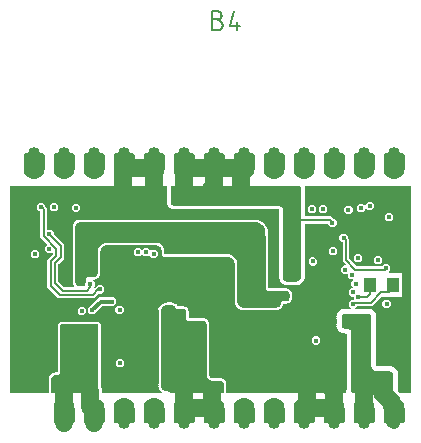
<source format=gbr>
G04 EAGLE Gerber RS-274X export*
G75*
%MOMM*%
%FSLAX34Y34*%
%LPD*%
%INBottom Copper*%
%IPPOS*%
%AMOC8*
5,1,8,0,0,1.08239X$1,22.5*%
G01*
%ADD10C,0.152400*%
%ADD11C,0.503200*%
%ADD12C,1.778000*%
%ADD13C,1.016000*%
%ADD14R,1.100000X1.300000*%
%ADD15R,1.370000X2.330000*%
%ADD16C,0.406400*%
%ADD17C,1.524000*%
%ADD18C,0.203200*%
%ADD19C,0.508000*%
%ADD20C,1.016000*%
%ADD21C,0.304800*%
%ADD22C,0.457200*%

G36*
X37286Y25920D02*
X37286Y25920D01*
X37344Y25922D01*
X37383Y25940D01*
X37426Y25948D01*
X37474Y25981D01*
X37526Y26005D01*
X37559Y26039D01*
X37592Y26061D01*
X37615Y26096D01*
X37651Y26134D01*
X37760Y26297D01*
X37782Y26351D01*
X37813Y26401D01*
X37821Y26447D01*
X37836Y26482D01*
X37836Y26525D01*
X37845Y26578D01*
X37845Y36017D01*
X37829Y36096D01*
X37820Y36175D01*
X37810Y36195D01*
X37806Y36214D01*
X37774Y36260D01*
X37743Y36318D01*
X37842Y37198D01*
X37840Y37225D01*
X37845Y37255D01*
X37845Y37365D01*
X37841Y37388D01*
X37843Y37411D01*
X37817Y37507D01*
X37806Y37561D01*
X37799Y37571D01*
X37795Y37585D01*
X37729Y37721D01*
X37817Y37971D01*
X37823Y38013D01*
X37845Y38138D01*
X37845Y38143D01*
X37889Y38221D01*
X37920Y38267D01*
X37922Y38279D01*
X37929Y38291D01*
X37964Y38390D01*
X37970Y38439D01*
X37989Y38501D01*
X38036Y38920D01*
X38032Y38962D01*
X38027Y39089D01*
X38025Y39094D01*
X38051Y39180D01*
X38057Y39197D01*
X38067Y39204D01*
X38091Y39233D01*
X38115Y39249D01*
X38138Y39285D01*
X38180Y39331D01*
X38404Y39688D01*
X38422Y39734D01*
X38453Y39790D01*
X38593Y40188D01*
X38598Y40230D01*
X38621Y40355D01*
X38621Y40361D01*
X38665Y40438D01*
X38675Y40453D01*
X38686Y40459D01*
X38720Y40484D01*
X38824Y40557D01*
X39122Y40855D01*
X39150Y40896D01*
X39193Y40944D01*
X39417Y41300D01*
X39432Y41340D01*
X39482Y41458D01*
X39484Y41462D01*
X39543Y41528D01*
X39557Y41541D01*
X39568Y41544D01*
X39607Y41561D01*
X39726Y41609D01*
X40082Y41833D01*
X40118Y41867D01*
X40171Y41904D01*
X40469Y42202D01*
X40492Y42237D01*
X40567Y42340D01*
X40570Y42345D01*
X40643Y42396D01*
X40659Y42405D01*
X40671Y42405D01*
X40712Y42413D01*
X40838Y42433D01*
X41236Y42573D01*
X41278Y42598D01*
X41338Y42622D01*
X41695Y42846D01*
X41726Y42875D01*
X41822Y42959D01*
X41825Y42963D01*
X41907Y42996D01*
X41925Y43002D01*
X41937Y42999D01*
X41979Y42998D01*
X42106Y42990D01*
X42525Y43037D01*
X42572Y43052D01*
X42636Y43062D01*
X42735Y43097D01*
X42755Y43109D01*
X42778Y43115D01*
X42860Y43171D01*
X42876Y43181D01*
X42888Y43181D01*
X42929Y43189D01*
X43055Y43209D01*
X43305Y43297D01*
X43441Y43231D01*
X43464Y43225D01*
X43484Y43213D01*
X43582Y43195D01*
X43635Y43181D01*
X43648Y43183D01*
X43661Y43181D01*
X43771Y43181D01*
X43797Y43186D01*
X43828Y43184D01*
X44727Y43285D01*
X44758Y43276D01*
X44806Y43251D01*
X44853Y43247D01*
X44898Y43234D01*
X44952Y43240D01*
X45006Y43236D01*
X45051Y43250D01*
X45097Y43255D01*
X45145Y43282D01*
X45197Y43299D01*
X45232Y43330D01*
X45273Y43352D01*
X45306Y43395D01*
X45347Y43431D01*
X45368Y43473D01*
X45397Y43510D01*
X45414Y43568D01*
X45435Y43611D01*
X45437Y43644D01*
X45449Y43682D01*
X45462Y43802D01*
X45460Y43829D01*
X45465Y43859D01*
X45465Y81306D01*
X45452Y81373D01*
X45447Y81442D01*
X45432Y81473D01*
X45426Y81502D01*
X45397Y81544D01*
X45368Y81604D01*
X45332Y81654D01*
X45432Y82285D01*
X45431Y82314D01*
X45438Y82342D01*
X45426Y82429D01*
X45423Y82485D01*
X45416Y82501D01*
X45413Y82521D01*
X45314Y82826D01*
X45410Y83014D01*
X45415Y83031D01*
X45421Y83041D01*
X45423Y83050D01*
X45433Y83067D01*
X45449Y83153D01*
X45464Y83207D01*
X45462Y83224D01*
X45465Y83244D01*
X45465Y83348D01*
X45509Y83392D01*
X45547Y83450D01*
X45593Y83502D01*
X45604Y83535D01*
X45620Y83559D01*
X45624Y83578D01*
X45627Y83584D01*
X45634Y83623D01*
X45652Y83673D01*
X45653Y83683D01*
X45652Y83719D01*
X45659Y83761D01*
X45659Y83970D01*
X45668Y83981D01*
X45679Y84013D01*
X45693Y84034D01*
X45860Y84155D01*
X45885Y84182D01*
X45921Y84207D01*
X46062Y84348D01*
X46092Y84393D01*
X46155Y84477D01*
X46246Y84655D01*
X46256Y84690D01*
X46277Y84728D01*
X46341Y84928D01*
X46353Y84935D01*
X46374Y84962D01*
X46393Y84978D01*
X46590Y85041D01*
X46621Y85059D01*
X46663Y85072D01*
X46841Y85163D01*
X46883Y85196D01*
X46970Y85256D01*
X47111Y85397D01*
X47118Y85407D01*
X47121Y85409D01*
X47135Y85431D01*
X47163Y85458D01*
X47286Y85627D01*
X47299Y85630D01*
X47327Y85650D01*
X47350Y85659D01*
X47557Y85659D01*
X47574Y85662D01*
X47583Y85661D01*
X47604Y85666D01*
X47635Y85665D01*
X47645Y85666D01*
X47706Y85689D01*
X47753Y85698D01*
X47758Y85702D01*
X47778Y85706D01*
X47806Y85726D01*
X47833Y85736D01*
X47870Y85770D01*
X47926Y85809D01*
X47970Y85853D01*
X48074Y85853D01*
X48102Y85859D01*
X48132Y85856D01*
X48215Y85881D01*
X48270Y85892D01*
X48285Y85902D01*
X48304Y85908D01*
X48492Y86004D01*
X48797Y85905D01*
X48826Y85901D01*
X48853Y85890D01*
X48941Y85888D01*
X48996Y85882D01*
X49013Y85887D01*
X49033Y85886D01*
X49664Y85986D01*
X49714Y85950D01*
X49777Y85921D01*
X49835Y85885D01*
X49869Y85879D01*
X49896Y85866D01*
X49947Y85865D01*
X50012Y85853D01*
X80300Y85853D01*
X81789Y84364D01*
X81789Y31293D01*
X81791Y31284D01*
X81789Y31275D01*
X81827Y31098D01*
X82551Y29352D01*
X82551Y26416D01*
X82552Y26411D01*
X82551Y26406D01*
X82572Y26312D01*
X82590Y26219D01*
X82593Y26215D01*
X82594Y26210D01*
X82650Y26132D01*
X82703Y26054D01*
X82707Y26051D01*
X82710Y26047D01*
X82792Y25996D01*
X82871Y25944D01*
X82876Y25944D01*
X82881Y25941D01*
X83058Y25909D01*
X133122Y25909D01*
X133125Y25909D01*
X133127Y25909D01*
X133221Y25929D01*
X133318Y25948D01*
X133321Y25950D01*
X133323Y25950D01*
X133403Y26006D01*
X133484Y26061D01*
X133486Y26063D01*
X133488Y26065D01*
X133541Y26149D01*
X133593Y26229D01*
X133594Y26232D01*
X133595Y26234D01*
X133612Y26330D01*
X133629Y26426D01*
X133628Y26429D01*
X133629Y26432D01*
X133607Y26524D01*
X133585Y26622D01*
X133584Y26624D01*
X133583Y26627D01*
X133480Y26775D01*
X133414Y26841D01*
X133373Y26869D01*
X133325Y26912D01*
X132737Y27282D01*
X132701Y27295D01*
X132686Y27333D01*
X132316Y27921D01*
X132282Y27957D01*
X132245Y28010D01*
X131755Y28501D01*
X131722Y28522D01*
X131716Y28563D01*
X131486Y29218D01*
X131461Y29260D01*
X131437Y29320D01*
X131068Y29908D01*
X131041Y29936D01*
X131044Y29977D01*
X130966Y30667D01*
X130951Y30714D01*
X130941Y30778D01*
X130826Y31106D01*
X130814Y31127D01*
X130808Y31150D01*
X130786Y31182D01*
X130775Y31251D01*
X130706Y31447D01*
X130753Y31544D01*
X130759Y31566D01*
X130771Y31586D01*
X130789Y31684D01*
X130803Y31738D01*
X130801Y31750D01*
X130803Y31764D01*
X130803Y32081D01*
X130798Y32107D01*
X130800Y32138D01*
X130701Y33018D01*
X130729Y33073D01*
X130771Y33141D01*
X130775Y33163D01*
X130784Y33181D01*
X130788Y33236D01*
X130803Y33319D01*
X130803Y96289D01*
X130797Y96323D01*
X130798Y96364D01*
X130676Y97182D01*
X130703Y97219D01*
X130734Y97283D01*
X130771Y97344D01*
X130777Y97375D01*
X130789Y97400D01*
X130791Y97452D01*
X130803Y97521D01*
X130803Y97566D01*
X131389Y98152D01*
X131408Y98180D01*
X131437Y98208D01*
X131618Y98452D01*
X131643Y98505D01*
X131677Y98554D01*
X131687Y98599D01*
X131703Y98633D01*
X131705Y98677D01*
X131717Y98729D01*
X131724Y98857D01*
X132281Y99362D01*
X132307Y99398D01*
X132348Y99436D01*
X132819Y100071D01*
X132875Y100091D01*
X132880Y100096D01*
X132886Y100098D01*
X132953Y100163D01*
X133022Y100227D01*
X133025Y100233D01*
X133030Y100238D01*
X133048Y100277D01*
X133722Y100681D01*
X133755Y100711D01*
X133802Y100741D01*
X134389Y101272D01*
X134447Y101281D01*
X134453Y101284D01*
X134459Y101286D01*
X134538Y101336D01*
X134618Y101385D01*
X134622Y101391D01*
X134628Y101394D01*
X134653Y101429D01*
X135393Y101694D01*
X135431Y101717D01*
X135483Y101737D01*
X136162Y102144D01*
X136221Y102141D01*
X136228Y102143D01*
X136234Y102143D01*
X136322Y102178D01*
X136410Y102210D01*
X136415Y102214D01*
X136421Y102217D01*
X136452Y102246D01*
X137230Y102362D01*
X137272Y102377D01*
X137327Y102386D01*
X138072Y102653D01*
X138129Y102638D01*
X138136Y102639D01*
X138142Y102638D01*
X138235Y102655D01*
X138327Y102669D01*
X138333Y102673D01*
X138339Y102674D01*
X138376Y102697D01*
X139162Y102658D01*
X139205Y102665D01*
X139261Y102663D01*
X140044Y102779D01*
X140098Y102754D01*
X140104Y102754D01*
X140110Y102751D01*
X140204Y102749D01*
X140298Y102745D01*
X140304Y102748D01*
X140311Y102748D01*
X140351Y102763D01*
X141114Y102572D01*
X141158Y102570D01*
X141212Y102557D01*
X142003Y102518D01*
X142051Y102483D01*
X142057Y102482D01*
X142062Y102478D01*
X142154Y102458D01*
X142245Y102436D01*
X142252Y102437D01*
X142258Y102436D01*
X142301Y102443D01*
X143012Y102106D01*
X143055Y102096D01*
X143105Y102073D01*
X143849Y101886D01*
X143851Y101884D01*
X143895Y101851D01*
X143924Y101818D01*
X143958Y101802D01*
X143994Y101775D01*
X144547Y101493D01*
X144599Y101479D01*
X144698Y101444D01*
X144896Y101413D01*
X144932Y101414D01*
X144975Y101407D01*
X145184Y101407D01*
X145195Y101398D01*
X145227Y101387D01*
X145248Y101373D01*
X145369Y101206D01*
X145396Y101181D01*
X145421Y101145D01*
X145562Y101004D01*
X145607Y100974D01*
X145691Y100911D01*
X145869Y100820D01*
X145904Y100810D01*
X145942Y100789D01*
X146142Y100725D01*
X146149Y100713D01*
X146176Y100692D01*
X146192Y100673D01*
X146255Y100476D01*
X146273Y100445D01*
X146286Y100403D01*
X146377Y100225D01*
X146410Y100183D01*
X146470Y100096D01*
X146611Y99955D01*
X146642Y99935D01*
X146672Y99903D01*
X146841Y99780D01*
X146844Y99767D01*
X146864Y99739D01*
X146873Y99716D01*
X146873Y99696D01*
X146881Y99655D01*
X146880Y99612D01*
X146884Y99602D01*
X146897Y99502D01*
X146920Y99433D01*
X146936Y99362D01*
X146952Y99339D01*
X146962Y99312D01*
X147010Y99258D01*
X147052Y99199D01*
X147076Y99184D01*
X147095Y99162D01*
X147161Y99131D01*
X147222Y99093D01*
X147252Y99087D01*
X147276Y99076D01*
X147329Y99074D01*
X147400Y99061D01*
X150603Y99061D01*
X150677Y99076D01*
X150752Y99083D01*
X150776Y99096D01*
X150800Y99100D01*
X150845Y99131D01*
X150912Y99166D01*
X150926Y99176D01*
X151686Y99076D01*
X151728Y99079D01*
X151770Y99072D01*
X151835Y99087D01*
X151886Y99090D01*
X151912Y99103D01*
X151946Y99111D01*
X152164Y99201D01*
X152409Y99099D01*
X152418Y99098D01*
X152426Y99093D01*
X152603Y99061D01*
X152690Y99061D01*
X152703Y99048D01*
X152766Y99006D01*
X152824Y98959D01*
X152850Y98950D01*
X152870Y98937D01*
X152923Y98927D01*
X152995Y98904D01*
X153113Y98888D01*
X153168Y98892D01*
X153246Y98888D01*
X153377Y98906D01*
X153406Y98882D01*
X153469Y98862D01*
X153515Y98840D01*
X153534Y98838D01*
X153612Y98737D01*
X153654Y98701D01*
X153706Y98643D01*
X153882Y98508D01*
X153931Y98484D01*
X153997Y98442D01*
X154202Y98356D01*
X154256Y98346D01*
X154330Y98322D01*
X154461Y98305D01*
X154483Y98275D01*
X154539Y98239D01*
X154577Y98206D01*
X154596Y98199D01*
X154645Y98081D01*
X154675Y98036D01*
X154711Y97966D01*
X154846Y97790D01*
X154888Y97754D01*
X154940Y97696D01*
X155116Y97561D01*
X155165Y97537D01*
X155231Y97495D01*
X155353Y97444D01*
X155366Y97410D01*
X155411Y97360D01*
X155439Y97318D01*
X155455Y97308D01*
X155472Y97180D01*
X155490Y97129D01*
X155506Y97052D01*
X155592Y96847D01*
X155622Y96802D01*
X155658Y96732D01*
X155793Y96556D01*
X155834Y96520D01*
X155887Y96462D01*
X155992Y96382D01*
X155995Y96345D01*
X156026Y96286D01*
X156042Y96238D01*
X156055Y96223D01*
X156038Y96096D01*
X156042Y96041D01*
X156038Y95963D01*
X156054Y95845D01*
X156078Y95774D01*
X156095Y95701D01*
X156111Y95678D01*
X156119Y95656D01*
X156155Y95615D01*
X156198Y95553D01*
X156211Y95540D01*
X156211Y95453D01*
X156213Y95444D01*
X156211Y95435D01*
X156249Y95259D01*
X156351Y95014D01*
X156261Y94796D01*
X156252Y94755D01*
X156235Y94716D01*
X156232Y94649D01*
X156222Y94600D01*
X156228Y94571D01*
X156226Y94536D01*
X156326Y93776D01*
X156316Y93762D01*
X156282Y93695D01*
X156243Y93631D01*
X156238Y93604D01*
X156227Y93582D01*
X156224Y93528D01*
X156211Y93453D01*
X156211Y89408D01*
X156212Y89403D01*
X156211Y89398D01*
X156232Y89305D01*
X156250Y89211D01*
X156253Y89207D01*
X156254Y89202D01*
X156310Y89124D01*
X156363Y89046D01*
X156367Y89043D01*
X156370Y89039D01*
X156452Y88988D01*
X156531Y88936D01*
X156536Y88936D01*
X156541Y88933D01*
X156718Y88901D01*
X167621Y88901D01*
X167695Y88916D01*
X167770Y88923D01*
X167794Y88936D01*
X167818Y88940D01*
X167863Y88971D01*
X167930Y89006D01*
X167944Y89016D01*
X168770Y88908D01*
X168812Y88911D01*
X168854Y88904D01*
X168919Y88918D01*
X168970Y88921D01*
X168996Y88935D01*
X169030Y88942D01*
X169248Y89032D01*
X169472Y88939D01*
X169481Y88938D01*
X169489Y88933D01*
X169666Y88901D01*
X169708Y88901D01*
X169721Y88888D01*
X169784Y88846D01*
X169842Y88799D01*
X169868Y88790D01*
X169888Y88777D01*
X169941Y88767D01*
X170013Y88744D01*
X170324Y88703D01*
X170379Y88707D01*
X170457Y88703D01*
X170521Y88711D01*
X170524Y88709D01*
X170587Y88689D01*
X170613Y88676D01*
X170656Y88621D01*
X170697Y88585D01*
X170749Y88527D01*
X171027Y88314D01*
X171076Y88290D01*
X171142Y88247D01*
X171466Y88113D01*
X171519Y88103D01*
X171594Y88079D01*
X171658Y88071D01*
X171660Y88068D01*
X171716Y88032D01*
X171738Y88013D01*
X171764Y87948D01*
X171795Y87903D01*
X171831Y87833D01*
X172044Y87555D01*
X172085Y87520D01*
X172137Y87462D01*
X172415Y87249D01*
X172464Y87225D01*
X172530Y87182D01*
X172590Y87158D01*
X172591Y87154D01*
X172636Y87105D01*
X172652Y87081D01*
X172661Y87012D01*
X172679Y86960D01*
X172695Y86884D01*
X172829Y86560D01*
X172860Y86515D01*
X172896Y86445D01*
X173109Y86168D01*
X173150Y86132D01*
X173203Y86074D01*
X173254Y86035D01*
X173254Y86031D01*
X173285Y85972D01*
X173294Y85944D01*
X173285Y85875D01*
X173289Y85820D01*
X173285Y85742D01*
X173326Y85431D01*
X173350Y85360D01*
X173367Y85287D01*
X173383Y85264D01*
X173391Y85242D01*
X173427Y85201D01*
X173470Y85139D01*
X173483Y85126D01*
X173483Y85084D01*
X173485Y85075D01*
X173483Y85066D01*
X173521Y84890D01*
X173614Y84666D01*
X173524Y84448D01*
X173516Y84406D01*
X173498Y84368D01*
X173495Y84301D01*
X173485Y84251D01*
X173488Y84238D01*
X173487Y84232D01*
X173491Y84214D01*
X173490Y84188D01*
X173598Y83362D01*
X173588Y83348D01*
X173554Y83281D01*
X173515Y83217D01*
X173510Y83190D01*
X173499Y83168D01*
X173496Y83114D01*
X173483Y83039D01*
X173483Y42060D01*
X173487Y42037D01*
X173485Y42010D01*
X173563Y41219D01*
X173576Y41177D01*
X173582Y41121D01*
X173770Y40505D01*
X173791Y40466D01*
X173808Y40413D01*
X174111Y39845D01*
X174140Y39810D01*
X174167Y39762D01*
X174575Y39264D01*
X174596Y39247D01*
X174604Y39235D01*
X174617Y39227D01*
X174646Y39193D01*
X175144Y38785D01*
X175183Y38764D01*
X175227Y38729D01*
X175795Y38426D01*
X175837Y38413D01*
X175887Y38388D01*
X176503Y38200D01*
X176548Y38196D01*
X176601Y38181D01*
X177392Y38103D01*
X177415Y38106D01*
X177442Y38101D01*
X182353Y38101D01*
X182427Y38116D01*
X182502Y38123D01*
X182526Y38136D01*
X182550Y38140D01*
X182595Y38171D01*
X182662Y38206D01*
X182676Y38216D01*
X183436Y38116D01*
X183478Y38119D01*
X183520Y38112D01*
X183585Y38127D01*
X183636Y38130D01*
X183662Y38143D01*
X183696Y38151D01*
X183914Y38241D01*
X184159Y38139D01*
X184168Y38138D01*
X184176Y38133D01*
X184353Y38101D01*
X184440Y38101D01*
X184453Y38088D01*
X184516Y38046D01*
X184574Y37999D01*
X184600Y37990D01*
X184620Y37977D01*
X184673Y37967D01*
X184745Y37944D01*
X184864Y37928D01*
X184918Y37932D01*
X184996Y37928D01*
X185127Y37946D01*
X185156Y37922D01*
X185219Y37902D01*
X185265Y37880D01*
X185284Y37878D01*
X185362Y37777D01*
X185398Y37746D01*
X185421Y37713D01*
X185439Y37702D01*
X185456Y37683D01*
X185632Y37548D01*
X185681Y37524D01*
X185747Y37482D01*
X185952Y37396D01*
X186006Y37386D01*
X186080Y37362D01*
X186211Y37345D01*
X186233Y37315D01*
X186289Y37279D01*
X186327Y37246D01*
X186346Y37239D01*
X186395Y37121D01*
X186425Y37076D01*
X186461Y37006D01*
X186596Y36830D01*
X186637Y36794D01*
X186690Y36736D01*
X186866Y36601D01*
X186915Y36577D01*
X186981Y36535D01*
X187103Y36484D01*
X187116Y36450D01*
X187161Y36400D01*
X187189Y36358D01*
X187205Y36348D01*
X187222Y36220D01*
X187240Y36169D01*
X187256Y36092D01*
X187342Y35887D01*
X187368Y35848D01*
X187372Y35842D01*
X187408Y35772D01*
X187543Y35596D01*
X187584Y35560D01*
X187637Y35502D01*
X187742Y35422D01*
X187745Y35385D01*
X187763Y35352D01*
X187765Y35341D01*
X187776Y35325D01*
X187792Y35278D01*
X187805Y35263D01*
X187788Y35136D01*
X187792Y35081D01*
X187790Y35040D01*
X187788Y35029D01*
X187789Y35024D01*
X187788Y35003D01*
X187804Y34885D01*
X187828Y34814D01*
X187845Y34741D01*
X187861Y34718D01*
X187869Y34696D01*
X187905Y34655D01*
X187948Y34593D01*
X187961Y34580D01*
X187961Y34493D01*
X187963Y34484D01*
X187961Y34475D01*
X187999Y34299D01*
X188101Y34054D01*
X188011Y33836D01*
X188002Y33795D01*
X187985Y33756D01*
X187982Y33689D01*
X187972Y33640D01*
X187978Y33611D01*
X187976Y33576D01*
X188076Y32816D01*
X188066Y32802D01*
X188032Y32735D01*
X188024Y32721D01*
X188004Y32690D01*
X188003Y32688D01*
X187993Y32671D01*
X187988Y32644D01*
X187977Y32622D01*
X187974Y32568D01*
X187961Y32493D01*
X187961Y26416D01*
X187962Y26411D01*
X187961Y26406D01*
X187982Y26312D01*
X188000Y26219D01*
X188003Y26215D01*
X188004Y26210D01*
X188060Y26132D01*
X188113Y26054D01*
X188117Y26051D01*
X188120Y26047D01*
X188202Y25996D01*
X188281Y25944D01*
X188286Y25944D01*
X188291Y25941D01*
X188468Y25909D01*
X289327Y25909D01*
X289331Y25910D01*
X289335Y25909D01*
X289429Y25929D01*
X289524Y25948D01*
X289527Y25951D01*
X289531Y25951D01*
X289610Y26007D01*
X289689Y26061D01*
X289691Y26064D01*
X289695Y26067D01*
X289746Y26149D01*
X289799Y26229D01*
X289799Y26233D01*
X289801Y26236D01*
X289817Y26332D01*
X289834Y26426D01*
X289833Y26430D01*
X289834Y26434D01*
X289796Y26610D01*
X289751Y26718D01*
X289955Y27210D01*
X289963Y27252D01*
X289981Y27290D01*
X289984Y27357D01*
X289994Y27407D01*
X289988Y27432D01*
X289990Y27441D01*
X289988Y27449D01*
X289989Y27470D01*
X289859Y28459D01*
X289962Y28594D01*
X289996Y28661D01*
X290035Y28725D01*
X290040Y28752D01*
X290051Y28774D01*
X290054Y28828D01*
X290067Y28902D01*
X290067Y75548D01*
X290053Y75619D01*
X290046Y75692D01*
X290033Y75717D01*
X290028Y75744D01*
X289987Y75805D01*
X289953Y75869D01*
X289931Y75887D01*
X289915Y75910D01*
X289854Y75950D01*
X289798Y75996D01*
X289769Y76005D01*
X289747Y76019D01*
X289695Y76029D01*
X289626Y76051D01*
X288893Y76147D01*
X288851Y76144D01*
X288809Y76151D01*
X288744Y76137D01*
X288693Y76134D01*
X288667Y76120D01*
X288633Y76113D01*
X288570Y76087D01*
X288141Y75909D01*
X287533Y76161D01*
X287524Y76162D01*
X287516Y76167D01*
X287339Y76199D01*
X286904Y76199D01*
X286888Y76216D01*
X286853Y76238D01*
X286825Y76269D01*
X286771Y76293D01*
X286721Y76327D01*
X286680Y76334D01*
X286643Y76351D01*
X286574Y76355D01*
X286524Y76364D01*
X286496Y76358D01*
X286463Y76360D01*
X286247Y76331D01*
X286096Y76447D01*
X286058Y76466D01*
X286025Y76493D01*
X285962Y76513D01*
X285916Y76535D01*
X285887Y76537D01*
X285854Y76547D01*
X285666Y76572D01*
X285361Y76970D01*
X285355Y76975D01*
X285351Y76982D01*
X285329Y77000D01*
X285327Y77003D01*
X285321Y77007D01*
X285279Y77041D01*
X285210Y77102D01*
X285202Y77104D01*
X285196Y77109D01*
X285024Y77164D01*
X284527Y77230D01*
X284412Y77380D01*
X284380Y77408D01*
X284355Y77442D01*
X284299Y77479D01*
X284261Y77512D01*
X284233Y77521D01*
X284203Y77540D01*
X284028Y77612D01*
X283836Y78076D01*
X283832Y78082D01*
X283830Y78090D01*
X283776Y78166D01*
X283725Y78242D01*
X283718Y78247D01*
X283713Y78253D01*
X283562Y78350D01*
X283098Y78542D01*
X283026Y78717D01*
X283002Y78753D01*
X282987Y78792D01*
X282942Y78842D01*
X282914Y78884D01*
X282889Y78900D01*
X282866Y78926D01*
X282716Y79041D01*
X282650Y79538D01*
X282648Y79546D01*
X282648Y79554D01*
X282615Y79640D01*
X282585Y79728D01*
X282580Y79734D01*
X282577Y79741D01*
X282456Y79875D01*
X282058Y80180D01*
X282033Y80368D01*
X282020Y80408D01*
X282016Y80450D01*
X281985Y80510D01*
X281969Y80557D01*
X281949Y80580D01*
X281933Y80610D01*
X281817Y80761D01*
X281846Y80977D01*
X281843Y81018D01*
X281850Y81058D01*
X281836Y81117D01*
X281832Y81177D01*
X281814Y81214D01*
X281804Y81254D01*
X281765Y81310D01*
X281742Y81356D01*
X281721Y81374D01*
X281702Y81402D01*
X281685Y81418D01*
X281685Y81853D01*
X281683Y81862D01*
X281685Y81871D01*
X281647Y82047D01*
X281395Y82655D01*
X281599Y83147D01*
X281607Y83189D01*
X281625Y83227D01*
X281628Y83294D01*
X281638Y83344D01*
X281632Y83373D01*
X281633Y83407D01*
X281477Y84593D01*
X281580Y84728D01*
X281614Y84795D01*
X281653Y84859D01*
X281658Y84886D01*
X281669Y84908D01*
X281672Y84962D01*
X281685Y85036D01*
X281685Y88446D01*
X281670Y88520D01*
X281663Y88594D01*
X281650Y88619D01*
X281646Y88642D01*
X281615Y88687D01*
X281580Y88754D01*
X281477Y88889D01*
X281616Y89943D01*
X281613Y89986D01*
X281620Y90028D01*
X281606Y90093D01*
X281602Y90143D01*
X281589Y90170D01*
X281582Y90204D01*
X281378Y90696D01*
X281647Y91345D01*
X281648Y91354D01*
X281653Y91362D01*
X281685Y91539D01*
X281685Y92098D01*
X281690Y92108D01*
X281723Y92158D01*
X281731Y92198D01*
X281748Y92236D01*
X281751Y92304D01*
X281760Y92354D01*
X281758Y92364D01*
X281759Y92369D01*
X281755Y92388D01*
X281756Y92416D01*
X281749Y92467D01*
X281907Y92672D01*
X281925Y92710D01*
X281952Y92743D01*
X281973Y92807D01*
X281995Y92852D01*
X281997Y92881D01*
X282007Y92915D01*
X282041Y93171D01*
X282326Y93389D01*
X282331Y93395D01*
X282338Y93399D01*
X282397Y93471D01*
X282458Y93540D01*
X282460Y93548D01*
X282465Y93554D01*
X282520Y93726D01*
X282567Y94082D01*
X282772Y94239D01*
X282800Y94271D01*
X282834Y94296D01*
X282870Y94352D01*
X282904Y94390D01*
X282913Y94418D01*
X282932Y94447D01*
X283030Y94686D01*
X283362Y94823D01*
X283369Y94828D01*
X283376Y94829D01*
X283452Y94884D01*
X283529Y94935D01*
X283533Y94942D01*
X283539Y94946D01*
X283637Y95098D01*
X283774Y95430D01*
X283803Y95442D01*
X284013Y95528D01*
X284048Y95552D01*
X284088Y95567D01*
X284137Y95612D01*
X284179Y95640D01*
X284195Y95665D01*
X284221Y95688D01*
X284378Y95893D01*
X284734Y95940D01*
X284742Y95943D01*
X284750Y95942D01*
X284837Y95975D01*
X284924Y96005D01*
X284930Y96010D01*
X284937Y96013D01*
X285071Y96134D01*
X285289Y96419D01*
X285545Y96453D01*
X285586Y96467D01*
X285628Y96471D01*
X285687Y96501D01*
X285735Y96518D01*
X285757Y96537D01*
X285788Y96553D01*
X285993Y96711D01*
X286044Y96704D01*
X286086Y96707D01*
X286126Y96700D01*
X286184Y96713D01*
X286244Y96717D01*
X286281Y96736D01*
X286321Y96745D01*
X286364Y96775D01*
X286921Y96775D01*
X286930Y96777D01*
X286939Y96775D01*
X287115Y96813D01*
X287117Y96814D01*
X287477Y96963D01*
X287764Y97082D01*
X288256Y96878D01*
X288298Y96870D01*
X288337Y96853D01*
X288404Y96849D01*
X288453Y96840D01*
X288482Y96846D01*
X288517Y96844D01*
X289571Y96983D01*
X289706Y96880D01*
X289773Y96846D01*
X289837Y96807D01*
X289864Y96802D01*
X289886Y96791D01*
X289940Y96788D01*
X290014Y96775D01*
X293323Y96775D01*
X293326Y96775D01*
X293329Y96775D01*
X293423Y96795D01*
X293520Y96814D01*
X293522Y96816D01*
X293525Y96816D01*
X293605Y96872D01*
X293686Y96927D01*
X293687Y96929D01*
X293689Y96931D01*
X293742Y97014D01*
X293795Y97095D01*
X293795Y97098D01*
X293797Y97100D01*
X293813Y97196D01*
X293831Y97292D01*
X293830Y97295D01*
X293830Y97297D01*
X293808Y97392D01*
X293787Y97488D01*
X293785Y97490D01*
X293785Y97493D01*
X293682Y97641D01*
X292099Y99223D01*
X292099Y102170D01*
X294183Y104253D01*
X295050Y104253D01*
X295058Y104255D01*
X295066Y104254D01*
X295156Y104275D01*
X295247Y104293D01*
X295253Y104297D01*
X295261Y104299D01*
X295409Y104402D01*
X296269Y105262D01*
X296273Y105268D01*
X296279Y105273D01*
X296328Y105351D01*
X296380Y105429D01*
X296381Y105436D01*
X296385Y105443D01*
X296417Y105620D01*
X296417Y106934D01*
X296416Y106939D01*
X296417Y106944D01*
X296397Y107037D01*
X296378Y107131D01*
X296375Y107135D01*
X296374Y107140D01*
X296318Y107218D01*
X296265Y107296D01*
X296261Y107299D01*
X296258Y107303D01*
X296176Y107354D01*
X296097Y107406D01*
X296092Y107406D01*
X296087Y107409D01*
X295910Y107441D01*
X294183Y107441D01*
X292099Y109525D01*
X292099Y112471D01*
X294183Y114555D01*
X295116Y114555D01*
X295118Y114555D01*
X295121Y114555D01*
X295216Y114575D01*
X295312Y114594D01*
X295314Y114596D01*
X295317Y114596D01*
X295398Y114652D01*
X295478Y114707D01*
X295479Y114709D01*
X295482Y114711D01*
X295535Y114794D01*
X295587Y114875D01*
X295588Y114878D01*
X295589Y114880D01*
X295605Y114976D01*
X295623Y115072D01*
X295622Y115075D01*
X295623Y115077D01*
X295601Y115172D01*
X295579Y115268D01*
X295578Y115270D01*
X295577Y115273D01*
X295474Y115421D01*
X294131Y116764D01*
X294131Y119710D01*
X295521Y121100D01*
X295523Y121102D01*
X295525Y121104D01*
X295577Y121184D01*
X295632Y121267D01*
X295633Y121270D01*
X295634Y121272D01*
X295652Y121368D01*
X295670Y121464D01*
X295669Y121467D01*
X295670Y121469D01*
X295648Y121565D01*
X295628Y121660D01*
X295627Y121662D01*
X295626Y121665D01*
X295570Y121745D01*
X295514Y121825D01*
X295512Y121826D01*
X295510Y121828D01*
X295426Y121881D01*
X295345Y121932D01*
X295342Y121933D01*
X295340Y121934D01*
X295163Y121966D01*
X293167Y121966D01*
X291083Y124050D01*
X291083Y126169D01*
X291082Y126174D01*
X291083Y126179D01*
X291062Y126272D01*
X291044Y126365D01*
X291041Y126370D01*
X291040Y126375D01*
X290984Y126453D01*
X290931Y126531D01*
X290927Y126534D01*
X290924Y126538D01*
X290842Y126589D01*
X290763Y126640D01*
X290758Y126641D01*
X290753Y126644D01*
X290576Y126676D01*
X287579Y126676D01*
X285495Y128760D01*
X285495Y131706D01*
X287579Y133790D01*
X288769Y133790D01*
X288772Y133790D01*
X288775Y133790D01*
X288869Y133810D01*
X288966Y133829D01*
X288968Y133831D01*
X288971Y133831D01*
X289051Y133887D01*
X289132Y133942D01*
X289133Y133944D01*
X289135Y133946D01*
X289188Y134029D01*
X289241Y134110D01*
X289241Y134113D01*
X289243Y134115D01*
X289259Y134211D01*
X289277Y134307D01*
X289276Y134310D01*
X289276Y134312D01*
X289255Y134406D01*
X289233Y134503D01*
X289231Y134505D01*
X289231Y134508D01*
X289128Y134656D01*
X286765Y137018D01*
X286765Y152908D01*
X286764Y152913D01*
X286765Y152918D01*
X286744Y153011D01*
X286726Y153105D01*
X286723Y153109D01*
X286722Y153114D01*
X286666Y153192D01*
X286613Y153270D01*
X286609Y153273D01*
X286606Y153277D01*
X286524Y153328D01*
X286445Y153380D01*
X286440Y153380D01*
X286435Y153383D01*
X286258Y153415D01*
X286055Y153415D01*
X283971Y155499D01*
X283971Y158445D01*
X286055Y160529D01*
X289001Y160529D01*
X291085Y158445D01*
X291085Y157578D01*
X291086Y157570D01*
X291085Y157562D01*
X291106Y157472D01*
X291124Y157381D01*
X291129Y157375D01*
X291131Y157367D01*
X291233Y157219D01*
X292355Y156098D01*
X292355Y139544D01*
X292356Y139536D01*
X292355Y139528D01*
X292376Y139438D01*
X292394Y139347D01*
X292399Y139341D01*
X292401Y139333D01*
X292503Y139185D01*
X298443Y133245D01*
X298450Y133241D01*
X298454Y133235D01*
X298533Y133186D01*
X298610Y133134D01*
X298618Y133133D01*
X298624Y133129D01*
X298802Y133097D01*
X320041Y133097D01*
X320049Y133098D01*
X320057Y133097D01*
X320147Y133118D01*
X320238Y133136D01*
X320244Y133141D01*
X320252Y133143D01*
X320400Y133245D01*
X322029Y134875D01*
X324976Y134875D01*
X327059Y132791D01*
X327059Y129845D01*
X325843Y128629D01*
X325842Y128626D01*
X325839Y128625D01*
X325787Y128545D01*
X325732Y128462D01*
X325732Y128459D01*
X325730Y128457D01*
X325713Y128361D01*
X325695Y128265D01*
X325695Y128262D01*
X325695Y128260D01*
X325716Y128163D01*
X325736Y128069D01*
X325738Y128067D01*
X325738Y128064D01*
X325795Y127984D01*
X325850Y127904D01*
X325853Y127903D01*
X325854Y127901D01*
X325938Y127848D01*
X326020Y127797D01*
X326022Y127796D01*
X326024Y127795D01*
X326202Y127763D01*
X336104Y127763D01*
X336551Y127316D01*
X336551Y124479D01*
X336552Y124472D01*
X336551Y124464D01*
X336572Y124374D01*
X336590Y124283D01*
X336595Y124276D01*
X336597Y124269D01*
X336699Y124121D01*
X336711Y124109D01*
X336711Y109846D01*
X336699Y109834D01*
X336695Y109827D01*
X336689Y109823D01*
X336640Y109744D01*
X336588Y109667D01*
X336587Y109659D01*
X336583Y109652D01*
X336551Y109475D01*
X336551Y107634D01*
X336104Y107187D01*
X319292Y107187D01*
X319284Y107186D01*
X319276Y107187D01*
X319187Y107166D01*
X319095Y107148D01*
X319089Y107143D01*
X319081Y107141D01*
X318933Y107039D01*
X311462Y99567D01*
X299720Y99567D01*
X299715Y99566D01*
X299710Y99567D01*
X299617Y99546D01*
X299523Y99528D01*
X299519Y99525D01*
X299514Y99524D01*
X299436Y99468D01*
X299358Y99415D01*
X299355Y99411D01*
X299351Y99408D01*
X299300Y99326D01*
X299271Y99282D01*
X297630Y97641D01*
X297628Y97638D01*
X297626Y97637D01*
X297574Y97556D01*
X297519Y97474D01*
X297519Y97471D01*
X297517Y97469D01*
X297500Y97373D01*
X297481Y97277D01*
X297482Y97274D01*
X297481Y97272D01*
X297503Y97173D01*
X297523Y97081D01*
X297525Y97079D01*
X297525Y97076D01*
X297582Y96996D01*
X297637Y96916D01*
X297640Y96915D01*
X297641Y96913D01*
X297725Y96860D01*
X297807Y96809D01*
X297809Y96808D01*
X297811Y96807D01*
X297989Y96775D01*
X306886Y96775D01*
X306960Y96790D01*
X307034Y96797D01*
X307059Y96810D01*
X307082Y96814D01*
X307127Y96845D01*
X307194Y96880D01*
X307329Y96983D01*
X308318Y96853D01*
X308360Y96856D01*
X308402Y96849D01*
X308467Y96863D01*
X308518Y96866D01*
X308544Y96880D01*
X308578Y96887D01*
X308762Y96963D01*
X309070Y97091D01*
X309740Y96813D01*
X309749Y96812D01*
X309757Y96807D01*
X309934Y96775D01*
X310591Y96775D01*
X310593Y96774D01*
X310631Y96757D01*
X310699Y96754D01*
X310749Y96744D01*
X310773Y96750D01*
X311012Y96566D01*
X311050Y96548D01*
X311083Y96521D01*
X311147Y96501D01*
X311192Y96478D01*
X311222Y96477D01*
X311255Y96466D01*
X311545Y96428D01*
X311720Y96199D01*
X311726Y96194D01*
X311730Y96187D01*
X311802Y96128D01*
X311871Y96067D01*
X311879Y96065D01*
X311885Y96060D01*
X312057Y96005D01*
X312342Y95967D01*
X312520Y95735D01*
X312552Y95707D01*
X312577Y95673D01*
X312633Y95637D01*
X312671Y95604D01*
X312700Y95594D01*
X312729Y95575D01*
X312999Y95464D01*
X313109Y95198D01*
X313110Y95196D01*
X313113Y95191D01*
X313115Y95183D01*
X313169Y95108D01*
X313221Y95031D01*
X313227Y95027D01*
X313232Y95020D01*
X313384Y94923D01*
X313650Y94813D01*
X313761Y94543D01*
X313785Y94507D01*
X313800Y94468D01*
X313845Y94418D01*
X313873Y94376D01*
X313898Y94360D01*
X313921Y94334D01*
X314153Y94156D01*
X314191Y93871D01*
X314194Y93863D01*
X314193Y93855D01*
X314226Y93769D01*
X314256Y93681D01*
X314261Y93675D01*
X314264Y93668D01*
X314385Y93534D01*
X314614Y93359D01*
X314652Y93069D01*
X314666Y93028D01*
X314670Y92986D01*
X314701Y92927D01*
X314717Y92879D01*
X314737Y92857D01*
X314752Y92826D01*
X314937Y92585D01*
X314938Y92583D01*
X314931Y92543D01*
X314944Y92485D01*
X314948Y92425D01*
X314961Y92400D01*
X314961Y91748D01*
X314963Y91739D01*
X314961Y91730D01*
X314999Y91554D01*
X315277Y90884D01*
X315073Y90392D01*
X315065Y90350D01*
X315047Y90312D01*
X315044Y90245D01*
X315034Y90195D01*
X315040Y90166D01*
X315039Y90132D01*
X315169Y89143D01*
X315066Y89008D01*
X315032Y88941D01*
X314993Y88877D01*
X314988Y88850D01*
X314977Y88828D01*
X314974Y88774D01*
X314961Y88700D01*
X314961Y49780D01*
X314965Y49757D01*
X314964Y49740D01*
X314964Y49739D01*
X314963Y49730D01*
X315002Y49336D01*
X315015Y49294D01*
X315021Y49239D01*
X315063Y49101D01*
X315081Y49067D01*
X315088Y49036D01*
X315096Y49025D01*
X315101Y49009D01*
X315169Y48881D01*
X315198Y48847D01*
X315225Y48799D01*
X315316Y48687D01*
X315351Y48659D01*
X315387Y48616D01*
X315499Y48525D01*
X315538Y48504D01*
X315581Y48469D01*
X315709Y48401D01*
X315751Y48389D01*
X315801Y48363D01*
X315939Y48321D01*
X315983Y48317D01*
X316036Y48302D01*
X316430Y48263D01*
X316453Y48266D01*
X316480Y48261D01*
X324358Y48261D01*
X324437Y48277D01*
X324516Y48286D01*
X324536Y48296D01*
X324555Y48300D01*
X324601Y48332D01*
X324675Y48371D01*
X324766Y48444D01*
X325872Y48319D01*
X325924Y48324D01*
X325975Y48318D01*
X326028Y48333D01*
X326072Y48337D01*
X326105Y48354D01*
X326149Y48366D01*
X326537Y48553D01*
X327292Y48289D01*
X327334Y48283D01*
X327459Y48261D01*
X328208Y48261D01*
X328257Y48271D01*
X328278Y48271D01*
X328613Y48061D01*
X328635Y48053D01*
X328653Y48038D01*
X328749Y48010D01*
X328800Y47990D01*
X328813Y47991D01*
X328826Y47987D01*
X329208Y47944D01*
X329333Y47787D01*
X329361Y47763D01*
X329382Y47734D01*
X329437Y47699D01*
X329487Y47658D01*
X329522Y47647D01*
X329553Y47628D01*
X329627Y47614D01*
X329678Y47598D01*
X329702Y47601D01*
X329730Y47596D01*
X329931Y47596D01*
X330202Y47324D01*
X330222Y47311D01*
X330237Y47292D01*
X330323Y47243D01*
X330369Y47213D01*
X330382Y47210D01*
X330394Y47204D01*
X330757Y47077D01*
X330844Y46896D01*
X330866Y46867D01*
X330880Y46833D01*
X330925Y46788D01*
X330964Y46736D01*
X330996Y46718D01*
X331022Y46692D01*
X331091Y46663D01*
X331138Y46636D01*
X331162Y46633D01*
X331188Y46622D01*
X331383Y46577D01*
X331588Y46251D01*
X331604Y46234D01*
X331614Y46213D01*
X331688Y46146D01*
X331726Y46106D01*
X331737Y46101D01*
X331747Y46092D01*
X332073Y45887D01*
X332118Y45692D01*
X332133Y45658D01*
X332139Y45622D01*
X332173Y45568D01*
X332200Y45509D01*
X332227Y45484D01*
X332246Y45453D01*
X332307Y45409D01*
X332347Y45372D01*
X332369Y45364D01*
X332392Y45348D01*
X332573Y45261D01*
X332700Y44898D01*
X332712Y44877D01*
X332717Y44854D01*
X332774Y44773D01*
X332802Y44725D01*
X332812Y44718D01*
X332820Y44706D01*
X333092Y44435D01*
X333092Y44234D01*
X333099Y44198D01*
X333097Y44162D01*
X333119Y44101D01*
X333131Y44037D01*
X333152Y44007D01*
X333164Y43973D01*
X333214Y43916D01*
X333244Y43872D01*
X333264Y43858D01*
X333283Y43837D01*
X333440Y43712D01*
X333483Y43330D01*
X333490Y43308D01*
X333490Y43284D01*
X333527Y43192D01*
X333544Y43139D01*
X333552Y43130D01*
X333557Y43117D01*
X333768Y42781D01*
X333768Y42776D01*
X333757Y42712D01*
X333757Y41963D01*
X333765Y41921D01*
X333785Y41796D01*
X334049Y41041D01*
X333862Y40653D01*
X333850Y40603D01*
X333827Y40556D01*
X333824Y40501D01*
X333813Y40459D01*
X333818Y40421D01*
X333815Y40376D01*
X333940Y39270D01*
X333867Y39179D01*
X333831Y39108D01*
X333789Y39040D01*
X333785Y39018D01*
X333776Y39000D01*
X333772Y38945D01*
X333757Y38862D01*
X333757Y27195D01*
X333768Y27137D01*
X333770Y27078D01*
X333789Y27036D01*
X333796Y26998D01*
X333821Y26962D01*
X333842Y26913D01*
X334039Y26619D01*
X334018Y26515D01*
X334018Y26460D01*
X334008Y26406D01*
X334018Y26361D01*
X334018Y26315D01*
X334040Y26264D01*
X334052Y26210D01*
X334078Y26172D01*
X334096Y26130D01*
X334136Y26092D01*
X334168Y26047D01*
X334207Y26022D01*
X334240Y25990D01*
X334291Y25970D01*
X334338Y25941D01*
X334388Y25932D01*
X334426Y25917D01*
X334467Y25917D01*
X334515Y25909D01*
X344362Y25909D01*
X344367Y25910D01*
X344372Y25909D01*
X344465Y25930D01*
X344559Y25948D01*
X344563Y25951D01*
X344568Y25952D01*
X344646Y26008D01*
X344724Y26061D01*
X344727Y26065D01*
X344731Y26068D01*
X344782Y26150D01*
X344834Y26229D01*
X344834Y26234D01*
X344837Y26239D01*
X344869Y26416D01*
X344869Y200914D01*
X344869Y200917D01*
X344869Y200920D01*
X344869Y200922D01*
X344869Y200924D01*
X344848Y201017D01*
X344830Y201111D01*
X344827Y201115D01*
X344826Y201120D01*
X344770Y201198D01*
X344717Y201276D01*
X344713Y201279D01*
X344710Y201283D01*
X344628Y201334D01*
X344549Y201386D01*
X344544Y201386D01*
X344539Y201389D01*
X344362Y201421D01*
X255115Y201421D01*
X255069Y201412D01*
X255022Y201413D01*
X254972Y201392D01*
X254919Y201382D01*
X254880Y201355D01*
X254836Y201338D01*
X254798Y201300D01*
X254753Y201269D01*
X254727Y201230D01*
X254694Y201197D01*
X254673Y201146D01*
X254644Y201101D01*
X254635Y201055D01*
X254617Y201011D01*
X254618Y200957D01*
X254608Y200904D01*
X254617Y200862D01*
X254561Y200617D01*
X254560Y200574D01*
X254552Y200447D01*
X254581Y200185D01*
X254606Y200109D01*
X254624Y200031D01*
X254636Y200013D01*
X254642Y199995D01*
X254679Y199952D01*
X254727Y199883D01*
X254763Y199847D01*
X254763Y199678D01*
X254771Y199636D01*
X254791Y199510D01*
X254948Y199062D01*
X254817Y198790D01*
X254804Y198740D01*
X254781Y198693D01*
X254778Y198638D01*
X254767Y198596D01*
X254773Y198559D01*
X254770Y198513D01*
X254905Y197308D01*
X254873Y197268D01*
X254837Y197197D01*
X254795Y197129D01*
X254791Y197107D01*
X254782Y197090D01*
X254778Y197034D01*
X254763Y196952D01*
X254763Y175768D01*
X254764Y175763D01*
X254763Y175758D01*
X254784Y175665D01*
X254802Y175571D01*
X254805Y175567D01*
X254806Y175562D01*
X254862Y175484D01*
X254915Y175406D01*
X254919Y175403D01*
X254922Y175399D01*
X255004Y175348D01*
X255083Y175296D01*
X255088Y175296D01*
X255093Y175293D01*
X255270Y175261D01*
X276850Y175261D01*
X278608Y173503D01*
X278614Y173498D01*
X278619Y173492D01*
X278698Y173443D01*
X278775Y173392D01*
X278782Y173390D01*
X278789Y173386D01*
X278966Y173354D01*
X279475Y173354D01*
X281558Y171271D01*
X281558Y168324D01*
X279475Y166241D01*
X276528Y166241D01*
X274445Y168324D01*
X274445Y168656D01*
X274444Y168661D01*
X274445Y168666D01*
X274424Y168759D01*
X274405Y168853D01*
X274402Y168857D01*
X274401Y168862D01*
X274346Y168940D01*
X274292Y169018D01*
X274288Y169021D01*
X274285Y169025D01*
X274204Y169076D01*
X274124Y169128D01*
X274119Y169128D01*
X274115Y169131D01*
X273937Y169163D01*
X255270Y169163D01*
X255265Y169162D01*
X255260Y169163D01*
X255167Y169142D01*
X255073Y169124D01*
X255069Y169121D01*
X255064Y169120D01*
X254986Y169064D01*
X254908Y169011D01*
X254905Y169007D01*
X254901Y169004D01*
X254850Y168922D01*
X254798Y168843D01*
X254798Y168838D01*
X254795Y168833D01*
X254763Y168656D01*
X254763Y126390D01*
X254779Y126312D01*
X254788Y126232D01*
X254798Y126213D01*
X254802Y126194D01*
X254834Y126147D01*
X254873Y126074D01*
X254905Y126034D01*
X254766Y124797D01*
X254768Y124770D01*
X254763Y124740D01*
X254763Y124710D01*
X254767Y124687D01*
X254765Y124663D01*
X254791Y124568D01*
X254802Y124513D01*
X254809Y124503D01*
X254813Y124490D01*
X254941Y124223D01*
X254791Y123793D01*
X254785Y123751D01*
X254763Y123626D01*
X254763Y123495D01*
X254728Y123460D01*
X254715Y123440D01*
X254697Y123426D01*
X254660Y123362D01*
X254632Y123326D01*
X254627Y123308D01*
X254617Y123293D01*
X254614Y123281D01*
X254608Y123269D01*
X254606Y123265D01*
X254600Y123216D01*
X254581Y123154D01*
X254535Y122747D01*
X254539Y122705D01*
X254545Y122577D01*
X254574Y122450D01*
X254547Y122408D01*
X254539Y122386D01*
X254524Y122367D01*
X254496Y122272D01*
X254476Y122220D01*
X254477Y122208D01*
X254473Y122194D01*
X254467Y122145D01*
X254364Y122063D01*
X254337Y122030D01*
X254251Y121936D01*
X254034Y121590D01*
X254016Y121544D01*
X253984Y121488D01*
X253849Y121101D01*
X253843Y121059D01*
X253821Y120934D01*
X253821Y120803D01*
X253785Y120767D01*
X253772Y120748D01*
X253754Y120733D01*
X253705Y120647D01*
X253675Y120600D01*
X253672Y120588D01*
X253665Y120576D01*
X253649Y120529D01*
X253531Y120472D01*
X253497Y120447D01*
X253392Y120374D01*
X253103Y120085D01*
X253075Y120043D01*
X253032Y119996D01*
X252814Y119649D01*
X252799Y119610D01*
X252749Y119492D01*
X252720Y119364D01*
X252678Y119338D01*
X252661Y119322D01*
X252640Y119311D01*
X252573Y119238D01*
X252533Y119200D01*
X252528Y119189D01*
X252518Y119178D01*
X252492Y119136D01*
X252364Y119107D01*
X252325Y119089D01*
X252207Y119042D01*
X251860Y118824D01*
X251825Y118790D01*
X251771Y118753D01*
X251482Y118464D01*
X251458Y118428D01*
X251384Y118325D01*
X251327Y118207D01*
X251280Y118191D01*
X251260Y118179D01*
X251237Y118173D01*
X251155Y118117D01*
X251107Y118088D01*
X251100Y118079D01*
X251089Y118071D01*
X251053Y118035D01*
X250922Y118035D01*
X250881Y118027D01*
X250755Y118007D01*
X250368Y117872D01*
X250326Y117847D01*
X250266Y117822D01*
X249920Y117605D01*
X249889Y117575D01*
X249793Y117491D01*
X249711Y117389D01*
X249662Y117383D01*
X249639Y117376D01*
X249616Y117376D01*
X249523Y117339D01*
X249471Y117322D01*
X249461Y117314D01*
X249448Y117309D01*
X249406Y117282D01*
X249279Y117311D01*
X249236Y117313D01*
X249109Y117321D01*
X248702Y117275D01*
X248655Y117260D01*
X248591Y117250D01*
X248587Y117248D01*
X248567Y117236D01*
X248544Y117231D01*
X248526Y117219D01*
X248511Y117214D01*
X248477Y117184D01*
X248462Y117174D01*
X248414Y117146D01*
X248407Y117136D01*
X248396Y117128D01*
X248361Y117093D01*
X248230Y117093D01*
X248188Y117085D01*
X248063Y117065D01*
X247633Y116915D01*
X247366Y117043D01*
X247343Y117049D01*
X247323Y117061D01*
X247245Y117075D01*
X247239Y117078D01*
X247225Y117079D01*
X247172Y117093D01*
X247160Y117091D01*
X247146Y117093D01*
X247116Y117093D01*
X247090Y117088D01*
X247059Y117090D01*
X245822Y116951D01*
X245782Y116983D01*
X245711Y117019D01*
X245643Y117061D01*
X245621Y117065D01*
X245604Y117074D01*
X245548Y117078D01*
X245466Y117093D01*
X241198Y117093D01*
X241120Y117077D01*
X241040Y117068D01*
X241021Y117058D01*
X241002Y117054D01*
X240955Y117022D01*
X240882Y116983D01*
X240842Y116951D01*
X239863Y117061D01*
X239811Y117056D01*
X239760Y117062D01*
X239707Y117047D01*
X239663Y117044D01*
X239630Y117026D01*
X239586Y117014D01*
X239314Y116883D01*
X238793Y117065D01*
X238751Y117071D01*
X238626Y117093D01*
X238282Y117093D01*
X238256Y117117D01*
X238221Y117129D01*
X238191Y117149D01*
X238127Y117161D01*
X238066Y117182D01*
X238027Y117181D01*
X237994Y117187D01*
X237947Y117177D01*
X237886Y117174D01*
X237809Y117156D01*
X237643Y117261D01*
X237621Y117269D01*
X237603Y117283D01*
X237507Y117312D01*
X237456Y117332D01*
X237443Y117331D01*
X237430Y117335D01*
X237236Y117357D01*
X237068Y117567D01*
X237040Y117591D01*
X237019Y117620D01*
X236964Y117655D01*
X236914Y117696D01*
X236880Y117707D01*
X236849Y117726D01*
X236775Y117740D01*
X236723Y117756D01*
X236699Y117753D01*
X236671Y117758D01*
X236402Y117758D01*
X236264Y117897D01*
X236244Y117910D01*
X236230Y117928D01*
X236143Y117977D01*
X236097Y118008D01*
X236085Y118010D01*
X236073Y118017D01*
X235888Y118081D01*
X235772Y118324D01*
X235750Y118353D01*
X235736Y118386D01*
X235690Y118432D01*
X235651Y118483D01*
X235619Y118502D01*
X235593Y118527D01*
X235524Y118557D01*
X235477Y118584D01*
X235453Y118587D01*
X235427Y118598D01*
X235165Y118658D01*
X235061Y118823D01*
X235045Y118841D01*
X235035Y118862D01*
X234961Y118929D01*
X234923Y118969D01*
X234912Y118974D01*
X234901Y118983D01*
X234736Y119087D01*
X234676Y119349D01*
X234661Y119383D01*
X234655Y119419D01*
X234620Y119473D01*
X234594Y119532D01*
X234567Y119557D01*
X234547Y119588D01*
X234519Y119609D01*
X234516Y119612D01*
X234500Y119622D01*
X234486Y119632D01*
X234447Y119669D01*
X234424Y119677D01*
X234402Y119694D01*
X234159Y119810D01*
X234095Y119995D01*
X234083Y120015D01*
X234077Y120038D01*
X234021Y120119D01*
X233992Y120167D01*
X233983Y120175D01*
X233975Y120186D01*
X233836Y120324D01*
X233836Y120593D01*
X233829Y120629D01*
X233831Y120665D01*
X233809Y120726D01*
X233797Y120790D01*
X233776Y120820D01*
X233764Y120854D01*
X233714Y120911D01*
X233684Y120956D01*
X233664Y120969D01*
X233645Y120990D01*
X233435Y121158D01*
X233413Y121352D01*
X233406Y121374D01*
X233406Y121398D01*
X233377Y121469D01*
X233375Y121478D01*
X233372Y121483D01*
X233369Y121490D01*
X233352Y121543D01*
X233344Y121552D01*
X233339Y121565D01*
X233234Y121731D01*
X233252Y121808D01*
X233254Y121873D01*
X233265Y121937D01*
X233256Y121972D01*
X233257Y122009D01*
X233234Y122069D01*
X233219Y122132D01*
X233196Y122164D01*
X233184Y122195D01*
X233171Y122209D01*
X233171Y122548D01*
X233163Y122589D01*
X233143Y122715D01*
X232961Y123236D01*
X233092Y123508D01*
X233105Y123558D01*
X233127Y123605D01*
X233131Y123660D01*
X233142Y123702D01*
X233136Y123740D01*
X233139Y123785D01*
X233029Y124764D01*
X233061Y124804D01*
X233097Y124875D01*
X233139Y124943D01*
X233143Y124965D01*
X233152Y124982D01*
X233156Y125038D01*
X233171Y125120D01*
X233171Y180112D01*
X233170Y180118D01*
X233171Y180123D01*
X233166Y180144D01*
X233168Y180169D01*
X233130Y180504D01*
X233115Y180551D01*
X233105Y180615D01*
X233069Y180717D01*
X233044Y180759D01*
X233020Y180819D01*
X232963Y180911D01*
X232929Y180946D01*
X232892Y180999D01*
X232815Y181076D01*
X232774Y181103D01*
X232727Y181147D01*
X232635Y181204D01*
X232589Y181222D01*
X232533Y181253D01*
X232431Y181289D01*
X232382Y181296D01*
X232320Y181314D01*
X231985Y181352D01*
X231958Y181350D01*
X231928Y181355D01*
X145397Y181355D01*
X145324Y181340D01*
X145249Y181333D01*
X145224Y181320D01*
X145201Y181316D01*
X145156Y181285D01*
X145089Y181250D01*
X145014Y181193D01*
X144042Y181321D01*
X143999Y181319D01*
X143957Y181325D01*
X143892Y181311D01*
X143842Y181308D01*
X143815Y181295D01*
X143781Y181287D01*
X143426Y181140D01*
X143000Y181317D01*
X142991Y181318D01*
X142983Y181323D01*
X142806Y181355D01*
X142545Y181355D01*
X142517Y181383D01*
X142482Y181406D01*
X142454Y181436D01*
X142400Y181461D01*
X142350Y181494D01*
X142309Y181502D01*
X142272Y181519D01*
X142203Y181522D01*
X142153Y181532D01*
X142125Y181526D01*
X142092Y181528D01*
X141879Y181500D01*
X141819Y181546D01*
X141781Y181564D01*
X141748Y181591D01*
X141684Y181612D01*
X141639Y181634D01*
X141609Y181636D01*
X141576Y181646D01*
X141501Y181656D01*
X141294Y181927D01*
X141252Y181963D01*
X141225Y181992D01*
X141217Y182004D01*
X141212Y182007D01*
X141200Y182020D01*
X141134Y182071D01*
X141085Y182095D01*
X141020Y182137D01*
X140943Y182169D01*
X140889Y182179D01*
X140815Y182203D01*
X140477Y182248D01*
X140431Y182307D01*
X140399Y182335D01*
X140374Y182370D01*
X140318Y182406D01*
X140280Y182439D01*
X140252Y182448D01*
X140222Y182467D01*
X140153Y182496D01*
X140022Y182812D01*
X139992Y182857D01*
X139956Y182926D01*
X139906Y182992D01*
X139880Y183014D01*
X139877Y183018D01*
X139871Y183022D01*
X139864Y183028D01*
X139812Y183086D01*
X139746Y183136D01*
X139697Y183160D01*
X139632Y183202D01*
X139316Y183333D01*
X139287Y183402D01*
X139264Y183438D01*
X139249Y183477D01*
X139204Y183527D01*
X139175Y183569D01*
X139151Y183585D01*
X139127Y183611D01*
X139068Y183657D01*
X139023Y183995D01*
X139005Y184047D01*
X138989Y184123D01*
X138957Y184200D01*
X138927Y184245D01*
X138891Y184314D01*
X138840Y184380D01*
X138799Y184416D01*
X138747Y184474D01*
X138476Y184681D01*
X138466Y184756D01*
X138452Y184796D01*
X138448Y184839D01*
X138431Y184872D01*
X138428Y184884D01*
X138417Y184900D01*
X138401Y184946D01*
X138381Y184968D01*
X138366Y184999D01*
X138320Y185059D01*
X138348Y185272D01*
X138345Y185313D01*
X138352Y185353D01*
X138338Y185412D01*
X138334Y185472D01*
X138316Y185508D01*
X138306Y185549D01*
X138267Y185605D01*
X138244Y185651D01*
X138223Y185669D01*
X138203Y185697D01*
X138175Y185725D01*
X138175Y185986D01*
X138173Y185995D01*
X138175Y186004D01*
X138137Y186180D01*
X137960Y186606D01*
X138107Y186961D01*
X138115Y187003D01*
X138133Y187042D01*
X138136Y187109D01*
X138146Y187158D01*
X138140Y187187D01*
X138141Y187222D01*
X138013Y188194D01*
X138070Y188269D01*
X138104Y188336D01*
X138143Y188400D01*
X138148Y188427D01*
X138159Y188449D01*
X138162Y188503D01*
X138175Y188577D01*
X138175Y199848D01*
X138162Y199915D01*
X138157Y199983D01*
X138142Y200015D01*
X138136Y200044D01*
X138107Y200086D01*
X138078Y200146D01*
X137989Y200269D01*
X138078Y200835D01*
X138076Y200879D01*
X138084Y200920D01*
X138084Y200921D01*
X138084Y200924D01*
X138072Y200979D01*
X138070Y201035D01*
X138051Y201076D01*
X138041Y201120D01*
X138008Y201166D01*
X137984Y201216D01*
X137951Y201247D01*
X137925Y201283D01*
X137877Y201313D01*
X137836Y201351D01*
X137793Y201365D01*
X137754Y201389D01*
X137692Y201400D01*
X137646Y201417D01*
X137614Y201415D01*
X137577Y201421D01*
X5634Y201421D01*
X5629Y201420D01*
X5624Y201421D01*
X5531Y201400D01*
X5438Y201382D01*
X5434Y201379D01*
X5428Y201378D01*
X5351Y201322D01*
X5272Y201269D01*
X5269Y201265D01*
X5265Y201262D01*
X5214Y201180D01*
X5163Y201101D01*
X5162Y201096D01*
X5159Y201091D01*
X5127Y200914D01*
X5092Y26416D01*
X5093Y26411D01*
X5092Y26406D01*
X5113Y26312D01*
X5131Y26220D01*
X5134Y26215D01*
X5135Y26210D01*
X5190Y26133D01*
X5244Y26054D01*
X5248Y26051D01*
X5251Y26047D01*
X5332Y25996D01*
X5412Y25944D01*
X5417Y25944D01*
X5422Y25941D01*
X5599Y25909D01*
X37230Y25909D01*
X37286Y25920D01*
G37*
%LPC*%
G36*
X231029Y95996D02*
X231029Y95996D01*
X230979Y96009D01*
X230932Y96031D01*
X230877Y96035D01*
X230835Y96045D01*
X230798Y96040D01*
X230752Y96043D01*
X229904Y95947D01*
X229849Y95976D01*
X229781Y96018D01*
X229759Y96022D01*
X229742Y96031D01*
X229686Y96035D01*
X229604Y96050D01*
X203289Y96050D01*
X203211Y96034D01*
X203131Y96025D01*
X203112Y96014D01*
X203093Y96010D01*
X203046Y95979D01*
X202988Y95947D01*
X202108Y96047D01*
X202082Y96044D01*
X202051Y96050D01*
X201792Y96050D01*
X201769Y96045D01*
X201745Y96048D01*
X201649Y96021D01*
X201595Y96010D01*
X201585Y96003D01*
X201572Y96000D01*
X201464Y95948D01*
X201253Y96021D01*
X201211Y96027D01*
X201149Y96038D01*
X201130Y96049D01*
X201084Y96080D01*
X201072Y96082D01*
X201060Y96089D01*
X200795Y96182D01*
X200746Y96189D01*
X200684Y96207D01*
X200069Y96276D01*
X200027Y96273D01*
X199981Y96271D01*
X199975Y96279D01*
X199945Y96297D01*
X199905Y96334D01*
X199381Y96663D01*
X199335Y96680D01*
X199279Y96712D01*
X198696Y96916D01*
X198653Y96922D01*
X198602Y96931D01*
X198548Y97009D01*
X198111Y97446D01*
X198070Y97473D01*
X198022Y97517D01*
X197498Y97846D01*
X197458Y97861D01*
X197411Y97882D01*
X197376Y97969D01*
X197046Y98493D01*
X197012Y98528D01*
X196976Y98581D01*
X196538Y99019D01*
X196503Y99042D01*
X196461Y99073D01*
X196446Y99166D01*
X196242Y99750D01*
X196216Y99792D01*
X196192Y99852D01*
X195863Y100376D01*
X195834Y100407D01*
X195800Y100445D01*
X195807Y100485D01*
X195803Y100502D01*
X195806Y100540D01*
X195737Y101154D01*
X195721Y101201D01*
X195711Y101265D01*
X195618Y101530D01*
X195606Y101551D01*
X195601Y101574D01*
X195567Y101623D01*
X195551Y101724D01*
X195477Y101934D01*
X195529Y102042D01*
X195535Y102065D01*
X195547Y102085D01*
X195565Y102183D01*
X195579Y102236D01*
X195577Y102248D01*
X195579Y102262D01*
X195579Y102522D01*
X195574Y102548D01*
X195576Y102579D01*
X195477Y103459D01*
X195505Y103514D01*
X195547Y103582D01*
X195551Y103604D01*
X195560Y103622D01*
X195564Y103677D01*
X195579Y103760D01*
X195579Y134470D01*
X195575Y134493D01*
X195577Y134520D01*
X195445Y135856D01*
X195432Y135898D01*
X195426Y135954D01*
X195080Y137094D01*
X195059Y137134D01*
X195042Y137186D01*
X194480Y138238D01*
X194452Y138272D01*
X194425Y138320D01*
X193668Y139242D01*
X193634Y139270D01*
X193598Y139312D01*
X192676Y140069D01*
X192637Y140089D01*
X192594Y140124D01*
X191542Y140686D01*
X191500Y140698D01*
X191450Y140724D01*
X190310Y141070D01*
X190266Y141074D01*
X190212Y141089D01*
X188876Y141221D01*
X188853Y141218D01*
X188826Y141223D01*
X134838Y141223D01*
X133349Y142712D01*
X133349Y146408D01*
X133345Y146431D01*
X133347Y146458D01*
X133259Y147348D01*
X133246Y147390D01*
X133240Y147446D01*
X133024Y148158D01*
X133003Y148197D01*
X132986Y148250D01*
X132635Y148906D01*
X132607Y148940D01*
X132580Y148988D01*
X132108Y149563D01*
X132073Y149592D01*
X132037Y149634D01*
X131462Y150106D01*
X131423Y150127D01*
X131380Y150161D01*
X130724Y150512D01*
X130681Y150524D01*
X130632Y150550D01*
X129920Y150766D01*
X129876Y150770D01*
X129822Y150785D01*
X128932Y150873D01*
X128909Y150870D01*
X128882Y150875D01*
X87272Y150875D01*
X87249Y150871D01*
X87222Y150873D01*
X86035Y150756D01*
X85992Y150743D01*
X85937Y150736D01*
X84939Y150434D01*
X84900Y150413D01*
X84847Y150396D01*
X83928Y149904D01*
X83893Y149876D01*
X83845Y149849D01*
X83039Y149187D01*
X83011Y149153D01*
X82969Y149117D01*
X82307Y148311D01*
X82286Y148272D01*
X82252Y148228D01*
X81760Y147309D01*
X81748Y147266D01*
X81722Y147217D01*
X81420Y146219D01*
X81415Y146175D01*
X81400Y146121D01*
X81283Y144934D01*
X81286Y144911D01*
X81281Y144884D01*
X81281Y128289D01*
X81296Y128215D01*
X81303Y128140D01*
X81316Y128116D01*
X81320Y128092D01*
X81351Y128047D01*
X81386Y127980D01*
X81396Y127966D01*
X81285Y127120D01*
X81287Y127090D01*
X81281Y127054D01*
X81281Y126907D01*
X81283Y126898D01*
X81281Y126889D01*
X81319Y126713D01*
X81395Y126531D01*
X81319Y126349D01*
X81318Y126340D01*
X81313Y126332D01*
X81290Y126203D01*
X81204Y126070D01*
X81146Y125929D01*
X81135Y125876D01*
X81111Y125801D01*
X81032Y125200D01*
X81036Y125147D01*
X80995Y125110D01*
X80626Y124629D01*
X80602Y124580D01*
X80559Y124514D01*
X80327Y123953D01*
X80317Y123902D01*
X80268Y123876D01*
X79787Y123507D01*
X79751Y123466D01*
X79693Y123413D01*
X79324Y122932D01*
X79300Y122884D01*
X79247Y122873D01*
X78960Y122754D01*
X78686Y122641D01*
X78641Y122610D01*
X78571Y122574D01*
X78090Y122205D01*
X78055Y122165D01*
X78000Y122168D01*
X77399Y122089D01*
X77347Y122071D01*
X77271Y122054D01*
X77130Y121996D01*
X77122Y121991D01*
X77113Y121989D01*
X77006Y121914D01*
X76851Y121881D01*
X76669Y121805D01*
X76487Y121881D01*
X76478Y121882D01*
X76470Y121887D01*
X76293Y121919D01*
X76146Y121919D01*
X76116Y121913D01*
X76080Y121915D01*
X75370Y121822D01*
X75304Y121799D01*
X75235Y121784D01*
X75210Y121767D01*
X75181Y121757D01*
X75128Y121710D01*
X75071Y121670D01*
X75054Y121644D01*
X75031Y121623D01*
X75001Y121560D01*
X74963Y121501D01*
X74958Y121470D01*
X74945Y121442D01*
X74941Y121372D01*
X74930Y121303D01*
X74937Y121273D01*
X74935Y121242D01*
X74959Y121176D01*
X74975Y121108D01*
X74994Y121081D01*
X75004Y121054D01*
X75039Y121016D01*
X75078Y120960D01*
X76709Y119329D01*
X76709Y116383D01*
X76095Y115769D01*
X76091Y115763D01*
X76085Y115758D01*
X76036Y115680D01*
X75984Y115602D01*
X75983Y115595D01*
X75979Y115588D01*
X75947Y115411D01*
X75947Y114906D01*
X75947Y114903D01*
X75947Y114901D01*
X75967Y114805D01*
X75986Y114709D01*
X75988Y114707D01*
X75988Y114704D01*
X76045Y114623D01*
X76099Y114543D01*
X76101Y114542D01*
X76103Y114540D01*
X76186Y114487D01*
X76267Y114434D01*
X76270Y114434D01*
X76272Y114432D01*
X76368Y114416D01*
X76464Y114399D01*
X76467Y114399D01*
X76469Y114399D01*
X76564Y114421D01*
X76660Y114442D01*
X76662Y114444D01*
X76665Y114444D01*
X76813Y114547D01*
X78598Y116333D01*
X78835Y116333D01*
X78842Y116334D01*
X78850Y116333D01*
X78940Y116354D01*
X79031Y116372D01*
X79038Y116377D01*
X79045Y116379D01*
X79193Y116481D01*
X79807Y117095D01*
X82753Y117095D01*
X84837Y115011D01*
X84837Y112065D01*
X82753Y109981D01*
X80362Y109981D01*
X80354Y109980D01*
X80346Y109981D01*
X80256Y109960D01*
X80165Y109942D01*
X80159Y109937D01*
X80151Y109935D01*
X80003Y109833D01*
X76088Y105917D01*
X46086Y105917D01*
X44301Y107703D01*
X38416Y113588D01*
X38415Y113588D01*
X36630Y115374D01*
X36630Y138339D01*
X41455Y143164D01*
X41459Y143171D01*
X41465Y143175D01*
X41514Y143254D01*
X41566Y143331D01*
X41567Y143339D01*
X41571Y143346D01*
X41603Y143523D01*
X41603Y144823D01*
X41603Y144825D01*
X41603Y144828D01*
X41583Y144923D01*
X41564Y145019D01*
X41562Y145021D01*
X41562Y145024D01*
X41506Y145105D01*
X41451Y145185D01*
X41449Y145186D01*
X41447Y145189D01*
X41364Y145242D01*
X41283Y145294D01*
X41280Y145295D01*
X41278Y145296D01*
X41182Y145312D01*
X41086Y145330D01*
X41083Y145329D01*
X41080Y145330D01*
X40986Y145308D01*
X40890Y145286D01*
X40888Y145285D01*
X40885Y145284D01*
X40737Y145181D01*
X39827Y144271D01*
X36881Y144271D01*
X34797Y146355D01*
X34797Y149301D01*
X36573Y151077D01*
X36576Y151082D01*
X36581Y151085D01*
X36632Y151165D01*
X36684Y151244D01*
X36685Y151249D01*
X36688Y151254D01*
X36704Y151348D01*
X36722Y151441D01*
X36721Y151446D01*
X36722Y151451D01*
X36700Y151544D01*
X36680Y151637D01*
X36677Y151642D01*
X36676Y151647D01*
X36573Y151795D01*
X30733Y157635D01*
X30733Y179324D01*
X30732Y179329D01*
X30733Y179334D01*
X30712Y179427D01*
X30694Y179521D01*
X30691Y179525D01*
X30690Y179530D01*
X30634Y179608D01*
X30581Y179686D01*
X30577Y179689D01*
X30574Y179693D01*
X30492Y179744D01*
X30413Y179796D01*
X30408Y179796D01*
X30403Y179799D01*
X30226Y179831D01*
X30023Y179831D01*
X27939Y181915D01*
X27939Y184861D01*
X30023Y186945D01*
X32969Y186945D01*
X35053Y184861D01*
X35053Y183994D01*
X35054Y183986D01*
X35053Y183978D01*
X35074Y183889D01*
X35092Y183797D01*
X35097Y183791D01*
X35099Y183783D01*
X35201Y183635D01*
X35406Y183431D01*
X36323Y182514D01*
X36323Y181366D01*
X36323Y179989D01*
X36323Y164279D01*
X36324Y164274D01*
X36323Y164269D01*
X36344Y164176D01*
X36362Y164083D01*
X36365Y164078D01*
X36366Y164073D01*
X36422Y163995D01*
X36475Y163917D01*
X36479Y163914D01*
X36482Y163910D01*
X36564Y163859D01*
X36643Y163808D01*
X36648Y163807D01*
X36653Y163804D01*
X36830Y163772D01*
X39827Y163772D01*
X41911Y161688D01*
X41911Y160613D01*
X41912Y160605D01*
X41911Y160597D01*
X41932Y160507D01*
X41950Y160416D01*
X41955Y160410D01*
X41957Y160402D01*
X42059Y160254D01*
X50769Y151544D01*
X50769Y139545D01*
X46205Y134981D01*
X46200Y134974D01*
X46194Y134970D01*
X46145Y134891D01*
X46094Y134814D01*
X46092Y134806D01*
X46088Y134799D01*
X46056Y134622D01*
X46056Y120158D01*
X46058Y120150D01*
X46057Y120143D01*
X46078Y120052D01*
X46096Y119962D01*
X46100Y119955D01*
X46102Y119948D01*
X46205Y119800D01*
X50711Y115294D01*
X50717Y115289D01*
X50722Y115283D01*
X50801Y115234D01*
X50878Y115183D01*
X50885Y115181D01*
X50892Y115177D01*
X51069Y115145D01*
X59214Y115145D01*
X59250Y115152D01*
X59286Y115150D01*
X59347Y115172D01*
X59411Y115185D01*
X59441Y115205D01*
X59475Y115217D01*
X59523Y115261D01*
X59577Y115297D01*
X59596Y115328D01*
X59623Y115352D01*
X59651Y115411D01*
X59686Y115465D01*
X59692Y115501D01*
X59708Y115534D01*
X59710Y115599D01*
X59722Y115663D01*
X59714Y115698D01*
X59715Y115734D01*
X59692Y115795D01*
X59678Y115858D01*
X59657Y115888D01*
X59644Y115922D01*
X59593Y115978D01*
X59562Y116022D01*
X59542Y116034D01*
X59523Y116055D01*
X59459Y116104D01*
X59410Y116128D01*
X59345Y116170D01*
X59326Y116178D01*
X59324Y116197D01*
X59306Y116248D01*
X59290Y116325D01*
X59106Y116767D01*
X59076Y116812D01*
X59040Y116882D01*
X58749Y117261D01*
X58708Y117297D01*
X58655Y117355D01*
X58640Y117367D01*
X58642Y117387D01*
X58639Y117441D01*
X58642Y117519D01*
X58580Y117993D01*
X58562Y118045D01*
X58546Y118121D01*
X58528Y118165D01*
X58523Y118172D01*
X58520Y118181D01*
X58419Y118328D01*
X58417Y118334D01*
X58419Y118343D01*
X58381Y118519D01*
X58297Y118723D01*
X58381Y118926D01*
X58382Y118935D01*
X58387Y118943D01*
X58419Y119120D01*
X58419Y119180D01*
X58413Y119210D01*
X58415Y119247D01*
X58304Y120092D01*
X58314Y120106D01*
X58348Y120173D01*
X58387Y120237D01*
X58392Y120264D01*
X58403Y120286D01*
X58406Y120340D01*
X58419Y120415D01*
X58419Y165811D01*
X58403Y165890D01*
X58394Y165969D01*
X58384Y165989D01*
X58380Y166008D01*
X58348Y166054D01*
X58317Y166112D01*
X58413Y166968D01*
X58409Y167020D01*
X58414Y167071D01*
X58400Y167124D01*
X58396Y167168D01*
X58378Y167201D01*
X58366Y167245D01*
X58291Y167402D01*
X58391Y167688D01*
X58397Y167731D01*
X58419Y167856D01*
X58419Y167935D01*
X58453Y167987D01*
X58503Y168050D01*
X58509Y168071D01*
X58520Y168087D01*
X58531Y168142D01*
X58555Y168222D01*
X58577Y168419D01*
X58574Y168445D01*
X58577Y168456D01*
X58572Y168475D01*
X58567Y168588D01*
X58551Y168661D01*
X58554Y168667D01*
X58562Y168689D01*
X58577Y168707D01*
X58592Y168757D01*
X58598Y168766D01*
X58603Y168794D01*
X58606Y168803D01*
X58625Y168854D01*
X58625Y168866D01*
X58629Y168880D01*
X58629Y168886D01*
X58688Y168933D01*
X58715Y168966D01*
X58801Y169060D01*
X58928Y169261D01*
X58945Y169308D01*
X58977Y169364D01*
X59056Y169589D01*
X59062Y169631D01*
X59084Y169756D01*
X59084Y169831D01*
X59089Y169836D01*
X59102Y169855D01*
X59120Y169870D01*
X59169Y169956D01*
X59200Y170002D01*
X59202Y170015D01*
X59209Y170027D01*
X59211Y170033D01*
X59279Y170065D01*
X59312Y170091D01*
X59417Y170164D01*
X59586Y170332D01*
X59613Y170373D01*
X59656Y170421D01*
X59783Y170623D01*
X59798Y170663D01*
X59848Y170780D01*
X59865Y170852D01*
X59870Y170856D01*
X59887Y170872D01*
X59909Y170883D01*
X59976Y170956D01*
X60016Y170994D01*
X60021Y171005D01*
X60030Y171016D01*
X60034Y171021D01*
X60106Y171038D01*
X60145Y171055D01*
X60263Y171103D01*
X60465Y171230D01*
X60501Y171264D01*
X60554Y171300D01*
X60722Y171469D01*
X60746Y171504D01*
X60821Y171607D01*
X60853Y171675D01*
X60859Y171677D01*
X60880Y171689D01*
X60902Y171694D01*
X60984Y171751D01*
X61032Y171779D01*
X61039Y171789D01*
X61050Y171797D01*
X61055Y171802D01*
X61130Y171802D01*
X61172Y171810D01*
X61297Y171830D01*
X61522Y171909D01*
X61565Y171934D01*
X61625Y171958D01*
X61826Y172085D01*
X61857Y172114D01*
X61878Y172133D01*
X61902Y172149D01*
X61909Y172160D01*
X61953Y172198D01*
X62000Y172257D01*
X62006Y172257D01*
X62029Y172264D01*
X62052Y172265D01*
X62144Y172302D01*
X62197Y172319D01*
X62206Y172327D01*
X62219Y172332D01*
X62225Y172335D01*
X62298Y172319D01*
X62340Y172318D01*
X62467Y172309D01*
X62664Y172331D01*
X62740Y172356D01*
X62818Y172374D01*
X62836Y172387D01*
X62855Y172393D01*
X62897Y172429D01*
X62951Y172467D01*
X63030Y172467D01*
X63072Y172475D01*
X63198Y172495D01*
X63484Y172595D01*
X63641Y172520D01*
X63691Y172507D01*
X63738Y172485D01*
X63793Y172481D01*
X63835Y172470D01*
X63872Y172476D01*
X63918Y172473D01*
X64774Y172569D01*
X64829Y172541D01*
X64897Y172499D01*
X64919Y172495D01*
X64937Y172486D01*
X64992Y172482D01*
X65075Y172467D01*
X211253Y172467D01*
X211335Y172483D01*
X211418Y172494D01*
X211434Y172503D01*
X211450Y172506D01*
X211497Y172538D01*
X211534Y172559D01*
X212444Y172469D01*
X212467Y172472D01*
X212494Y172467D01*
X213576Y172467D01*
X213609Y172473D01*
X213643Y172471D01*
X213718Y172495D01*
X213746Y172501D01*
X214479Y172279D01*
X214523Y172274D01*
X214577Y172259D01*
X215325Y172185D01*
X215347Y172159D01*
X215352Y172155D01*
X215355Y172149D01*
X215370Y172138D01*
X215372Y172135D01*
X215381Y172129D01*
X215429Y172092D01*
X215502Y172032D01*
X215508Y172031D01*
X215513Y172027D01*
X215604Y172002D01*
X215694Y171976D01*
X215701Y171976D01*
X215707Y171975D01*
X215886Y171996D01*
X215918Y172005D01*
X216582Y171651D01*
X216624Y171638D01*
X216674Y171613D01*
X217393Y171394D01*
X217409Y171365D01*
X217414Y171360D01*
X217416Y171353D01*
X217477Y171283D01*
X217537Y171210D01*
X217543Y171207D01*
X217547Y171202D01*
X217631Y171160D01*
X217714Y171117D01*
X217721Y171116D01*
X217727Y171113D01*
X217906Y171099D01*
X217940Y171102D01*
X218522Y170625D01*
X218561Y170604D01*
X218604Y170570D01*
X219268Y170215D01*
X219278Y170183D01*
X219281Y170177D01*
X219281Y170170D01*
X219328Y170089D01*
X219373Y170006D01*
X219378Y170002D01*
X219381Y169996D01*
X219456Y169939D01*
X219528Y169880D01*
X219535Y169878D01*
X219540Y169874D01*
X219713Y169825D01*
X219747Y169822D01*
X220224Y169240D01*
X220258Y169212D01*
X220294Y169170D01*
X220876Y168693D01*
X220879Y168659D01*
X220881Y168653D01*
X220881Y168646D01*
X220910Y168557D01*
X220938Y168468D01*
X220942Y168463D01*
X220944Y168456D01*
X221006Y168386D01*
X221066Y168314D01*
X221072Y168311D01*
X221076Y168306D01*
X221237Y168224D01*
X221269Y168214D01*
X221624Y167550D01*
X221652Y167516D01*
X221679Y167468D01*
X222156Y166886D01*
X222153Y166852D01*
X222154Y166846D01*
X222152Y166840D01*
X222164Y166747D01*
X222173Y166653D01*
X222176Y166647D01*
X222177Y166641D01*
X222224Y166559D01*
X222269Y166477D01*
X222274Y166473D01*
X222277Y166467D01*
X222419Y166355D01*
X222448Y166339D01*
X222667Y165620D01*
X222688Y165581D01*
X222705Y165528D01*
X223059Y164864D01*
X223050Y164832D01*
X223049Y164825D01*
X223046Y164820D01*
X223039Y164726D01*
X223030Y164633D01*
X223032Y164626D01*
X223032Y164620D01*
X223062Y164530D01*
X223090Y164441D01*
X223094Y164436D01*
X223096Y164430D01*
X223213Y164293D01*
X223239Y164271D01*
X223313Y163523D01*
X223326Y163480D01*
X223333Y163425D01*
X223553Y162699D01*
X223539Y162622D01*
X223523Y162569D01*
X223525Y162547D01*
X223521Y162522D01*
X223521Y161440D01*
X223525Y161417D01*
X223523Y161390D01*
X223613Y160478D01*
X223597Y160448D01*
X223553Y160377D01*
X223549Y160359D01*
X223542Y160344D01*
X223537Y160288D01*
X223521Y160199D01*
X223521Y114808D01*
X223522Y114803D01*
X223521Y114798D01*
X223542Y114704D01*
X223560Y114611D01*
X223563Y114607D01*
X223564Y114602D01*
X223620Y114524D01*
X223673Y114446D01*
X223677Y114443D01*
X223680Y114439D01*
X223762Y114388D01*
X223841Y114336D01*
X223846Y114336D01*
X223851Y114333D01*
X224028Y114301D01*
X237471Y114301D01*
X237545Y114316D01*
X237620Y114323D01*
X237644Y114336D01*
X237668Y114340D01*
X237713Y114371D01*
X237780Y114406D01*
X237794Y114416D01*
X238640Y114305D01*
X238670Y114307D01*
X238706Y114301D01*
X238853Y114301D01*
X238862Y114303D01*
X238871Y114301D01*
X239047Y114339D01*
X239229Y114415D01*
X239411Y114339D01*
X239420Y114338D01*
X239428Y114333D01*
X239557Y114310D01*
X239690Y114224D01*
X239831Y114166D01*
X239884Y114155D01*
X239959Y114131D01*
X240560Y114052D01*
X240613Y114056D01*
X240650Y114015D01*
X241131Y113646D01*
X241180Y113622D01*
X241246Y113579D01*
X241807Y113347D01*
X241858Y113337D01*
X241884Y113288D01*
X242253Y112807D01*
X242294Y112771D01*
X242347Y112713D01*
X242828Y112344D01*
X242876Y112320D01*
X242887Y112267D01*
X243119Y111706D01*
X243150Y111660D01*
X243186Y111591D01*
X243555Y111110D01*
X243595Y111075D01*
X243592Y111020D01*
X243671Y110419D01*
X243689Y110367D01*
X243706Y110291D01*
X243764Y110150D01*
X243769Y110142D01*
X243771Y110133D01*
X243846Y110026D01*
X243879Y109871D01*
X243955Y109689D01*
X243879Y109507D01*
X243878Y109498D01*
X243873Y109490D01*
X243841Y109313D01*
X243841Y109166D01*
X243847Y109136D01*
X243845Y109100D01*
X243956Y108254D01*
X243946Y108240D01*
X243912Y108173D01*
X243873Y108109D01*
X243868Y108082D01*
X243857Y108060D01*
X243854Y108006D01*
X243841Y107931D01*
X243841Y107715D01*
X243856Y107641D01*
X243863Y107566D01*
X243876Y107542D01*
X243880Y107518D01*
X243911Y107473D01*
X243946Y107406D01*
X243956Y107392D01*
X243845Y106546D01*
X243847Y106516D01*
X243841Y106480D01*
X243841Y106420D01*
X243843Y106411D01*
X243841Y106402D01*
X243879Y106226D01*
X243964Y106023D01*
X243879Y105819D01*
X243878Y105810D01*
X243873Y105803D01*
X243841Y105627D01*
X243837Y105622D01*
X243830Y105616D01*
X243732Y105465D01*
X243714Y105421D01*
X243704Y105367D01*
X243680Y105293D01*
X243618Y104819D01*
X243621Y104764D01*
X243618Y104687D01*
X243620Y104667D01*
X243605Y104655D01*
X243569Y104614D01*
X243511Y104561D01*
X243220Y104182D01*
X243196Y104133D01*
X243154Y104067D01*
X242970Y103625D01*
X242960Y103571D01*
X242936Y103497D01*
X242934Y103478D01*
X242915Y103470D01*
X242870Y103440D01*
X242801Y103404D01*
X242421Y103113D01*
X242385Y103071D01*
X242327Y103019D01*
X242036Y102639D01*
X242012Y102590D01*
X241970Y102525D01*
X241962Y102506D01*
X241943Y102504D01*
X241892Y102486D01*
X241815Y102470D01*
X241373Y102286D01*
X241328Y102256D01*
X241258Y102220D01*
X240879Y101929D01*
X240843Y101888D01*
X240785Y101835D01*
X240773Y101820D01*
X240753Y101822D01*
X240699Y101819D01*
X240621Y101822D01*
X240147Y101760D01*
X240095Y101742D01*
X240019Y101726D01*
X239975Y101708D01*
X239968Y101703D01*
X239959Y101700D01*
X239812Y101599D01*
X239806Y101597D01*
X239797Y101599D01*
X239621Y101561D01*
X239417Y101477D01*
X239214Y101561D01*
X239205Y101562D01*
X239197Y101567D01*
X239020Y101599D01*
X238960Y101599D01*
X238930Y101593D01*
X238893Y101595D01*
X238048Y101484D01*
X238034Y101494D01*
X237967Y101528D01*
X237903Y101567D01*
X237876Y101572D01*
X237854Y101583D01*
X237800Y101586D01*
X237725Y101599D01*
X236890Y101599D01*
X236870Y101595D01*
X236849Y101598D01*
X236772Y101575D01*
X236694Y101560D01*
X236676Y101548D01*
X236656Y101542D01*
X236594Y101492D01*
X236528Y101447D01*
X236517Y101429D01*
X236500Y101416D01*
X236448Y101324D01*
X236419Y101279D01*
X236417Y101269D01*
X236411Y101260D01*
X236116Y100415D01*
X236109Y100366D01*
X236091Y100305D01*
X236066Y100082D01*
X236069Y100039D01*
X236075Y99912D01*
X236093Y99834D01*
X236087Y99824D01*
X236079Y99802D01*
X236064Y99784D01*
X236036Y99688D01*
X236016Y99637D01*
X236017Y99624D01*
X236013Y99611D01*
X236011Y99600D01*
X235949Y99550D01*
X235921Y99517D01*
X235835Y99423D01*
X235716Y99233D01*
X235699Y99187D01*
X235681Y99157D01*
X235670Y99140D01*
X235670Y99136D01*
X235667Y99131D01*
X235593Y98919D01*
X235587Y98876D01*
X235564Y98752D01*
X235564Y98671D01*
X235556Y98663D01*
X235543Y98644D01*
X235525Y98629D01*
X235476Y98543D01*
X235445Y98496D01*
X235443Y98484D01*
X235436Y98472D01*
X235433Y98462D01*
X235360Y98427D01*
X235326Y98401D01*
X235221Y98328D01*
X235063Y98170D01*
X235035Y98129D01*
X234992Y98081D01*
X234873Y97891D01*
X234858Y97852D01*
X234808Y97734D01*
X234790Y97656D01*
X234780Y97650D01*
X234763Y97634D01*
X234742Y97623D01*
X234675Y97550D01*
X234635Y97512D01*
X234630Y97501D01*
X234621Y97490D01*
X234615Y97481D01*
X234536Y97463D01*
X234498Y97446D01*
X234379Y97398D01*
X234189Y97279D01*
X234154Y97245D01*
X234101Y97208D01*
X233942Y97049D01*
X233918Y97014D01*
X233844Y96910D01*
X233809Y96838D01*
X233798Y96834D01*
X233778Y96822D01*
X233755Y96817D01*
X233673Y96760D01*
X233626Y96732D01*
X233619Y96722D01*
X233607Y96714D01*
X233599Y96706D01*
X233519Y96706D01*
X233477Y96698D01*
X233351Y96678D01*
X233140Y96604D01*
X233097Y96579D01*
X233037Y96555D01*
X232847Y96435D01*
X232817Y96406D01*
X232721Y96322D01*
X232671Y96259D01*
X232660Y96258D01*
X232637Y96251D01*
X232614Y96251D01*
X232521Y96213D01*
X232469Y96197D01*
X232459Y96188D01*
X232446Y96183D01*
X232437Y96177D01*
X232358Y96195D01*
X232316Y96196D01*
X232189Y96205D01*
X232015Y96185D01*
X231939Y96161D01*
X231861Y96143D01*
X231843Y96130D01*
X231824Y96124D01*
X231781Y96087D01*
X231727Y96050D01*
X231642Y96050D01*
X231601Y96041D01*
X231475Y96021D01*
X231186Y95920D01*
X231029Y95996D01*
G37*
%LPD*%
G36*
X230696Y98089D02*
X230696Y98089D01*
X230727Y98086D01*
X231397Y98162D01*
X231444Y98177D01*
X231508Y98187D01*
X232144Y98410D01*
X232186Y98435D01*
X232246Y98459D01*
X232817Y98818D01*
X232853Y98852D01*
X232906Y98888D01*
X233382Y99365D01*
X233409Y99406D01*
X233453Y99454D01*
X233811Y100024D01*
X233829Y100071D01*
X233861Y100127D01*
X234083Y100763D01*
X234090Y100812D01*
X234109Y100874D01*
X234184Y101539D01*
X234261Y102125D01*
X234463Y102614D01*
X234786Y103034D01*
X235206Y103357D01*
X235695Y103559D01*
X236253Y103633D01*
X238760Y103633D01*
X238790Y103639D01*
X238826Y103637D01*
X239484Y103724D01*
X239535Y103741D01*
X239612Y103758D01*
X240224Y104012D01*
X240270Y104042D01*
X240339Y104078D01*
X240865Y104482D01*
X240901Y104523D01*
X240959Y104575D01*
X241362Y105101D01*
X241386Y105150D01*
X241428Y105216D01*
X241682Y105829D01*
X241693Y105882D01*
X241716Y105956D01*
X241803Y106614D01*
X241801Y106644D01*
X241807Y106680D01*
X241807Y108966D01*
X241801Y108996D01*
X241803Y109032D01*
X241708Y109755D01*
X241690Y109807D01*
X241673Y109883D01*
X241394Y110557D01*
X241364Y110603D01*
X241328Y110672D01*
X240884Y111250D01*
X240843Y111286D01*
X240790Y111344D01*
X240212Y111788D01*
X240163Y111812D01*
X240097Y111854D01*
X239423Y112133D01*
X239370Y112144D01*
X239295Y112168D01*
X238572Y112263D01*
X238542Y112261D01*
X238506Y112267D01*
X223807Y112267D01*
X223183Y112349D01*
X222633Y112577D01*
X222160Y112940D01*
X221797Y113413D01*
X221569Y113963D01*
X221487Y114587D01*
X221487Y158591D01*
X221486Y158598D01*
X221487Y158606D01*
X221466Y158696D01*
X221448Y158787D01*
X221443Y158794D01*
X221441Y158801D01*
X221339Y158949D01*
X221233Y159055D01*
X221233Y162001D01*
X221252Y162029D01*
X221276Y162050D01*
X221306Y162111D01*
X221344Y162168D01*
X221350Y162201D01*
X221365Y162230D01*
X221371Y162311D01*
X221382Y162365D01*
X221377Y162386D01*
X221379Y162410D01*
X221319Y163025D01*
X221306Y163067D01*
X221299Y163122D01*
X220808Y164742D01*
X220787Y164781D01*
X220770Y164834D01*
X219972Y166327D01*
X219944Y166361D01*
X219917Y166410D01*
X218843Y167718D01*
X218808Y167746D01*
X218772Y167789D01*
X217464Y168863D01*
X217425Y168883D01*
X217381Y168918D01*
X215888Y169716D01*
X215846Y169729D01*
X215796Y169754D01*
X214176Y170245D01*
X214132Y170250D01*
X214079Y170265D01*
X212394Y170431D01*
X212371Y170428D01*
X212344Y170433D01*
X64008Y170433D01*
X63982Y170428D01*
X63951Y170430D01*
X63273Y170354D01*
X63226Y170339D01*
X63162Y170328D01*
X62518Y170103D01*
X62476Y170078D01*
X62469Y170075D01*
X62459Y170073D01*
X62452Y170068D01*
X62416Y170054D01*
X61838Y169691D01*
X61802Y169657D01*
X61749Y169620D01*
X61266Y169137D01*
X61239Y169096D01*
X61195Y169048D01*
X60832Y168470D01*
X60815Y168424D01*
X60783Y168368D01*
X60558Y167724D01*
X60551Y167675D01*
X60532Y167613D01*
X60456Y166935D01*
X60458Y166908D01*
X60453Y166878D01*
X60453Y119380D01*
X60453Y119379D01*
X60453Y119377D01*
X60457Y119358D01*
X60459Y119350D01*
X60457Y119314D01*
X60544Y118656D01*
X60561Y118605D01*
X60578Y118529D01*
X60832Y117916D01*
X60862Y117870D01*
X60898Y117801D01*
X61302Y117275D01*
X61343Y117239D01*
X61395Y117182D01*
X61921Y116778D01*
X61970Y116754D01*
X62036Y116712D01*
X62649Y116458D01*
X62702Y116447D01*
X62776Y116424D01*
X63434Y116337D01*
X63464Y116339D01*
X63500Y116333D01*
X66040Y116333D01*
X66070Y116339D01*
X66106Y116337D01*
X66764Y116424D01*
X66815Y116441D01*
X66892Y116458D01*
X67504Y116712D01*
X67550Y116742D01*
X67619Y116778D01*
X68145Y117182D01*
X68181Y117223D01*
X68239Y117275D01*
X68642Y117801D01*
X68666Y117850D01*
X68708Y117916D01*
X68962Y118529D01*
X68973Y118582D01*
X68996Y118656D01*
X69083Y119314D01*
X69081Y119344D01*
X69087Y119380D01*
X69087Y122395D01*
X69143Y122822D01*
X69295Y123188D01*
X69537Y123503D01*
X69852Y123745D01*
X70219Y123897D01*
X70645Y123953D01*
X75946Y123953D01*
X75947Y123953D01*
X75948Y123953D01*
X75977Y123959D01*
X76012Y123957D01*
X76735Y124052D01*
X76787Y124070D01*
X76863Y124087D01*
X77537Y124366D01*
X77583Y124396D01*
X77652Y124432D01*
X78230Y124876D01*
X78266Y124917D01*
X78324Y124970D01*
X78768Y125548D01*
X78792Y125597D01*
X78834Y125663D01*
X79113Y126337D01*
X79124Y126391D01*
X79148Y126465D01*
X79243Y127188D01*
X79241Y127218D01*
X79247Y127254D01*
X79247Y145009D01*
X79401Y146570D01*
X79849Y148047D01*
X80576Y149408D01*
X81555Y150601D01*
X82748Y151580D01*
X84109Y152307D01*
X85586Y152755D01*
X87147Y152909D01*
X129007Y152909D01*
X130271Y152784D01*
X131461Y152423D01*
X132559Y151836D01*
X133521Y151047D01*
X134310Y150085D01*
X134897Y148987D01*
X135258Y147797D01*
X135383Y146533D01*
X135383Y143764D01*
X135384Y143759D01*
X135383Y143754D01*
X135404Y143661D01*
X135422Y143568D01*
X135425Y143563D01*
X135426Y143558D01*
X135482Y143480D01*
X135535Y143402D01*
X135539Y143399D01*
X135542Y143395D01*
X135624Y143344D01*
X135703Y143292D01*
X135708Y143292D01*
X135713Y143289D01*
X135890Y143257D01*
X188951Y143257D01*
X190661Y143088D01*
X192280Y142597D01*
X193773Y141799D01*
X195081Y140725D01*
X196155Y139417D01*
X196953Y137924D01*
X197444Y136305D01*
X197613Y134595D01*
X197613Y102693D01*
X197618Y102667D01*
X197616Y102636D01*
X197719Y101723D01*
X197734Y101676D01*
X197744Y101613D01*
X198048Y100745D01*
X198073Y100703D01*
X198097Y100643D01*
X198586Y99865D01*
X198620Y99829D01*
X198656Y99776D01*
X199306Y99127D01*
X199347Y99100D01*
X199395Y99056D01*
X200173Y98567D01*
X200219Y98550D01*
X200275Y98518D01*
X201142Y98215D01*
X201191Y98208D01*
X201253Y98189D01*
X202166Y98086D01*
X202192Y98089D01*
X202223Y98083D01*
X230671Y98083D01*
X230696Y98089D01*
G37*
G36*
X246914Y120148D02*
X246914Y120148D01*
X246945Y120146D01*
X247906Y120254D01*
X247953Y120269D01*
X248016Y120279D01*
X248929Y120599D01*
X248972Y120624D01*
X249031Y120648D01*
X249850Y121163D01*
X249886Y121197D01*
X249939Y121233D01*
X250623Y121917D01*
X250650Y121958D01*
X250693Y122006D01*
X251208Y122825D01*
X251225Y122871D01*
X251257Y122927D01*
X251577Y123840D01*
X251583Y123889D01*
X251602Y123950D01*
X251710Y124911D01*
X251708Y124938D01*
X251713Y124968D01*
X251713Y198374D01*
X251708Y198400D01*
X251710Y198431D01*
X251608Y199335D01*
X251593Y199382D01*
X251583Y199446D01*
X251282Y200305D01*
X251257Y200347D01*
X251233Y200407D01*
X250749Y201178D01*
X250715Y201214D01*
X250677Y201267D01*
X250671Y201274D01*
X250665Y201278D01*
X250661Y201283D01*
X250631Y201302D01*
X250611Y201323D01*
X250567Y201342D01*
X250504Y201384D01*
X250497Y201385D01*
X250491Y201389D01*
X250438Y201399D01*
X250427Y201404D01*
X250410Y201404D01*
X250313Y201421D01*
X141732Y201421D01*
X141727Y201420D01*
X141722Y201421D01*
X141629Y201400D01*
X141536Y201382D01*
X141531Y201379D01*
X141526Y201378D01*
X141448Y201322D01*
X141370Y201269D01*
X141367Y201265D01*
X141363Y201262D01*
X141312Y201180D01*
X141260Y201101D01*
X141260Y201096D01*
X141257Y201091D01*
X141225Y200914D01*
X141225Y187198D01*
X141231Y187168D01*
X141229Y187132D01*
X141307Y186540D01*
X141325Y186488D01*
X141341Y186412D01*
X141570Y185861D01*
X141600Y185816D01*
X141636Y185746D01*
X141999Y185273D01*
X142036Y185241D01*
X142059Y185209D01*
X142076Y185198D01*
X142093Y185179D01*
X142566Y184816D01*
X142615Y184792D01*
X142681Y184750D01*
X143232Y184521D01*
X143286Y184511D01*
X143360Y184487D01*
X143952Y184409D01*
X143982Y184411D01*
X144018Y184405D01*
X232128Y184405D01*
X233060Y184300D01*
X233918Y183999D01*
X234688Y183515D01*
X235331Y182872D01*
X235815Y182102D01*
X236116Y181244D01*
X236221Y180312D01*
X236221Y123698D01*
X236223Y123689D01*
X236221Y123683D01*
X236226Y123665D01*
X236224Y123641D01*
X236300Y122963D01*
X236315Y122916D01*
X236326Y122852D01*
X236551Y122208D01*
X236576Y122166D01*
X236600Y122106D01*
X236963Y121528D01*
X236997Y121492D01*
X237034Y121439D01*
X237517Y120956D01*
X237558Y120929D01*
X237606Y120885D01*
X238184Y120522D01*
X238230Y120505D01*
X238286Y120473D01*
X238930Y120248D01*
X238979Y120241D01*
X239041Y120222D01*
X239719Y120146D01*
X239746Y120148D01*
X239776Y120143D01*
X246888Y120143D01*
X246914Y120148D01*
G37*
G36*
X185425Y25910D02*
X185425Y25910D01*
X185430Y25909D01*
X185523Y25930D01*
X185617Y25948D01*
X185621Y25951D01*
X185626Y25952D01*
X185704Y26008D01*
X185782Y26061D01*
X185785Y26065D01*
X185789Y26068D01*
X185840Y26150D01*
X185892Y26229D01*
X185892Y26234D01*
X185895Y26239D01*
X185927Y26416D01*
X185927Y33528D01*
X185921Y33558D01*
X185923Y33594D01*
X185854Y34120D01*
X185836Y34172D01*
X185819Y34248D01*
X185616Y34738D01*
X185586Y34783D01*
X185550Y34853D01*
X185227Y35274D01*
X185186Y35310D01*
X185134Y35367D01*
X184713Y35690D01*
X184664Y35714D01*
X184598Y35756D01*
X184108Y35959D01*
X184054Y35970D01*
X183980Y35994D01*
X183454Y36063D01*
X183424Y36061D01*
X183388Y36067D01*
X177317Y36067D01*
X176153Y36182D01*
X175057Y36514D01*
X174047Y37054D01*
X173162Y37780D01*
X172436Y38665D01*
X171896Y39675D01*
X171564Y40771D01*
X171449Y41935D01*
X171449Y84074D01*
X171443Y84104D01*
X171445Y84140D01*
X171367Y84732D01*
X171349Y84784D01*
X171333Y84860D01*
X171104Y85411D01*
X171074Y85456D01*
X171038Y85526D01*
X170675Y85999D01*
X170634Y86035D01*
X170581Y86093D01*
X170108Y86456D01*
X170059Y86480D01*
X169993Y86522D01*
X169442Y86751D01*
X169388Y86761D01*
X169314Y86785D01*
X168722Y86863D01*
X168692Y86861D01*
X168656Y86867D01*
X155989Y86867D01*
X155497Y86932D01*
X155069Y87109D01*
X154701Y87391D01*
X154419Y87759D01*
X154242Y88187D01*
X154177Y88679D01*
X154177Y94488D01*
X154171Y94518D01*
X154173Y94554D01*
X154104Y95080D01*
X154086Y95132D01*
X154069Y95208D01*
X153866Y95698D01*
X153836Y95743D01*
X153800Y95813D01*
X153477Y96234D01*
X153449Y96259D01*
X153434Y96279D01*
X153419Y96288D01*
X153384Y96327D01*
X152963Y96650D01*
X152914Y96674D01*
X152848Y96716D01*
X152358Y96919D01*
X152304Y96930D01*
X152230Y96954D01*
X151704Y97023D01*
X151674Y97021D01*
X151638Y97027D01*
X146083Y97027D01*
X145788Y97066D01*
X145544Y97167D01*
X145334Y97328D01*
X145173Y97538D01*
X145072Y97782D01*
X145029Y98110D01*
X145027Y98116D01*
X145027Y98123D01*
X144977Y98437D01*
X144959Y98488D01*
X144928Y98588D01*
X144784Y98871D01*
X144751Y98914D01*
X144691Y99000D01*
X144466Y99225D01*
X144421Y99255D01*
X144337Y99318D01*
X144054Y99462D01*
X144002Y99477D01*
X143903Y99511D01*
X143661Y99550D01*
X142414Y100140D01*
X142371Y100150D01*
X142320Y100173D01*
X140911Y100526D01*
X140867Y100528D01*
X140813Y100541D01*
X139362Y100612D01*
X139318Y100606D01*
X139262Y100607D01*
X137825Y100394D01*
X137784Y100379D01*
X137729Y100370D01*
X136361Y99881D01*
X136323Y99858D01*
X136271Y99838D01*
X135025Y99091D01*
X134992Y99062D01*
X134945Y99032D01*
X133869Y98057D01*
X133843Y98021D01*
X133802Y97983D01*
X132937Y96816D01*
X132906Y96752D01*
X132869Y96691D01*
X132863Y96660D01*
X132851Y96635D01*
X132849Y96583D01*
X132837Y96514D01*
X132837Y32252D01*
X132842Y32226D01*
X132840Y32195D01*
X132948Y31236D01*
X132963Y31189D01*
X132973Y31125D01*
X133292Y30214D01*
X133318Y30171D01*
X133342Y30111D01*
X133855Y29294D01*
X133889Y29258D01*
X133926Y29205D01*
X134609Y28522D01*
X134650Y28495D01*
X134698Y28451D01*
X135515Y27938D01*
X135562Y27920D01*
X135618Y27888D01*
X136529Y27569D01*
X136578Y27563D01*
X136640Y27544D01*
X137599Y27436D01*
X137626Y27438D01*
X137656Y27433D01*
X138148Y27433D01*
X139080Y27328D01*
X139938Y27027D01*
X140708Y26543D01*
X141194Y26057D01*
X141201Y26053D01*
X141206Y26047D01*
X141284Y25998D01*
X141361Y25946D01*
X141369Y25945D01*
X141376Y25941D01*
X141553Y25909D01*
X185420Y25909D01*
X185425Y25910D01*
G37*
G36*
X79253Y25910D02*
X79253Y25910D01*
X79258Y25909D01*
X79261Y25909D01*
X79263Y25909D01*
X79353Y25930D01*
X79444Y25948D01*
X79449Y25951D01*
X79454Y25952D01*
X79456Y25954D01*
X79459Y25955D01*
X79607Y26057D01*
X79608Y26060D01*
X79610Y26061D01*
X79613Y26065D01*
X79617Y26068D01*
X79666Y26147D01*
X79718Y26224D01*
X79718Y26227D01*
X79720Y26229D01*
X79720Y26234D01*
X79723Y26239D01*
X79755Y26416D01*
X79755Y83312D01*
X79754Y83317D01*
X79755Y83322D01*
X79734Y83415D01*
X79716Y83509D01*
X79713Y83513D01*
X79712Y83518D01*
X79656Y83596D01*
X79603Y83674D01*
X79599Y83677D01*
X79596Y83681D01*
X79514Y83732D01*
X79435Y83784D01*
X79430Y83784D01*
X79425Y83787D01*
X79248Y83819D01*
X49022Y83819D01*
X48986Y83812D01*
X48943Y83813D01*
X48629Y83763D01*
X48578Y83745D01*
X48478Y83714D01*
X48195Y83570D01*
X48152Y83537D01*
X48066Y83477D01*
X47841Y83252D01*
X47811Y83207D01*
X47748Y83123D01*
X47604Y82840D01*
X47589Y82788D01*
X47555Y82689D01*
X47505Y82375D01*
X47507Y82339D01*
X47499Y82296D01*
X47499Y43717D01*
X47432Y43123D01*
X47244Y42587D01*
X46942Y42106D01*
X46540Y41704D01*
X46059Y41402D01*
X45523Y41214D01*
X44930Y41147D01*
X43942Y41147D01*
X43916Y41142D01*
X43885Y41144D01*
X43094Y41055D01*
X43047Y41040D01*
X42983Y41030D01*
X42232Y40767D01*
X42189Y40741D01*
X42129Y40717D01*
X41455Y40294D01*
X41419Y40260D01*
X41366Y40223D01*
X40803Y39660D01*
X40776Y39619D01*
X40732Y39571D01*
X40309Y38897D01*
X40291Y38851D01*
X40259Y38794D01*
X39996Y38043D01*
X39990Y37994D01*
X39971Y37932D01*
X39882Y37141D01*
X39884Y37114D01*
X39879Y37084D01*
X39879Y26416D01*
X39880Y26411D01*
X39879Y26406D01*
X39900Y26313D01*
X39918Y26219D01*
X39921Y26215D01*
X39922Y26210D01*
X39978Y26132D01*
X40031Y26054D01*
X40035Y26051D01*
X40038Y26047D01*
X40120Y25996D01*
X40199Y25944D01*
X40204Y25944D01*
X40209Y25941D01*
X40386Y25909D01*
X79248Y25909D01*
X79253Y25910D01*
G37*
G36*
X329189Y25910D02*
X329189Y25910D01*
X329194Y25909D01*
X329287Y25930D01*
X329381Y25948D01*
X329385Y25951D01*
X329390Y25952D01*
X329468Y26008D01*
X329546Y26061D01*
X329549Y26065D01*
X329553Y26068D01*
X329604Y26150D01*
X329656Y26229D01*
X329656Y26234D01*
X329659Y26239D01*
X329691Y26416D01*
X329691Y40640D01*
X329686Y40666D01*
X329688Y40697D01*
X329612Y41375D01*
X329597Y41422D01*
X329586Y41486D01*
X329361Y42130D01*
X329336Y42172D01*
X329312Y42232D01*
X328949Y42810D01*
X328915Y42846D01*
X328878Y42899D01*
X328395Y43382D01*
X328354Y43409D01*
X328306Y43453D01*
X327728Y43816D01*
X327682Y43833D01*
X327626Y43865D01*
X326982Y44090D01*
X326933Y44097D01*
X326871Y44116D01*
X326193Y44192D01*
X326166Y44190D01*
X326136Y44195D01*
X316255Y44195D01*
X315190Y44300D01*
X314189Y44604D01*
X313268Y45096D01*
X312460Y45760D01*
X311796Y46568D01*
X311304Y47489D01*
X311000Y48490D01*
X310895Y49555D01*
X310895Y90424D01*
X310889Y90454D01*
X310891Y90490D01*
X310830Y90950D01*
X310813Y91002D01*
X310796Y91078D01*
X310618Y91507D01*
X310588Y91552D01*
X310552Y91622D01*
X310270Y91990D01*
X310229Y92026D01*
X310176Y92084D01*
X309808Y92366D01*
X309759Y92390D01*
X309693Y92432D01*
X309264Y92610D01*
X309211Y92621D01*
X309136Y92644D01*
X308676Y92705D01*
X308646Y92703D01*
X308610Y92709D01*
X288290Y92709D01*
X288260Y92703D01*
X288224Y92705D01*
X287698Y92636D01*
X287646Y92618D01*
X287570Y92601D01*
X287080Y92398D01*
X287035Y92368D01*
X286965Y92332D01*
X286544Y92009D01*
X286508Y91968D01*
X286451Y91916D01*
X286128Y91495D01*
X286104Y91446D01*
X286062Y91380D01*
X285859Y90890D01*
X285848Y90836D01*
X285824Y90762D01*
X285755Y90236D01*
X285757Y90206D01*
X285751Y90170D01*
X285751Y83312D01*
X285757Y83282D01*
X285755Y83246D01*
X285842Y82588D01*
X285859Y82537D01*
X285876Y82461D01*
X286130Y81848D01*
X286160Y81802D01*
X286196Y81733D01*
X286600Y81207D01*
X286641Y81171D01*
X286693Y81114D01*
X287001Y80878D01*
X287068Y80844D01*
X287132Y80805D01*
X287159Y80800D01*
X287181Y80789D01*
X287235Y80786D01*
X287309Y80773D01*
X287725Y80773D01*
X288858Y80303D01*
X288867Y80302D01*
X288875Y80297D01*
X289052Y80265D01*
X290547Y80265D01*
X291367Y80172D01*
X292118Y79910D01*
X292792Y79486D01*
X293354Y78924D01*
X293778Y78250D01*
X294040Y77499D01*
X294133Y76679D01*
X294133Y27178D01*
X294139Y27148D01*
X294137Y27112D01*
X294198Y26652D01*
X294215Y26600D01*
X294232Y26524D01*
X294357Y26222D01*
X294361Y26216D01*
X294362Y26210D01*
X294416Y26133D01*
X294469Y26056D01*
X294474Y26052D01*
X294478Y26047D01*
X294558Y25997D01*
X294636Y25945D01*
X294643Y25944D01*
X294648Y25941D01*
X294826Y25909D01*
X329184Y25909D01*
X329189Y25910D01*
G37*
G36*
X58538Y16D02*
X58538Y16D01*
X58657Y23D01*
X58695Y36D01*
X58736Y41D01*
X58846Y84D01*
X58959Y121D01*
X58994Y143D01*
X59031Y158D01*
X59127Y228D01*
X59228Y291D01*
X59256Y321D01*
X59289Y344D01*
X59365Y436D01*
X59446Y523D01*
X59466Y558D01*
X59491Y589D01*
X59542Y697D01*
X59600Y801D01*
X59610Y841D01*
X59627Y877D01*
X59649Y994D01*
X59679Y1109D01*
X59683Y1170D01*
X59687Y1190D01*
X59685Y1210D01*
X59689Y1270D01*
X59689Y12700D01*
X59687Y12720D01*
X59683Y12824D01*
X59537Y14311D01*
X59527Y14354D01*
X59525Y14398D01*
X59488Y14555D01*
X59055Y15985D01*
X59037Y16025D01*
X59026Y16068D01*
X58959Y16214D01*
X58255Y17532D01*
X58230Y17568D01*
X58211Y17608D01*
X58117Y17739D01*
X57169Y18893D01*
X57137Y18924D01*
X57111Y18959D01*
X56993Y19069D01*
X55839Y20017D01*
X55801Y20041D01*
X55769Y20070D01*
X55632Y20155D01*
X54314Y20859D01*
X54273Y20875D01*
X54235Y20898D01*
X54085Y20955D01*
X52655Y21388D01*
X52611Y21396D01*
X52570Y21411D01*
X52411Y21437D01*
X50924Y21583D01*
X50880Y21582D01*
X50837Y21589D01*
X50676Y21583D01*
X49189Y21437D01*
X49146Y21427D01*
X49102Y21425D01*
X48945Y21388D01*
X47516Y20955D01*
X47475Y20937D01*
X47432Y20926D01*
X47286Y20859D01*
X45968Y20155D01*
X45965Y20153D01*
X45962Y20152D01*
X45931Y20129D01*
X45892Y20111D01*
X45761Y20017D01*
X44607Y19069D01*
X44576Y19037D01*
X44541Y19011D01*
X44431Y18893D01*
X43483Y17739D01*
X43459Y17701D01*
X43430Y17669D01*
X43345Y17532D01*
X42641Y16214D01*
X42625Y16173D01*
X42602Y16135D01*
X42545Y15985D01*
X42112Y14555D01*
X42104Y14511D01*
X42089Y14470D01*
X42063Y14311D01*
X41917Y12824D01*
X41917Y12805D01*
X41917Y12790D01*
X41913Y12774D01*
X41914Y12757D01*
X41911Y12700D01*
X41911Y1270D01*
X41926Y1152D01*
X41933Y1033D01*
X41946Y995D01*
X41951Y954D01*
X41994Y844D01*
X42031Y731D01*
X42053Y696D01*
X42068Y659D01*
X42138Y563D01*
X42201Y462D01*
X42231Y434D01*
X42254Y401D01*
X42346Y326D01*
X42433Y244D01*
X42468Y224D01*
X42499Y199D01*
X42607Y148D01*
X42711Y90D01*
X42751Y80D01*
X42787Y63D01*
X42904Y41D01*
X43019Y11D01*
X43080Y7D01*
X43100Y3D01*
X43120Y5D01*
X43180Y1D01*
X58420Y1D01*
X58538Y16D01*
G37*
G36*
X83938Y16D02*
X83938Y16D01*
X84057Y23D01*
X84095Y36D01*
X84136Y41D01*
X84246Y84D01*
X84359Y121D01*
X84394Y143D01*
X84431Y158D01*
X84527Y228D01*
X84628Y291D01*
X84656Y321D01*
X84689Y344D01*
X84765Y436D01*
X84846Y523D01*
X84866Y558D01*
X84891Y589D01*
X84942Y697D01*
X85000Y801D01*
X85010Y841D01*
X85027Y877D01*
X85049Y994D01*
X85079Y1109D01*
X85083Y1170D01*
X85087Y1190D01*
X85085Y1210D01*
X85089Y1270D01*
X85089Y12700D01*
X85087Y12720D01*
X85083Y12824D01*
X84937Y14311D01*
X84927Y14354D01*
X84925Y14398D01*
X84888Y14555D01*
X84455Y15985D01*
X84437Y16025D01*
X84426Y16068D01*
X84359Y16214D01*
X83655Y17532D01*
X83630Y17568D01*
X83611Y17608D01*
X83517Y17739D01*
X82569Y18893D01*
X82537Y18924D01*
X82511Y18959D01*
X82393Y19069D01*
X81239Y20017D01*
X81201Y20041D01*
X81169Y20070D01*
X81032Y20155D01*
X79714Y20859D01*
X79673Y20875D01*
X79635Y20898D01*
X79485Y20955D01*
X78055Y21388D01*
X78011Y21396D01*
X77970Y21411D01*
X77811Y21437D01*
X76324Y21583D01*
X76280Y21582D01*
X76237Y21589D01*
X76076Y21583D01*
X74589Y21437D01*
X74546Y21427D01*
X74502Y21425D01*
X74345Y21388D01*
X72916Y20955D01*
X72875Y20937D01*
X72832Y20926D01*
X72686Y20859D01*
X71368Y20155D01*
X71365Y20153D01*
X71362Y20152D01*
X71331Y20129D01*
X71292Y20111D01*
X71161Y20017D01*
X70007Y19069D01*
X69976Y19037D01*
X69941Y19011D01*
X69831Y18893D01*
X68883Y17739D01*
X68859Y17701D01*
X68830Y17669D01*
X68745Y17532D01*
X68041Y16214D01*
X68025Y16173D01*
X68002Y16135D01*
X67945Y15985D01*
X67512Y14555D01*
X67504Y14511D01*
X67489Y14470D01*
X67463Y14311D01*
X67317Y12824D01*
X67317Y12805D01*
X67317Y12790D01*
X67313Y12774D01*
X67314Y12757D01*
X67311Y12700D01*
X67311Y1270D01*
X67326Y1152D01*
X67333Y1033D01*
X67346Y995D01*
X67351Y954D01*
X67394Y844D01*
X67431Y731D01*
X67453Y696D01*
X67468Y659D01*
X67538Y563D01*
X67601Y462D01*
X67631Y434D01*
X67654Y401D01*
X67746Y326D01*
X67833Y244D01*
X67868Y224D01*
X67899Y199D01*
X68007Y148D01*
X68111Y90D01*
X68151Y80D01*
X68187Y63D01*
X68304Y41D01*
X68419Y11D01*
X68480Y7D01*
X68500Y3D01*
X68520Y5D01*
X68580Y1D01*
X83820Y1D01*
X83938Y16D01*
G37*
G36*
X236338Y16D02*
X236338Y16D01*
X236457Y23D01*
X236495Y36D01*
X236536Y41D01*
X236646Y84D01*
X236759Y121D01*
X236794Y143D01*
X236831Y158D01*
X236927Y228D01*
X237028Y291D01*
X237056Y321D01*
X237089Y344D01*
X237165Y436D01*
X237246Y523D01*
X237266Y558D01*
X237291Y589D01*
X237342Y697D01*
X237400Y801D01*
X237410Y841D01*
X237427Y877D01*
X237449Y994D01*
X237479Y1109D01*
X237483Y1170D01*
X237487Y1190D01*
X237485Y1210D01*
X237489Y1270D01*
X237489Y12700D01*
X237487Y12720D01*
X237483Y12824D01*
X237337Y14311D01*
X237327Y14354D01*
X237325Y14398D01*
X237288Y14555D01*
X236855Y15985D01*
X236837Y16025D01*
X236826Y16068D01*
X236759Y16214D01*
X236055Y17532D01*
X236030Y17568D01*
X236011Y17608D01*
X235917Y17739D01*
X234969Y18893D01*
X234937Y18924D01*
X234911Y18959D01*
X234793Y19069D01*
X233639Y20017D01*
X233601Y20041D01*
X233569Y20070D01*
X233432Y20155D01*
X232114Y20859D01*
X232073Y20875D01*
X232035Y20898D01*
X231885Y20955D01*
X230455Y21388D01*
X230411Y21396D01*
X230370Y21411D01*
X230211Y21437D01*
X228724Y21583D01*
X228680Y21582D01*
X228637Y21589D01*
X228476Y21583D01*
X226989Y21437D01*
X226946Y21427D01*
X226902Y21425D01*
X226745Y21388D01*
X225316Y20955D01*
X225275Y20937D01*
X225232Y20926D01*
X225086Y20859D01*
X223768Y20155D01*
X223765Y20153D01*
X223762Y20152D01*
X223731Y20129D01*
X223692Y20111D01*
X223561Y20017D01*
X222407Y19069D01*
X222376Y19037D01*
X222341Y19011D01*
X222231Y18893D01*
X221283Y17739D01*
X221259Y17701D01*
X221230Y17669D01*
X221145Y17532D01*
X220441Y16214D01*
X220425Y16173D01*
X220402Y16135D01*
X220345Y15985D01*
X219912Y14555D01*
X219904Y14511D01*
X219889Y14470D01*
X219863Y14311D01*
X219717Y12824D01*
X219717Y12805D01*
X219717Y12790D01*
X219713Y12774D01*
X219714Y12757D01*
X219711Y12700D01*
X219711Y1270D01*
X219726Y1152D01*
X219733Y1033D01*
X219746Y995D01*
X219751Y954D01*
X219794Y844D01*
X219831Y731D01*
X219853Y696D01*
X219868Y659D01*
X219938Y563D01*
X220001Y462D01*
X220031Y434D01*
X220054Y401D01*
X220146Y326D01*
X220233Y244D01*
X220268Y224D01*
X220299Y199D01*
X220407Y148D01*
X220511Y90D01*
X220551Y80D01*
X220587Y63D01*
X220704Y41D01*
X220819Y11D01*
X220880Y7D01*
X220900Y3D01*
X220920Y5D01*
X220980Y1D01*
X236220Y1D01*
X236338Y16D01*
G37*
G36*
X337938Y16D02*
X337938Y16D01*
X338057Y23D01*
X338095Y36D01*
X338136Y41D01*
X338246Y84D01*
X338359Y121D01*
X338394Y143D01*
X338431Y158D01*
X338527Y228D01*
X338628Y291D01*
X338656Y321D01*
X338689Y344D01*
X338765Y436D01*
X338846Y523D01*
X338866Y558D01*
X338891Y589D01*
X338942Y697D01*
X339000Y801D01*
X339010Y841D01*
X339027Y877D01*
X339049Y994D01*
X339079Y1109D01*
X339083Y1170D01*
X339087Y1190D01*
X339085Y1210D01*
X339089Y1270D01*
X339089Y12700D01*
X339087Y12720D01*
X339083Y12824D01*
X338937Y14311D01*
X338927Y14354D01*
X338925Y14398D01*
X338888Y14555D01*
X338455Y15985D01*
X338437Y16025D01*
X338426Y16068D01*
X338359Y16214D01*
X337655Y17532D01*
X337630Y17568D01*
X337611Y17608D01*
X337517Y17739D01*
X336569Y18893D01*
X336537Y18924D01*
X336511Y18959D01*
X336393Y19069D01*
X335239Y20017D01*
X335201Y20041D01*
X335169Y20070D01*
X335032Y20155D01*
X333714Y20859D01*
X333673Y20875D01*
X333635Y20898D01*
X333485Y20955D01*
X332055Y21388D01*
X332011Y21396D01*
X331970Y21411D01*
X331811Y21437D01*
X330324Y21583D01*
X330280Y21582D01*
X330237Y21589D01*
X330076Y21583D01*
X328589Y21437D01*
X328546Y21427D01*
X328502Y21425D01*
X328345Y21388D01*
X326916Y20955D01*
X326875Y20937D01*
X326832Y20926D01*
X326686Y20859D01*
X325368Y20155D01*
X325365Y20153D01*
X325362Y20152D01*
X325331Y20129D01*
X325292Y20111D01*
X325161Y20017D01*
X324007Y19069D01*
X323976Y19037D01*
X323941Y19011D01*
X323831Y18893D01*
X322883Y17739D01*
X322859Y17701D01*
X322830Y17669D01*
X322745Y17532D01*
X322041Y16214D01*
X322025Y16173D01*
X322002Y16135D01*
X321945Y15985D01*
X321512Y14555D01*
X321504Y14511D01*
X321489Y14470D01*
X321463Y14311D01*
X321317Y12824D01*
X321317Y12805D01*
X321317Y12790D01*
X321313Y12774D01*
X321314Y12757D01*
X321311Y12700D01*
X321311Y1270D01*
X321326Y1152D01*
X321333Y1033D01*
X321346Y995D01*
X321351Y954D01*
X321394Y844D01*
X321431Y731D01*
X321453Y696D01*
X321468Y659D01*
X321538Y563D01*
X321601Y462D01*
X321631Y434D01*
X321654Y401D01*
X321746Y326D01*
X321833Y244D01*
X321868Y224D01*
X321899Y199D01*
X322007Y148D01*
X322111Y90D01*
X322151Y80D01*
X322187Y63D01*
X322304Y41D01*
X322419Y11D01*
X322480Y7D01*
X322500Y3D01*
X322520Y5D01*
X322580Y1D01*
X337820Y1D01*
X337938Y16D01*
G37*
G36*
X287138Y16D02*
X287138Y16D01*
X287257Y23D01*
X287295Y36D01*
X287336Y41D01*
X287446Y84D01*
X287559Y121D01*
X287594Y143D01*
X287631Y158D01*
X287727Y228D01*
X287828Y291D01*
X287856Y321D01*
X287889Y344D01*
X287965Y436D01*
X288046Y523D01*
X288066Y558D01*
X288091Y589D01*
X288142Y697D01*
X288200Y801D01*
X288210Y841D01*
X288227Y877D01*
X288249Y994D01*
X288279Y1109D01*
X288283Y1170D01*
X288287Y1190D01*
X288285Y1210D01*
X288289Y1270D01*
X288289Y12700D01*
X288287Y12720D01*
X288283Y12824D01*
X288137Y14311D01*
X288127Y14354D01*
X288125Y14398D01*
X288088Y14555D01*
X287655Y15985D01*
X287637Y16025D01*
X287626Y16068D01*
X287559Y16214D01*
X286855Y17532D01*
X286830Y17568D01*
X286811Y17608D01*
X286717Y17739D01*
X285769Y18893D01*
X285737Y18924D01*
X285711Y18959D01*
X285593Y19069D01*
X284439Y20017D01*
X284401Y20041D01*
X284369Y20070D01*
X284232Y20155D01*
X282914Y20859D01*
X282873Y20875D01*
X282835Y20898D01*
X282685Y20955D01*
X281255Y21388D01*
X281211Y21396D01*
X281170Y21411D01*
X281011Y21437D01*
X279524Y21583D01*
X279480Y21582D01*
X279437Y21589D01*
X279276Y21583D01*
X277789Y21437D01*
X277746Y21427D01*
X277702Y21425D01*
X277545Y21388D01*
X276116Y20955D01*
X276075Y20937D01*
X276032Y20926D01*
X275886Y20859D01*
X274568Y20155D01*
X274565Y20153D01*
X274562Y20152D01*
X274531Y20129D01*
X274492Y20111D01*
X274361Y20017D01*
X273207Y19069D01*
X273176Y19037D01*
X273141Y19011D01*
X273031Y18893D01*
X272083Y17739D01*
X272059Y17701D01*
X272030Y17669D01*
X271945Y17532D01*
X271241Y16214D01*
X271225Y16173D01*
X271202Y16135D01*
X271145Y15985D01*
X270712Y14555D01*
X270704Y14511D01*
X270689Y14470D01*
X270663Y14311D01*
X270517Y12824D01*
X270517Y12805D01*
X270517Y12790D01*
X270513Y12774D01*
X270514Y12757D01*
X270511Y12700D01*
X270511Y1270D01*
X270526Y1152D01*
X270533Y1033D01*
X270546Y995D01*
X270551Y954D01*
X270594Y844D01*
X270631Y731D01*
X270653Y696D01*
X270668Y659D01*
X270738Y563D01*
X270801Y462D01*
X270831Y434D01*
X270854Y401D01*
X270946Y326D01*
X271033Y244D01*
X271068Y224D01*
X271099Y199D01*
X271207Y148D01*
X271311Y90D01*
X271351Y80D01*
X271387Y63D01*
X271504Y41D01*
X271619Y11D01*
X271680Y7D01*
X271700Y3D01*
X271720Y5D01*
X271780Y1D01*
X287020Y1D01*
X287138Y16D01*
G37*
G36*
X109338Y16D02*
X109338Y16D01*
X109457Y23D01*
X109495Y36D01*
X109536Y41D01*
X109646Y84D01*
X109759Y121D01*
X109794Y143D01*
X109831Y158D01*
X109927Y228D01*
X110028Y291D01*
X110056Y321D01*
X110089Y344D01*
X110165Y436D01*
X110246Y523D01*
X110266Y558D01*
X110291Y589D01*
X110342Y697D01*
X110400Y801D01*
X110410Y841D01*
X110427Y877D01*
X110449Y994D01*
X110479Y1109D01*
X110483Y1170D01*
X110487Y1190D01*
X110485Y1210D01*
X110489Y1270D01*
X110489Y12700D01*
X110487Y12720D01*
X110483Y12824D01*
X110337Y14311D01*
X110327Y14354D01*
X110325Y14398D01*
X110288Y14555D01*
X109855Y15985D01*
X109837Y16025D01*
X109826Y16068D01*
X109759Y16214D01*
X109055Y17532D01*
X109030Y17568D01*
X109011Y17608D01*
X108917Y17739D01*
X107969Y18893D01*
X107937Y18924D01*
X107911Y18959D01*
X107793Y19069D01*
X106639Y20017D01*
X106601Y20041D01*
X106569Y20070D01*
X106432Y20155D01*
X105114Y20859D01*
X105073Y20875D01*
X105035Y20898D01*
X104885Y20955D01*
X103455Y21388D01*
X103411Y21396D01*
X103370Y21411D01*
X103211Y21437D01*
X101724Y21583D01*
X101680Y21582D01*
X101637Y21589D01*
X101476Y21583D01*
X99989Y21437D01*
X99946Y21427D01*
X99902Y21425D01*
X99745Y21388D01*
X98316Y20955D01*
X98275Y20937D01*
X98232Y20926D01*
X98086Y20859D01*
X96768Y20155D01*
X96765Y20153D01*
X96762Y20152D01*
X96731Y20129D01*
X96692Y20111D01*
X96561Y20017D01*
X95407Y19069D01*
X95376Y19037D01*
X95341Y19011D01*
X95231Y18893D01*
X94283Y17739D01*
X94259Y17701D01*
X94230Y17669D01*
X94145Y17532D01*
X93441Y16214D01*
X93425Y16173D01*
X93402Y16135D01*
X93345Y15985D01*
X92912Y14555D01*
X92904Y14511D01*
X92889Y14470D01*
X92863Y14311D01*
X92717Y12824D01*
X92717Y12805D01*
X92717Y12790D01*
X92713Y12774D01*
X92714Y12757D01*
X92711Y12700D01*
X92711Y1270D01*
X92726Y1152D01*
X92733Y1033D01*
X92746Y995D01*
X92751Y954D01*
X92794Y844D01*
X92831Y731D01*
X92853Y696D01*
X92868Y659D01*
X92938Y563D01*
X93001Y462D01*
X93031Y434D01*
X93054Y401D01*
X93146Y326D01*
X93233Y244D01*
X93268Y224D01*
X93299Y199D01*
X93407Y148D01*
X93511Y90D01*
X93551Y80D01*
X93587Y63D01*
X93704Y41D01*
X93819Y11D01*
X93880Y7D01*
X93900Y3D01*
X93920Y5D01*
X93980Y1D01*
X109220Y1D01*
X109338Y16D01*
G37*
G36*
X160138Y16D02*
X160138Y16D01*
X160257Y23D01*
X160295Y36D01*
X160336Y41D01*
X160446Y84D01*
X160559Y121D01*
X160594Y143D01*
X160631Y158D01*
X160727Y228D01*
X160828Y291D01*
X160856Y321D01*
X160889Y344D01*
X160965Y436D01*
X161046Y523D01*
X161066Y558D01*
X161091Y589D01*
X161142Y697D01*
X161200Y801D01*
X161210Y841D01*
X161227Y877D01*
X161249Y994D01*
X161279Y1109D01*
X161283Y1170D01*
X161287Y1190D01*
X161285Y1210D01*
X161289Y1270D01*
X161289Y12700D01*
X161287Y12720D01*
X161283Y12824D01*
X161137Y14311D01*
X161127Y14354D01*
X161125Y14398D01*
X161088Y14555D01*
X160655Y15985D01*
X160637Y16025D01*
X160626Y16068D01*
X160559Y16214D01*
X159855Y17532D01*
X159830Y17568D01*
X159811Y17608D01*
X159717Y17739D01*
X158769Y18893D01*
X158737Y18924D01*
X158711Y18959D01*
X158593Y19069D01*
X157439Y20017D01*
X157401Y20041D01*
X157369Y20070D01*
X157232Y20155D01*
X155914Y20859D01*
X155873Y20875D01*
X155835Y20898D01*
X155685Y20955D01*
X154255Y21388D01*
X154211Y21396D01*
X154170Y21411D01*
X154011Y21437D01*
X152524Y21583D01*
X152480Y21582D01*
X152437Y21589D01*
X152276Y21583D01*
X150789Y21437D01*
X150746Y21427D01*
X150702Y21425D01*
X150545Y21388D01*
X149116Y20955D01*
X149075Y20937D01*
X149032Y20926D01*
X148886Y20859D01*
X147568Y20155D01*
X147565Y20153D01*
X147562Y20152D01*
X147531Y20129D01*
X147492Y20111D01*
X147361Y20017D01*
X146207Y19069D01*
X146176Y19037D01*
X146141Y19011D01*
X146031Y18893D01*
X145083Y17739D01*
X145059Y17701D01*
X145030Y17669D01*
X144945Y17532D01*
X144241Y16214D01*
X144225Y16173D01*
X144202Y16135D01*
X144145Y15985D01*
X143712Y14555D01*
X143704Y14511D01*
X143689Y14470D01*
X143663Y14311D01*
X143517Y12824D01*
X143517Y12805D01*
X143517Y12790D01*
X143513Y12774D01*
X143514Y12757D01*
X143511Y12700D01*
X143511Y1270D01*
X143526Y1152D01*
X143533Y1033D01*
X143546Y995D01*
X143551Y954D01*
X143594Y844D01*
X143631Y731D01*
X143653Y696D01*
X143668Y659D01*
X143738Y563D01*
X143801Y462D01*
X143831Y434D01*
X143854Y401D01*
X143946Y326D01*
X144033Y244D01*
X144068Y224D01*
X144099Y199D01*
X144207Y148D01*
X144311Y90D01*
X144351Y80D01*
X144387Y63D01*
X144504Y41D01*
X144619Y11D01*
X144680Y7D01*
X144700Y3D01*
X144720Y5D01*
X144780Y1D01*
X160020Y1D01*
X160138Y16D01*
G37*
G36*
X312538Y16D02*
X312538Y16D01*
X312657Y23D01*
X312695Y36D01*
X312736Y41D01*
X312846Y84D01*
X312959Y121D01*
X312994Y143D01*
X313031Y158D01*
X313127Y228D01*
X313228Y291D01*
X313256Y321D01*
X313289Y344D01*
X313365Y436D01*
X313446Y523D01*
X313466Y558D01*
X313491Y589D01*
X313542Y697D01*
X313600Y801D01*
X313610Y841D01*
X313627Y877D01*
X313649Y994D01*
X313679Y1109D01*
X313683Y1170D01*
X313687Y1190D01*
X313685Y1210D01*
X313689Y1270D01*
X313689Y12700D01*
X313687Y12720D01*
X313683Y12824D01*
X313537Y14311D01*
X313527Y14354D01*
X313525Y14398D01*
X313488Y14555D01*
X313055Y15985D01*
X313037Y16025D01*
X313026Y16068D01*
X312959Y16214D01*
X312255Y17532D01*
X312230Y17568D01*
X312211Y17608D01*
X312117Y17739D01*
X311169Y18893D01*
X311137Y18924D01*
X311111Y18959D01*
X310993Y19069D01*
X309839Y20017D01*
X309801Y20041D01*
X309769Y20070D01*
X309632Y20155D01*
X308314Y20859D01*
X308273Y20875D01*
X308235Y20898D01*
X308085Y20955D01*
X306655Y21388D01*
X306611Y21396D01*
X306570Y21411D01*
X306411Y21437D01*
X304924Y21583D01*
X304880Y21582D01*
X304837Y21589D01*
X304676Y21583D01*
X303189Y21437D01*
X303146Y21427D01*
X303102Y21425D01*
X302945Y21388D01*
X301516Y20955D01*
X301475Y20937D01*
X301432Y20926D01*
X301286Y20859D01*
X299968Y20155D01*
X299965Y20153D01*
X299962Y20152D01*
X299931Y20129D01*
X299892Y20111D01*
X299761Y20017D01*
X298607Y19069D01*
X298576Y19037D01*
X298541Y19011D01*
X298431Y18893D01*
X297483Y17739D01*
X297459Y17701D01*
X297430Y17669D01*
X297345Y17532D01*
X296641Y16214D01*
X296625Y16173D01*
X296602Y16135D01*
X296545Y15985D01*
X296112Y14555D01*
X296104Y14511D01*
X296089Y14470D01*
X296063Y14311D01*
X295917Y12824D01*
X295917Y12805D01*
X295917Y12790D01*
X295913Y12774D01*
X295914Y12757D01*
X295911Y12700D01*
X295911Y1270D01*
X295926Y1152D01*
X295933Y1033D01*
X295946Y995D01*
X295951Y954D01*
X295994Y844D01*
X296031Y731D01*
X296053Y696D01*
X296068Y659D01*
X296138Y563D01*
X296201Y462D01*
X296231Y434D01*
X296254Y401D01*
X296346Y326D01*
X296433Y244D01*
X296468Y224D01*
X296499Y199D01*
X296607Y148D01*
X296711Y90D01*
X296751Y80D01*
X296787Y63D01*
X296904Y41D01*
X297019Y11D01*
X297080Y7D01*
X297100Y3D01*
X297120Y5D01*
X297180Y1D01*
X312420Y1D01*
X312538Y16D01*
G37*
G36*
X185538Y16D02*
X185538Y16D01*
X185657Y23D01*
X185695Y36D01*
X185736Y41D01*
X185846Y84D01*
X185959Y121D01*
X185994Y143D01*
X186031Y158D01*
X186127Y228D01*
X186228Y291D01*
X186256Y321D01*
X186289Y344D01*
X186365Y436D01*
X186446Y523D01*
X186466Y558D01*
X186491Y589D01*
X186542Y697D01*
X186600Y801D01*
X186610Y841D01*
X186627Y877D01*
X186649Y994D01*
X186679Y1109D01*
X186683Y1170D01*
X186687Y1190D01*
X186685Y1210D01*
X186689Y1270D01*
X186689Y12700D01*
X186687Y12720D01*
X186683Y12824D01*
X186537Y14311D01*
X186527Y14354D01*
X186525Y14398D01*
X186488Y14555D01*
X186055Y15985D01*
X186037Y16025D01*
X186026Y16068D01*
X185959Y16214D01*
X185255Y17532D01*
X185230Y17568D01*
X185211Y17608D01*
X185117Y17739D01*
X184169Y18893D01*
X184137Y18924D01*
X184111Y18959D01*
X183993Y19069D01*
X182839Y20017D01*
X182801Y20041D01*
X182769Y20070D01*
X182632Y20155D01*
X181314Y20859D01*
X181273Y20875D01*
X181235Y20898D01*
X181085Y20955D01*
X179655Y21388D01*
X179611Y21396D01*
X179570Y21411D01*
X179411Y21437D01*
X177924Y21583D01*
X177880Y21582D01*
X177837Y21589D01*
X177676Y21583D01*
X176189Y21437D01*
X176146Y21427D01*
X176102Y21425D01*
X175945Y21388D01*
X174516Y20955D01*
X174475Y20937D01*
X174432Y20926D01*
X174286Y20859D01*
X172968Y20155D01*
X172965Y20153D01*
X172962Y20152D01*
X172931Y20129D01*
X172892Y20111D01*
X172761Y20017D01*
X171607Y19069D01*
X171576Y19037D01*
X171541Y19011D01*
X171431Y18893D01*
X170483Y17739D01*
X170459Y17701D01*
X170430Y17669D01*
X170345Y17532D01*
X169641Y16214D01*
X169625Y16173D01*
X169602Y16135D01*
X169545Y15985D01*
X169112Y14555D01*
X169104Y14511D01*
X169089Y14470D01*
X169063Y14311D01*
X168917Y12824D01*
X168917Y12805D01*
X168917Y12790D01*
X168913Y12774D01*
X168914Y12757D01*
X168911Y12700D01*
X168911Y1270D01*
X168926Y1152D01*
X168933Y1033D01*
X168946Y995D01*
X168951Y954D01*
X168994Y844D01*
X169031Y731D01*
X169053Y696D01*
X169068Y659D01*
X169138Y563D01*
X169201Y462D01*
X169231Y434D01*
X169254Y401D01*
X169346Y326D01*
X169433Y244D01*
X169468Y224D01*
X169499Y199D01*
X169607Y148D01*
X169711Y90D01*
X169751Y80D01*
X169787Y63D01*
X169904Y41D01*
X170019Y11D01*
X170080Y7D01*
X170100Y3D01*
X170120Y5D01*
X170180Y1D01*
X185420Y1D01*
X185538Y16D01*
G37*
G36*
X210938Y16D02*
X210938Y16D01*
X211057Y23D01*
X211095Y36D01*
X211136Y41D01*
X211246Y84D01*
X211359Y121D01*
X211394Y143D01*
X211431Y158D01*
X211527Y228D01*
X211628Y291D01*
X211656Y321D01*
X211689Y344D01*
X211765Y436D01*
X211846Y523D01*
X211866Y558D01*
X211891Y589D01*
X211942Y697D01*
X212000Y801D01*
X212010Y841D01*
X212027Y877D01*
X212049Y994D01*
X212079Y1109D01*
X212083Y1170D01*
X212087Y1190D01*
X212085Y1210D01*
X212089Y1270D01*
X212089Y12700D01*
X212087Y12720D01*
X212083Y12824D01*
X211937Y14311D01*
X211927Y14354D01*
X211925Y14398D01*
X211888Y14555D01*
X211455Y15985D01*
X211437Y16025D01*
X211426Y16068D01*
X211359Y16214D01*
X210655Y17532D01*
X210630Y17568D01*
X210611Y17608D01*
X210517Y17739D01*
X209569Y18893D01*
X209537Y18924D01*
X209511Y18959D01*
X209393Y19069D01*
X208239Y20017D01*
X208201Y20041D01*
X208169Y20070D01*
X208032Y20155D01*
X206714Y20859D01*
X206673Y20875D01*
X206635Y20898D01*
X206485Y20955D01*
X205055Y21388D01*
X205011Y21396D01*
X204970Y21411D01*
X204811Y21437D01*
X203324Y21583D01*
X203280Y21582D01*
X203237Y21589D01*
X203076Y21583D01*
X201589Y21437D01*
X201546Y21427D01*
X201502Y21425D01*
X201345Y21388D01*
X199916Y20955D01*
X199875Y20937D01*
X199832Y20926D01*
X199686Y20859D01*
X198368Y20155D01*
X198365Y20153D01*
X198362Y20152D01*
X198331Y20129D01*
X198292Y20111D01*
X198161Y20017D01*
X197007Y19069D01*
X196976Y19037D01*
X196941Y19011D01*
X196831Y18893D01*
X195883Y17739D01*
X195859Y17701D01*
X195830Y17669D01*
X195745Y17532D01*
X195041Y16214D01*
X195025Y16173D01*
X195002Y16135D01*
X194945Y15985D01*
X194512Y14555D01*
X194504Y14511D01*
X194489Y14470D01*
X194463Y14311D01*
X194317Y12824D01*
X194317Y12805D01*
X194317Y12790D01*
X194313Y12774D01*
X194314Y12757D01*
X194311Y12700D01*
X194311Y1270D01*
X194326Y1152D01*
X194333Y1033D01*
X194346Y995D01*
X194351Y954D01*
X194394Y844D01*
X194431Y731D01*
X194453Y696D01*
X194468Y659D01*
X194538Y563D01*
X194601Y462D01*
X194631Y434D01*
X194654Y401D01*
X194746Y326D01*
X194833Y244D01*
X194868Y224D01*
X194899Y199D01*
X195007Y148D01*
X195111Y90D01*
X195151Y80D01*
X195187Y63D01*
X195304Y41D01*
X195419Y11D01*
X195480Y7D01*
X195500Y3D01*
X195520Y5D01*
X195580Y1D01*
X210820Y1D01*
X210938Y16D01*
G37*
G36*
X134738Y16D02*
X134738Y16D01*
X134857Y23D01*
X134895Y36D01*
X134936Y41D01*
X135046Y84D01*
X135159Y121D01*
X135194Y143D01*
X135231Y158D01*
X135327Y228D01*
X135428Y291D01*
X135456Y321D01*
X135489Y344D01*
X135565Y436D01*
X135646Y523D01*
X135666Y558D01*
X135691Y589D01*
X135742Y697D01*
X135800Y801D01*
X135810Y841D01*
X135827Y877D01*
X135849Y994D01*
X135879Y1109D01*
X135883Y1170D01*
X135887Y1190D01*
X135885Y1210D01*
X135889Y1270D01*
X135889Y12700D01*
X135887Y12720D01*
X135883Y12824D01*
X135737Y14311D01*
X135727Y14354D01*
X135725Y14398D01*
X135688Y14555D01*
X135255Y15985D01*
X135237Y16025D01*
X135226Y16068D01*
X135159Y16214D01*
X134455Y17532D01*
X134430Y17568D01*
X134411Y17608D01*
X134317Y17739D01*
X133369Y18893D01*
X133337Y18924D01*
X133311Y18959D01*
X133193Y19069D01*
X132039Y20017D01*
X132001Y20041D01*
X131969Y20070D01*
X131832Y20155D01*
X130514Y20859D01*
X130473Y20875D01*
X130435Y20898D01*
X130285Y20955D01*
X128855Y21388D01*
X128811Y21396D01*
X128770Y21411D01*
X128611Y21437D01*
X127124Y21583D01*
X127080Y21582D01*
X127037Y21589D01*
X126876Y21583D01*
X125389Y21437D01*
X125346Y21427D01*
X125302Y21425D01*
X125145Y21388D01*
X123716Y20955D01*
X123675Y20937D01*
X123632Y20926D01*
X123486Y20859D01*
X122168Y20155D01*
X122165Y20153D01*
X122162Y20152D01*
X122131Y20129D01*
X122092Y20111D01*
X121961Y20017D01*
X120807Y19069D01*
X120776Y19037D01*
X120741Y19011D01*
X120631Y18893D01*
X119683Y17739D01*
X119659Y17701D01*
X119630Y17669D01*
X119545Y17532D01*
X118841Y16214D01*
X118825Y16173D01*
X118802Y16135D01*
X118745Y15985D01*
X118312Y14555D01*
X118304Y14511D01*
X118289Y14470D01*
X118263Y14311D01*
X118117Y12824D01*
X118117Y12805D01*
X118117Y12790D01*
X118113Y12774D01*
X118114Y12757D01*
X118111Y12700D01*
X118111Y1270D01*
X118126Y1152D01*
X118133Y1033D01*
X118146Y995D01*
X118151Y954D01*
X118194Y844D01*
X118231Y731D01*
X118253Y696D01*
X118268Y659D01*
X118338Y563D01*
X118401Y462D01*
X118431Y434D01*
X118454Y401D01*
X118546Y326D01*
X118633Y244D01*
X118668Y224D01*
X118699Y199D01*
X118807Y148D01*
X118911Y90D01*
X118951Y80D01*
X118987Y63D01*
X119104Y41D01*
X119219Y11D01*
X119280Y7D01*
X119300Y3D01*
X119320Y5D01*
X119380Y1D01*
X134620Y1D01*
X134738Y16D01*
G37*
G36*
X261738Y16D02*
X261738Y16D01*
X261857Y23D01*
X261895Y36D01*
X261936Y41D01*
X262046Y84D01*
X262159Y121D01*
X262194Y143D01*
X262231Y158D01*
X262327Y228D01*
X262428Y291D01*
X262456Y321D01*
X262489Y344D01*
X262565Y436D01*
X262646Y523D01*
X262666Y558D01*
X262691Y589D01*
X262742Y697D01*
X262800Y801D01*
X262810Y841D01*
X262827Y877D01*
X262849Y994D01*
X262879Y1109D01*
X262883Y1170D01*
X262887Y1190D01*
X262885Y1210D01*
X262889Y1270D01*
X262889Y12700D01*
X262887Y12720D01*
X262883Y12824D01*
X262737Y14311D01*
X262727Y14354D01*
X262725Y14398D01*
X262688Y14555D01*
X262255Y15985D01*
X262237Y16025D01*
X262226Y16068D01*
X262159Y16214D01*
X261455Y17532D01*
X261430Y17568D01*
X261411Y17608D01*
X261317Y17739D01*
X260369Y18893D01*
X260337Y18924D01*
X260311Y18959D01*
X260193Y19069D01*
X259039Y20017D01*
X259001Y20041D01*
X258969Y20070D01*
X258832Y20155D01*
X257514Y20859D01*
X257473Y20875D01*
X257435Y20898D01*
X257285Y20955D01*
X255855Y21388D01*
X255811Y21396D01*
X255770Y21411D01*
X255611Y21437D01*
X254124Y21583D01*
X254080Y21582D01*
X254037Y21589D01*
X253876Y21583D01*
X252389Y21437D01*
X252346Y21427D01*
X252302Y21425D01*
X252145Y21388D01*
X250716Y20955D01*
X250675Y20937D01*
X250632Y20926D01*
X250486Y20859D01*
X249168Y20155D01*
X249165Y20153D01*
X249162Y20152D01*
X249131Y20129D01*
X249092Y20111D01*
X248961Y20017D01*
X247807Y19069D01*
X247776Y19037D01*
X247741Y19011D01*
X247631Y18893D01*
X246683Y17739D01*
X246659Y17701D01*
X246630Y17669D01*
X246545Y17532D01*
X245841Y16214D01*
X245825Y16173D01*
X245802Y16135D01*
X245745Y15985D01*
X245312Y14555D01*
X245304Y14511D01*
X245289Y14470D01*
X245263Y14311D01*
X245117Y12824D01*
X245117Y12805D01*
X245117Y12790D01*
X245113Y12774D01*
X245114Y12757D01*
X245111Y12700D01*
X245111Y1270D01*
X245126Y1152D01*
X245133Y1033D01*
X245146Y995D01*
X245151Y954D01*
X245194Y844D01*
X245231Y731D01*
X245253Y696D01*
X245268Y659D01*
X245338Y563D01*
X245401Y462D01*
X245431Y434D01*
X245454Y401D01*
X245546Y326D01*
X245633Y244D01*
X245668Y224D01*
X245699Y199D01*
X245807Y148D01*
X245911Y90D01*
X245951Y80D01*
X245987Y63D01*
X246104Y41D01*
X246219Y11D01*
X246280Y7D01*
X246300Y3D01*
X246320Y5D01*
X246380Y1D01*
X261620Y1D01*
X261738Y16D01*
G37*
G36*
X101724Y207017D02*
X101724Y207017D01*
X103211Y207163D01*
X103254Y207173D01*
X103298Y207175D01*
X103455Y207212D01*
X104885Y207645D01*
X104925Y207663D01*
X104968Y207674D01*
X105114Y207741D01*
X106432Y208445D01*
X106468Y208470D01*
X106508Y208489D01*
X106639Y208583D01*
X107793Y209531D01*
X107824Y209563D01*
X107859Y209589D01*
X107969Y209707D01*
X108917Y210861D01*
X108941Y210899D01*
X108970Y210931D01*
X109055Y211068D01*
X109759Y212386D01*
X109775Y212427D01*
X109798Y212465D01*
X109855Y212616D01*
X110288Y214045D01*
X110296Y214089D01*
X110311Y214130D01*
X110337Y214289D01*
X110483Y215776D01*
X110483Y215795D01*
X110483Y215796D01*
X110486Y215815D01*
X110485Y215834D01*
X110489Y215900D01*
X110489Y227330D01*
X110474Y227448D01*
X110467Y227567D01*
X110454Y227605D01*
X110449Y227646D01*
X110406Y227756D01*
X110369Y227869D01*
X110347Y227904D01*
X110332Y227941D01*
X110263Y228037D01*
X110199Y228138D01*
X110169Y228166D01*
X110146Y228199D01*
X110054Y228275D01*
X109967Y228356D01*
X109932Y228376D01*
X109901Y228401D01*
X109793Y228452D01*
X109689Y228510D01*
X109649Y228520D01*
X109613Y228537D01*
X109496Y228559D01*
X109381Y228589D01*
X109321Y228593D01*
X109301Y228597D01*
X109280Y228595D01*
X109220Y228599D01*
X93980Y228599D01*
X93862Y228584D01*
X93743Y228577D01*
X93705Y228564D01*
X93664Y228559D01*
X93554Y228516D01*
X93441Y228479D01*
X93406Y228457D01*
X93369Y228442D01*
X93273Y228373D01*
X93172Y228309D01*
X93144Y228279D01*
X93111Y228256D01*
X93036Y228164D01*
X92954Y228077D01*
X92934Y228042D01*
X92909Y228011D01*
X92858Y227903D01*
X92800Y227799D01*
X92790Y227759D01*
X92773Y227723D01*
X92751Y227606D01*
X92721Y227491D01*
X92717Y227431D01*
X92713Y227411D01*
X92714Y227402D01*
X92713Y227399D01*
X92714Y227385D01*
X92711Y227330D01*
X92711Y215900D01*
X92713Y215880D01*
X92717Y215776D01*
X92863Y214289D01*
X92873Y214246D01*
X92875Y214202D01*
X92912Y214045D01*
X93345Y212616D01*
X93363Y212575D01*
X93374Y212532D01*
X93441Y212386D01*
X94145Y211068D01*
X94170Y211032D01*
X94189Y210992D01*
X94283Y210861D01*
X95231Y209707D01*
X95263Y209676D01*
X95289Y209641D01*
X95407Y209531D01*
X96561Y208583D01*
X96599Y208559D01*
X96631Y208530D01*
X96768Y208445D01*
X98086Y207741D01*
X98127Y207725D01*
X98165Y207702D01*
X98316Y207645D01*
X99745Y207212D01*
X99789Y207204D01*
X99830Y207189D01*
X99989Y207163D01*
X101476Y207017D01*
X101520Y207018D01*
X101564Y207011D01*
X101724Y207017D01*
G37*
G36*
X177924Y207017D02*
X177924Y207017D01*
X179411Y207163D01*
X179454Y207173D01*
X179498Y207175D01*
X179655Y207212D01*
X181085Y207645D01*
X181125Y207663D01*
X181168Y207674D01*
X181314Y207741D01*
X182632Y208445D01*
X182668Y208470D01*
X182708Y208489D01*
X182839Y208583D01*
X183993Y209531D01*
X184024Y209563D01*
X184059Y209589D01*
X184169Y209707D01*
X185117Y210861D01*
X185141Y210899D01*
X185170Y210931D01*
X185255Y211068D01*
X185959Y212386D01*
X185975Y212427D01*
X185998Y212465D01*
X186055Y212616D01*
X186488Y214045D01*
X186496Y214089D01*
X186511Y214130D01*
X186537Y214289D01*
X186683Y215776D01*
X186683Y215795D01*
X186683Y215796D01*
X186686Y215815D01*
X186685Y215834D01*
X186689Y215900D01*
X186689Y227330D01*
X186674Y227448D01*
X186667Y227567D01*
X186654Y227605D01*
X186649Y227646D01*
X186606Y227756D01*
X186569Y227869D01*
X186547Y227904D01*
X186532Y227941D01*
X186463Y228037D01*
X186399Y228138D01*
X186369Y228166D01*
X186346Y228199D01*
X186254Y228275D01*
X186167Y228356D01*
X186132Y228376D01*
X186101Y228401D01*
X185993Y228452D01*
X185889Y228510D01*
X185849Y228520D01*
X185813Y228537D01*
X185696Y228559D01*
X185581Y228589D01*
X185521Y228593D01*
X185501Y228597D01*
X185480Y228595D01*
X185420Y228599D01*
X170180Y228599D01*
X170062Y228584D01*
X169943Y228577D01*
X169905Y228564D01*
X169864Y228559D01*
X169754Y228516D01*
X169641Y228479D01*
X169606Y228457D01*
X169569Y228442D01*
X169473Y228373D01*
X169372Y228309D01*
X169344Y228279D01*
X169311Y228256D01*
X169236Y228164D01*
X169154Y228077D01*
X169134Y228042D01*
X169109Y228011D01*
X169058Y227903D01*
X169000Y227799D01*
X168990Y227759D01*
X168973Y227723D01*
X168951Y227606D01*
X168921Y227491D01*
X168917Y227431D01*
X168913Y227411D01*
X168914Y227402D01*
X168913Y227399D01*
X168914Y227385D01*
X168911Y227330D01*
X168911Y215900D01*
X168913Y215880D01*
X168917Y215776D01*
X169063Y214289D01*
X169073Y214246D01*
X169075Y214202D01*
X169112Y214045D01*
X169545Y212616D01*
X169563Y212575D01*
X169574Y212532D01*
X169641Y212386D01*
X170345Y211068D01*
X170370Y211032D01*
X170389Y210992D01*
X170483Y210861D01*
X171431Y209707D01*
X171463Y209676D01*
X171489Y209641D01*
X171607Y209531D01*
X172761Y208583D01*
X172799Y208559D01*
X172831Y208530D01*
X172968Y208445D01*
X174286Y207741D01*
X174327Y207725D01*
X174365Y207702D01*
X174516Y207645D01*
X175945Y207212D01*
X175989Y207204D01*
X176030Y207189D01*
X176189Y207163D01*
X177676Y207017D01*
X177720Y207018D01*
X177764Y207011D01*
X177924Y207017D01*
G37*
G36*
X25524Y207017D02*
X25524Y207017D01*
X27011Y207163D01*
X27054Y207173D01*
X27098Y207175D01*
X27255Y207212D01*
X28685Y207645D01*
X28725Y207663D01*
X28768Y207674D01*
X28914Y207741D01*
X30232Y208445D01*
X30268Y208470D01*
X30308Y208489D01*
X30439Y208583D01*
X31593Y209531D01*
X31624Y209563D01*
X31659Y209589D01*
X31769Y209707D01*
X32717Y210861D01*
X32741Y210899D01*
X32770Y210931D01*
X32855Y211068D01*
X33559Y212386D01*
X33575Y212427D01*
X33598Y212465D01*
X33655Y212616D01*
X34088Y214045D01*
X34096Y214089D01*
X34111Y214130D01*
X34137Y214289D01*
X34283Y215776D01*
X34283Y215795D01*
X34283Y215796D01*
X34286Y215815D01*
X34285Y215834D01*
X34289Y215900D01*
X34289Y227330D01*
X34274Y227448D01*
X34267Y227567D01*
X34254Y227605D01*
X34249Y227646D01*
X34206Y227756D01*
X34169Y227869D01*
X34147Y227904D01*
X34132Y227941D01*
X34063Y228037D01*
X33999Y228138D01*
X33969Y228166D01*
X33946Y228199D01*
X33854Y228275D01*
X33767Y228356D01*
X33732Y228376D01*
X33701Y228401D01*
X33593Y228452D01*
X33489Y228510D01*
X33449Y228520D01*
X33413Y228537D01*
X33296Y228559D01*
X33181Y228589D01*
X33121Y228593D01*
X33101Y228597D01*
X33080Y228595D01*
X33020Y228599D01*
X17780Y228599D01*
X17662Y228584D01*
X17543Y228577D01*
X17505Y228564D01*
X17464Y228559D01*
X17354Y228516D01*
X17241Y228479D01*
X17206Y228457D01*
X17169Y228442D01*
X17073Y228373D01*
X16972Y228309D01*
X16944Y228279D01*
X16911Y228256D01*
X16836Y228164D01*
X16754Y228077D01*
X16734Y228042D01*
X16709Y228011D01*
X16658Y227903D01*
X16600Y227799D01*
X16590Y227759D01*
X16573Y227723D01*
X16551Y227606D01*
X16521Y227491D01*
X16517Y227431D01*
X16513Y227411D01*
X16514Y227402D01*
X16513Y227399D01*
X16514Y227385D01*
X16511Y227330D01*
X16511Y215900D01*
X16513Y215880D01*
X16517Y215776D01*
X16663Y214289D01*
X16673Y214246D01*
X16675Y214202D01*
X16712Y214045D01*
X17145Y212616D01*
X17163Y212575D01*
X17174Y212532D01*
X17241Y212386D01*
X17945Y211068D01*
X17970Y211032D01*
X17989Y210992D01*
X18083Y210861D01*
X19031Y209707D01*
X19063Y209676D01*
X19089Y209641D01*
X19207Y209531D01*
X20361Y208583D01*
X20399Y208559D01*
X20431Y208530D01*
X20568Y208445D01*
X21886Y207741D01*
X21927Y207725D01*
X21965Y207702D01*
X22116Y207645D01*
X23545Y207212D01*
X23589Y207204D01*
X23630Y207189D01*
X23789Y207163D01*
X25276Y207017D01*
X25320Y207018D01*
X25364Y207011D01*
X25524Y207017D01*
G37*
G36*
X304924Y207017D02*
X304924Y207017D01*
X306411Y207163D01*
X306454Y207173D01*
X306498Y207175D01*
X306655Y207212D01*
X308085Y207645D01*
X308125Y207663D01*
X308168Y207674D01*
X308314Y207741D01*
X309632Y208445D01*
X309668Y208470D01*
X309708Y208489D01*
X309839Y208583D01*
X310993Y209531D01*
X311024Y209563D01*
X311059Y209589D01*
X311169Y209707D01*
X312117Y210861D01*
X312141Y210899D01*
X312170Y210931D01*
X312255Y211068D01*
X312959Y212386D01*
X312975Y212427D01*
X312998Y212465D01*
X313055Y212616D01*
X313488Y214045D01*
X313496Y214089D01*
X313511Y214130D01*
X313537Y214289D01*
X313683Y215776D01*
X313683Y215795D01*
X313683Y215796D01*
X313686Y215815D01*
X313685Y215834D01*
X313689Y215900D01*
X313689Y227330D01*
X313674Y227448D01*
X313667Y227567D01*
X313654Y227605D01*
X313649Y227646D01*
X313606Y227756D01*
X313569Y227869D01*
X313547Y227904D01*
X313532Y227941D01*
X313463Y228037D01*
X313399Y228138D01*
X313369Y228166D01*
X313346Y228199D01*
X313254Y228275D01*
X313167Y228356D01*
X313132Y228376D01*
X313101Y228401D01*
X312993Y228452D01*
X312889Y228510D01*
X312849Y228520D01*
X312813Y228537D01*
X312696Y228559D01*
X312581Y228589D01*
X312521Y228593D01*
X312501Y228597D01*
X312480Y228595D01*
X312420Y228599D01*
X297180Y228599D01*
X297062Y228584D01*
X296943Y228577D01*
X296905Y228564D01*
X296864Y228559D01*
X296754Y228516D01*
X296641Y228479D01*
X296606Y228457D01*
X296569Y228442D01*
X296473Y228373D01*
X296372Y228309D01*
X296344Y228279D01*
X296311Y228256D01*
X296236Y228164D01*
X296154Y228077D01*
X296134Y228042D01*
X296109Y228011D01*
X296058Y227903D01*
X296000Y227799D01*
X295990Y227759D01*
X295973Y227723D01*
X295951Y227606D01*
X295921Y227491D01*
X295917Y227431D01*
X295913Y227411D01*
X295914Y227402D01*
X295913Y227399D01*
X295914Y227385D01*
X295911Y227330D01*
X295911Y215900D01*
X295913Y215880D01*
X295917Y215776D01*
X296063Y214289D01*
X296073Y214246D01*
X296075Y214202D01*
X296112Y214045D01*
X296545Y212616D01*
X296563Y212575D01*
X296574Y212532D01*
X296641Y212386D01*
X297345Y211068D01*
X297370Y211032D01*
X297389Y210992D01*
X297483Y210861D01*
X298431Y209707D01*
X298463Y209676D01*
X298489Y209641D01*
X298607Y209531D01*
X299761Y208583D01*
X299799Y208559D01*
X299831Y208530D01*
X299968Y208445D01*
X301286Y207741D01*
X301327Y207725D01*
X301365Y207702D01*
X301516Y207645D01*
X302945Y207212D01*
X302989Y207204D01*
X303030Y207189D01*
X303189Y207163D01*
X304676Y207017D01*
X304720Y207018D01*
X304764Y207011D01*
X304924Y207017D01*
G37*
G36*
X279524Y207017D02*
X279524Y207017D01*
X281011Y207163D01*
X281054Y207173D01*
X281098Y207175D01*
X281255Y207212D01*
X282685Y207645D01*
X282725Y207663D01*
X282768Y207674D01*
X282914Y207741D01*
X284232Y208445D01*
X284268Y208470D01*
X284308Y208489D01*
X284439Y208583D01*
X285593Y209531D01*
X285624Y209563D01*
X285659Y209589D01*
X285769Y209707D01*
X286717Y210861D01*
X286741Y210899D01*
X286770Y210931D01*
X286855Y211068D01*
X287559Y212386D01*
X287575Y212427D01*
X287598Y212465D01*
X287655Y212616D01*
X288088Y214045D01*
X288096Y214089D01*
X288111Y214130D01*
X288137Y214289D01*
X288283Y215776D01*
X288283Y215795D01*
X288283Y215796D01*
X288286Y215815D01*
X288285Y215834D01*
X288289Y215900D01*
X288289Y227330D01*
X288274Y227448D01*
X288267Y227567D01*
X288254Y227605D01*
X288249Y227646D01*
X288206Y227756D01*
X288169Y227869D01*
X288147Y227904D01*
X288132Y227941D01*
X288063Y228037D01*
X287999Y228138D01*
X287969Y228166D01*
X287946Y228199D01*
X287854Y228275D01*
X287767Y228356D01*
X287732Y228376D01*
X287701Y228401D01*
X287593Y228452D01*
X287489Y228510D01*
X287449Y228520D01*
X287413Y228537D01*
X287296Y228559D01*
X287181Y228589D01*
X287121Y228593D01*
X287101Y228597D01*
X287080Y228595D01*
X287020Y228599D01*
X271780Y228599D01*
X271662Y228584D01*
X271543Y228577D01*
X271505Y228564D01*
X271464Y228559D01*
X271354Y228516D01*
X271241Y228479D01*
X271206Y228457D01*
X271169Y228442D01*
X271073Y228373D01*
X270972Y228309D01*
X270944Y228279D01*
X270911Y228256D01*
X270836Y228164D01*
X270754Y228077D01*
X270734Y228042D01*
X270709Y228011D01*
X270658Y227903D01*
X270600Y227799D01*
X270590Y227759D01*
X270573Y227723D01*
X270551Y227606D01*
X270521Y227491D01*
X270517Y227431D01*
X270513Y227411D01*
X270514Y227402D01*
X270513Y227399D01*
X270514Y227385D01*
X270511Y227330D01*
X270511Y215900D01*
X270513Y215880D01*
X270517Y215776D01*
X270663Y214289D01*
X270673Y214246D01*
X270675Y214202D01*
X270712Y214045D01*
X271145Y212616D01*
X271163Y212575D01*
X271174Y212532D01*
X271241Y212386D01*
X271945Y211068D01*
X271970Y211032D01*
X271989Y210992D01*
X272083Y210861D01*
X273031Y209707D01*
X273063Y209676D01*
X273089Y209641D01*
X273207Y209531D01*
X274361Y208583D01*
X274399Y208559D01*
X274431Y208530D01*
X274568Y208445D01*
X275886Y207741D01*
X275927Y207725D01*
X275965Y207702D01*
X276116Y207645D01*
X277545Y207212D01*
X277589Y207204D01*
X277630Y207189D01*
X277789Y207163D01*
X279276Y207017D01*
X279320Y207018D01*
X279364Y207011D01*
X279524Y207017D01*
G37*
G36*
X152524Y207017D02*
X152524Y207017D01*
X154011Y207163D01*
X154054Y207173D01*
X154098Y207175D01*
X154255Y207212D01*
X155685Y207645D01*
X155725Y207663D01*
X155768Y207674D01*
X155914Y207741D01*
X157232Y208445D01*
X157268Y208470D01*
X157308Y208489D01*
X157439Y208583D01*
X158593Y209531D01*
X158624Y209563D01*
X158659Y209589D01*
X158769Y209707D01*
X159717Y210861D01*
X159741Y210899D01*
X159770Y210931D01*
X159855Y211068D01*
X160559Y212386D01*
X160575Y212427D01*
X160598Y212465D01*
X160655Y212616D01*
X161088Y214045D01*
X161096Y214089D01*
X161111Y214130D01*
X161137Y214289D01*
X161283Y215776D01*
X161283Y215795D01*
X161283Y215796D01*
X161286Y215815D01*
X161285Y215834D01*
X161289Y215900D01*
X161289Y227330D01*
X161274Y227448D01*
X161267Y227567D01*
X161254Y227605D01*
X161249Y227646D01*
X161206Y227756D01*
X161169Y227869D01*
X161147Y227904D01*
X161132Y227941D01*
X161063Y228037D01*
X160999Y228138D01*
X160969Y228166D01*
X160946Y228199D01*
X160854Y228275D01*
X160767Y228356D01*
X160732Y228376D01*
X160701Y228401D01*
X160593Y228452D01*
X160489Y228510D01*
X160449Y228520D01*
X160413Y228537D01*
X160296Y228559D01*
X160181Y228589D01*
X160121Y228593D01*
X160101Y228597D01*
X160080Y228595D01*
X160020Y228599D01*
X144780Y228599D01*
X144662Y228584D01*
X144543Y228577D01*
X144505Y228564D01*
X144464Y228559D01*
X144354Y228516D01*
X144241Y228479D01*
X144206Y228457D01*
X144169Y228442D01*
X144073Y228373D01*
X143972Y228309D01*
X143944Y228279D01*
X143911Y228256D01*
X143836Y228164D01*
X143754Y228077D01*
X143734Y228042D01*
X143709Y228011D01*
X143658Y227903D01*
X143600Y227799D01*
X143590Y227759D01*
X143573Y227723D01*
X143551Y227606D01*
X143521Y227491D01*
X143517Y227431D01*
X143513Y227411D01*
X143514Y227402D01*
X143513Y227399D01*
X143514Y227385D01*
X143511Y227330D01*
X143511Y215900D01*
X143513Y215880D01*
X143517Y215776D01*
X143663Y214289D01*
X143673Y214246D01*
X143675Y214202D01*
X143712Y214045D01*
X144145Y212616D01*
X144163Y212575D01*
X144174Y212532D01*
X144241Y212386D01*
X144945Y211068D01*
X144970Y211032D01*
X144989Y210992D01*
X145083Y210861D01*
X146031Y209707D01*
X146063Y209676D01*
X146089Y209641D01*
X146207Y209531D01*
X147361Y208583D01*
X147399Y208559D01*
X147431Y208530D01*
X147568Y208445D01*
X148886Y207741D01*
X148927Y207725D01*
X148965Y207702D01*
X149116Y207645D01*
X150545Y207212D01*
X150589Y207204D01*
X150630Y207189D01*
X150789Y207163D01*
X152276Y207017D01*
X152320Y207018D01*
X152364Y207011D01*
X152524Y207017D01*
G37*
G36*
X203324Y207017D02*
X203324Y207017D01*
X204811Y207163D01*
X204854Y207173D01*
X204898Y207175D01*
X205055Y207212D01*
X206485Y207645D01*
X206525Y207663D01*
X206568Y207674D01*
X206714Y207741D01*
X208032Y208445D01*
X208068Y208470D01*
X208108Y208489D01*
X208239Y208583D01*
X209393Y209531D01*
X209424Y209563D01*
X209459Y209589D01*
X209569Y209707D01*
X210517Y210861D01*
X210541Y210899D01*
X210570Y210931D01*
X210655Y211068D01*
X211359Y212386D01*
X211375Y212427D01*
X211398Y212465D01*
X211455Y212616D01*
X211888Y214045D01*
X211896Y214089D01*
X211911Y214130D01*
X211937Y214289D01*
X212083Y215776D01*
X212083Y215795D01*
X212083Y215796D01*
X212086Y215815D01*
X212085Y215834D01*
X212089Y215900D01*
X212089Y227330D01*
X212074Y227448D01*
X212067Y227567D01*
X212054Y227605D01*
X212049Y227646D01*
X212006Y227756D01*
X211969Y227869D01*
X211947Y227904D01*
X211932Y227941D01*
X211863Y228037D01*
X211799Y228138D01*
X211769Y228166D01*
X211746Y228199D01*
X211654Y228275D01*
X211567Y228356D01*
X211532Y228376D01*
X211501Y228401D01*
X211393Y228452D01*
X211289Y228510D01*
X211249Y228520D01*
X211213Y228537D01*
X211096Y228559D01*
X210981Y228589D01*
X210921Y228593D01*
X210901Y228597D01*
X210880Y228595D01*
X210820Y228599D01*
X195580Y228599D01*
X195462Y228584D01*
X195343Y228577D01*
X195305Y228564D01*
X195264Y228559D01*
X195154Y228516D01*
X195041Y228479D01*
X195006Y228457D01*
X194969Y228442D01*
X194873Y228373D01*
X194772Y228309D01*
X194744Y228279D01*
X194711Y228256D01*
X194636Y228164D01*
X194554Y228077D01*
X194534Y228042D01*
X194509Y228011D01*
X194458Y227903D01*
X194400Y227799D01*
X194390Y227759D01*
X194373Y227723D01*
X194351Y227606D01*
X194321Y227491D01*
X194317Y227431D01*
X194313Y227411D01*
X194314Y227402D01*
X194313Y227399D01*
X194314Y227385D01*
X194311Y227330D01*
X194311Y215900D01*
X194313Y215880D01*
X194317Y215776D01*
X194463Y214289D01*
X194473Y214246D01*
X194475Y214202D01*
X194512Y214045D01*
X194945Y212616D01*
X194963Y212575D01*
X194974Y212532D01*
X195041Y212386D01*
X195745Y211068D01*
X195770Y211032D01*
X195789Y210992D01*
X195883Y210861D01*
X196831Y209707D01*
X196863Y209676D01*
X196889Y209641D01*
X197007Y209531D01*
X198161Y208583D01*
X198199Y208559D01*
X198231Y208530D01*
X198368Y208445D01*
X199686Y207741D01*
X199727Y207725D01*
X199765Y207702D01*
X199916Y207645D01*
X201345Y207212D01*
X201389Y207204D01*
X201430Y207189D01*
X201589Y207163D01*
X203076Y207017D01*
X203120Y207018D01*
X203164Y207011D01*
X203324Y207017D01*
G37*
G36*
X330324Y207017D02*
X330324Y207017D01*
X331811Y207163D01*
X331854Y207173D01*
X331898Y207175D01*
X332055Y207212D01*
X333485Y207645D01*
X333525Y207663D01*
X333568Y207674D01*
X333714Y207741D01*
X335032Y208445D01*
X335068Y208470D01*
X335108Y208489D01*
X335239Y208583D01*
X336393Y209531D01*
X336424Y209563D01*
X336459Y209589D01*
X336569Y209707D01*
X337517Y210861D01*
X337541Y210899D01*
X337570Y210931D01*
X337655Y211068D01*
X338359Y212386D01*
X338375Y212427D01*
X338398Y212465D01*
X338455Y212616D01*
X338888Y214045D01*
X338896Y214089D01*
X338911Y214130D01*
X338937Y214289D01*
X339083Y215776D01*
X339083Y215795D01*
X339083Y215796D01*
X339086Y215815D01*
X339085Y215834D01*
X339089Y215900D01*
X339089Y227330D01*
X339074Y227448D01*
X339067Y227567D01*
X339054Y227605D01*
X339049Y227646D01*
X339006Y227756D01*
X338969Y227869D01*
X338947Y227904D01*
X338932Y227941D01*
X338863Y228037D01*
X338799Y228138D01*
X338769Y228166D01*
X338746Y228199D01*
X338654Y228275D01*
X338567Y228356D01*
X338532Y228376D01*
X338501Y228401D01*
X338393Y228452D01*
X338289Y228510D01*
X338249Y228520D01*
X338213Y228537D01*
X338096Y228559D01*
X337981Y228589D01*
X337921Y228593D01*
X337901Y228597D01*
X337880Y228595D01*
X337820Y228599D01*
X322580Y228599D01*
X322462Y228584D01*
X322343Y228577D01*
X322305Y228564D01*
X322264Y228559D01*
X322154Y228516D01*
X322041Y228479D01*
X322006Y228457D01*
X321969Y228442D01*
X321873Y228373D01*
X321772Y228309D01*
X321744Y228279D01*
X321711Y228256D01*
X321636Y228164D01*
X321554Y228077D01*
X321534Y228042D01*
X321509Y228011D01*
X321458Y227903D01*
X321400Y227799D01*
X321390Y227759D01*
X321373Y227723D01*
X321351Y227606D01*
X321321Y227491D01*
X321317Y227431D01*
X321313Y227411D01*
X321314Y227402D01*
X321313Y227399D01*
X321314Y227385D01*
X321311Y227330D01*
X321311Y215900D01*
X321313Y215880D01*
X321317Y215776D01*
X321463Y214289D01*
X321473Y214246D01*
X321475Y214202D01*
X321512Y214045D01*
X321945Y212616D01*
X321963Y212575D01*
X321974Y212532D01*
X322041Y212386D01*
X322745Y211068D01*
X322770Y211032D01*
X322789Y210992D01*
X322883Y210861D01*
X323831Y209707D01*
X323863Y209676D01*
X323889Y209641D01*
X324007Y209531D01*
X325161Y208583D01*
X325199Y208559D01*
X325231Y208530D01*
X325368Y208445D01*
X326686Y207741D01*
X326727Y207725D01*
X326765Y207702D01*
X326916Y207645D01*
X328345Y207212D01*
X328389Y207204D01*
X328430Y207189D01*
X328589Y207163D01*
X330076Y207017D01*
X330120Y207018D01*
X330164Y207011D01*
X330324Y207017D01*
G37*
G36*
X127124Y207017D02*
X127124Y207017D01*
X128611Y207163D01*
X128654Y207173D01*
X128698Y207175D01*
X128855Y207212D01*
X130285Y207645D01*
X130325Y207663D01*
X130368Y207674D01*
X130514Y207741D01*
X131832Y208445D01*
X131868Y208470D01*
X131908Y208489D01*
X132039Y208583D01*
X133193Y209531D01*
X133224Y209563D01*
X133259Y209589D01*
X133369Y209707D01*
X134317Y210861D01*
X134341Y210899D01*
X134370Y210931D01*
X134455Y211068D01*
X135159Y212386D01*
X135175Y212427D01*
X135198Y212465D01*
X135255Y212616D01*
X135688Y214045D01*
X135696Y214089D01*
X135711Y214130D01*
X135737Y214289D01*
X135883Y215776D01*
X135883Y215795D01*
X135883Y215796D01*
X135886Y215815D01*
X135885Y215834D01*
X135889Y215900D01*
X135889Y227330D01*
X135874Y227448D01*
X135867Y227567D01*
X135854Y227605D01*
X135849Y227646D01*
X135806Y227756D01*
X135769Y227869D01*
X135747Y227904D01*
X135732Y227941D01*
X135663Y228037D01*
X135599Y228138D01*
X135569Y228166D01*
X135546Y228199D01*
X135454Y228275D01*
X135367Y228356D01*
X135332Y228376D01*
X135301Y228401D01*
X135193Y228452D01*
X135089Y228510D01*
X135049Y228520D01*
X135013Y228537D01*
X134896Y228559D01*
X134781Y228589D01*
X134721Y228593D01*
X134701Y228597D01*
X134680Y228595D01*
X134620Y228599D01*
X119380Y228599D01*
X119262Y228584D01*
X119143Y228577D01*
X119105Y228564D01*
X119064Y228559D01*
X118954Y228516D01*
X118841Y228479D01*
X118806Y228457D01*
X118769Y228442D01*
X118673Y228373D01*
X118572Y228309D01*
X118544Y228279D01*
X118511Y228256D01*
X118436Y228164D01*
X118354Y228077D01*
X118334Y228042D01*
X118309Y228011D01*
X118258Y227903D01*
X118200Y227799D01*
X118190Y227759D01*
X118173Y227723D01*
X118151Y227606D01*
X118121Y227491D01*
X118117Y227431D01*
X118113Y227411D01*
X118114Y227402D01*
X118113Y227399D01*
X118114Y227385D01*
X118111Y227330D01*
X118111Y215900D01*
X118113Y215880D01*
X118117Y215776D01*
X118263Y214289D01*
X118273Y214246D01*
X118275Y214202D01*
X118312Y214045D01*
X118745Y212616D01*
X118763Y212575D01*
X118774Y212532D01*
X118841Y212386D01*
X119545Y211068D01*
X119570Y211032D01*
X119589Y210992D01*
X119683Y210861D01*
X120631Y209707D01*
X120663Y209676D01*
X120689Y209641D01*
X120807Y209531D01*
X121961Y208583D01*
X121999Y208559D01*
X122031Y208530D01*
X122168Y208445D01*
X123486Y207741D01*
X123527Y207725D01*
X123565Y207702D01*
X123716Y207645D01*
X125145Y207212D01*
X125189Y207204D01*
X125230Y207189D01*
X125389Y207163D01*
X126876Y207017D01*
X126920Y207018D01*
X126964Y207011D01*
X127124Y207017D01*
G37*
G36*
X228724Y207017D02*
X228724Y207017D01*
X230211Y207163D01*
X230254Y207173D01*
X230298Y207175D01*
X230455Y207212D01*
X231885Y207645D01*
X231925Y207663D01*
X231968Y207674D01*
X232114Y207741D01*
X233432Y208445D01*
X233468Y208470D01*
X233508Y208489D01*
X233639Y208583D01*
X234793Y209531D01*
X234824Y209563D01*
X234859Y209589D01*
X234969Y209707D01*
X235917Y210861D01*
X235941Y210899D01*
X235970Y210931D01*
X236055Y211068D01*
X236759Y212386D01*
X236775Y212427D01*
X236798Y212465D01*
X236855Y212616D01*
X237288Y214045D01*
X237296Y214089D01*
X237311Y214130D01*
X237337Y214289D01*
X237483Y215776D01*
X237483Y215795D01*
X237483Y215796D01*
X237486Y215815D01*
X237485Y215834D01*
X237489Y215900D01*
X237489Y227330D01*
X237474Y227448D01*
X237467Y227567D01*
X237454Y227605D01*
X237449Y227646D01*
X237406Y227756D01*
X237369Y227869D01*
X237347Y227904D01*
X237332Y227941D01*
X237263Y228037D01*
X237199Y228138D01*
X237169Y228166D01*
X237146Y228199D01*
X237054Y228275D01*
X236967Y228356D01*
X236932Y228376D01*
X236901Y228401D01*
X236793Y228452D01*
X236689Y228510D01*
X236649Y228520D01*
X236613Y228537D01*
X236496Y228559D01*
X236381Y228589D01*
X236321Y228593D01*
X236301Y228597D01*
X236280Y228595D01*
X236220Y228599D01*
X220980Y228599D01*
X220862Y228584D01*
X220743Y228577D01*
X220705Y228564D01*
X220664Y228559D01*
X220554Y228516D01*
X220441Y228479D01*
X220406Y228457D01*
X220369Y228442D01*
X220273Y228373D01*
X220172Y228309D01*
X220144Y228279D01*
X220111Y228256D01*
X220036Y228164D01*
X219954Y228077D01*
X219934Y228042D01*
X219909Y228011D01*
X219858Y227903D01*
X219800Y227799D01*
X219790Y227759D01*
X219773Y227723D01*
X219751Y227606D01*
X219721Y227491D01*
X219717Y227431D01*
X219713Y227411D01*
X219714Y227402D01*
X219713Y227399D01*
X219714Y227385D01*
X219711Y227330D01*
X219711Y215900D01*
X219713Y215880D01*
X219717Y215776D01*
X219863Y214289D01*
X219873Y214246D01*
X219875Y214202D01*
X219912Y214045D01*
X220345Y212616D01*
X220363Y212575D01*
X220374Y212532D01*
X220441Y212386D01*
X221145Y211068D01*
X221170Y211032D01*
X221189Y210992D01*
X221283Y210861D01*
X222231Y209707D01*
X222263Y209676D01*
X222289Y209641D01*
X222407Y209531D01*
X223561Y208583D01*
X223599Y208559D01*
X223631Y208530D01*
X223768Y208445D01*
X225086Y207741D01*
X225127Y207725D01*
X225165Y207702D01*
X225316Y207645D01*
X226745Y207212D01*
X226789Y207204D01*
X226830Y207189D01*
X226989Y207163D01*
X228476Y207017D01*
X228520Y207018D01*
X228564Y207011D01*
X228724Y207017D01*
G37*
G36*
X50924Y207017D02*
X50924Y207017D01*
X52411Y207163D01*
X52454Y207173D01*
X52498Y207175D01*
X52655Y207212D01*
X54085Y207645D01*
X54125Y207663D01*
X54168Y207674D01*
X54314Y207741D01*
X55632Y208445D01*
X55668Y208470D01*
X55708Y208489D01*
X55839Y208583D01*
X56993Y209531D01*
X57024Y209563D01*
X57059Y209589D01*
X57169Y209707D01*
X58117Y210861D01*
X58141Y210899D01*
X58170Y210931D01*
X58255Y211068D01*
X58959Y212386D01*
X58975Y212427D01*
X58998Y212465D01*
X59055Y212616D01*
X59488Y214045D01*
X59496Y214089D01*
X59511Y214130D01*
X59537Y214289D01*
X59683Y215776D01*
X59683Y215795D01*
X59683Y215796D01*
X59686Y215815D01*
X59685Y215834D01*
X59689Y215900D01*
X59689Y227330D01*
X59674Y227448D01*
X59667Y227567D01*
X59654Y227605D01*
X59649Y227646D01*
X59606Y227756D01*
X59569Y227869D01*
X59547Y227904D01*
X59532Y227941D01*
X59463Y228037D01*
X59399Y228138D01*
X59369Y228166D01*
X59346Y228199D01*
X59254Y228275D01*
X59167Y228356D01*
X59132Y228376D01*
X59101Y228401D01*
X58993Y228452D01*
X58889Y228510D01*
X58849Y228520D01*
X58813Y228537D01*
X58696Y228559D01*
X58581Y228589D01*
X58521Y228593D01*
X58501Y228597D01*
X58480Y228595D01*
X58420Y228599D01*
X43180Y228599D01*
X43062Y228584D01*
X42943Y228577D01*
X42905Y228564D01*
X42864Y228559D01*
X42754Y228516D01*
X42641Y228479D01*
X42606Y228457D01*
X42569Y228442D01*
X42473Y228373D01*
X42372Y228309D01*
X42344Y228279D01*
X42311Y228256D01*
X42236Y228164D01*
X42154Y228077D01*
X42134Y228042D01*
X42109Y228011D01*
X42058Y227903D01*
X42000Y227799D01*
X41990Y227759D01*
X41973Y227723D01*
X41951Y227606D01*
X41921Y227491D01*
X41917Y227431D01*
X41913Y227411D01*
X41914Y227402D01*
X41913Y227399D01*
X41914Y227385D01*
X41911Y227330D01*
X41911Y215900D01*
X41913Y215880D01*
X41917Y215776D01*
X42063Y214289D01*
X42073Y214246D01*
X42075Y214202D01*
X42112Y214045D01*
X42545Y212616D01*
X42563Y212575D01*
X42574Y212532D01*
X42641Y212386D01*
X43345Y211068D01*
X43370Y211032D01*
X43389Y210992D01*
X43483Y210861D01*
X44431Y209707D01*
X44463Y209676D01*
X44489Y209641D01*
X44607Y209531D01*
X45761Y208583D01*
X45799Y208559D01*
X45831Y208530D01*
X45968Y208445D01*
X47286Y207741D01*
X47327Y207725D01*
X47365Y207702D01*
X47516Y207645D01*
X48945Y207212D01*
X48989Y207204D01*
X49030Y207189D01*
X49189Y207163D01*
X50676Y207017D01*
X50720Y207018D01*
X50764Y207011D01*
X50924Y207017D01*
G37*
G36*
X76324Y207017D02*
X76324Y207017D01*
X77811Y207163D01*
X77854Y207173D01*
X77898Y207175D01*
X78055Y207212D01*
X79485Y207645D01*
X79525Y207663D01*
X79568Y207674D01*
X79714Y207741D01*
X81032Y208445D01*
X81068Y208470D01*
X81108Y208489D01*
X81239Y208583D01*
X82393Y209531D01*
X82424Y209563D01*
X82459Y209589D01*
X82569Y209707D01*
X83517Y210861D01*
X83541Y210899D01*
X83570Y210931D01*
X83655Y211068D01*
X84359Y212386D01*
X84375Y212427D01*
X84398Y212465D01*
X84455Y212616D01*
X84888Y214045D01*
X84896Y214089D01*
X84911Y214130D01*
X84937Y214289D01*
X85083Y215776D01*
X85083Y215795D01*
X85083Y215796D01*
X85086Y215815D01*
X85085Y215834D01*
X85089Y215900D01*
X85089Y227330D01*
X85074Y227448D01*
X85067Y227567D01*
X85054Y227605D01*
X85049Y227646D01*
X85006Y227756D01*
X84969Y227869D01*
X84947Y227904D01*
X84932Y227941D01*
X84863Y228037D01*
X84799Y228138D01*
X84769Y228166D01*
X84746Y228199D01*
X84654Y228275D01*
X84567Y228356D01*
X84532Y228376D01*
X84501Y228401D01*
X84393Y228452D01*
X84289Y228510D01*
X84249Y228520D01*
X84213Y228537D01*
X84096Y228559D01*
X83981Y228589D01*
X83921Y228593D01*
X83901Y228597D01*
X83880Y228595D01*
X83820Y228599D01*
X68580Y228599D01*
X68462Y228584D01*
X68343Y228577D01*
X68305Y228564D01*
X68264Y228559D01*
X68154Y228516D01*
X68041Y228479D01*
X68006Y228457D01*
X67969Y228442D01*
X67873Y228373D01*
X67772Y228309D01*
X67744Y228279D01*
X67711Y228256D01*
X67636Y228164D01*
X67554Y228077D01*
X67534Y228042D01*
X67509Y228011D01*
X67458Y227903D01*
X67400Y227799D01*
X67390Y227759D01*
X67373Y227723D01*
X67351Y227606D01*
X67321Y227491D01*
X67317Y227431D01*
X67313Y227411D01*
X67314Y227402D01*
X67313Y227399D01*
X67314Y227385D01*
X67311Y227330D01*
X67311Y215900D01*
X67313Y215880D01*
X67317Y215776D01*
X67463Y214289D01*
X67473Y214246D01*
X67475Y214202D01*
X67512Y214045D01*
X67945Y212616D01*
X67963Y212575D01*
X67974Y212532D01*
X68041Y212386D01*
X68745Y211068D01*
X68770Y211032D01*
X68789Y210992D01*
X68883Y210861D01*
X69831Y209707D01*
X69863Y209676D01*
X69889Y209641D01*
X70007Y209531D01*
X71161Y208583D01*
X71199Y208559D01*
X71231Y208530D01*
X71368Y208445D01*
X72686Y207741D01*
X72727Y207725D01*
X72765Y207702D01*
X72916Y207645D01*
X74345Y207212D01*
X74389Y207204D01*
X74430Y207189D01*
X74589Y207163D01*
X76076Y207017D01*
X76120Y207018D01*
X76164Y207011D01*
X76324Y207017D01*
G37*
G36*
X254124Y207017D02*
X254124Y207017D01*
X255611Y207163D01*
X255654Y207173D01*
X255698Y207175D01*
X255855Y207212D01*
X257285Y207645D01*
X257325Y207663D01*
X257368Y207674D01*
X257514Y207741D01*
X258832Y208445D01*
X258868Y208470D01*
X258908Y208489D01*
X259039Y208583D01*
X260193Y209531D01*
X260224Y209563D01*
X260259Y209589D01*
X260369Y209707D01*
X261317Y210861D01*
X261341Y210899D01*
X261370Y210931D01*
X261455Y211068D01*
X262159Y212386D01*
X262175Y212427D01*
X262198Y212465D01*
X262255Y212616D01*
X262688Y214045D01*
X262696Y214089D01*
X262711Y214130D01*
X262737Y214289D01*
X262883Y215776D01*
X262883Y215795D01*
X262883Y215796D01*
X262886Y215815D01*
X262885Y215834D01*
X262889Y215900D01*
X262889Y227330D01*
X262874Y227448D01*
X262867Y227567D01*
X262854Y227605D01*
X262849Y227646D01*
X262806Y227756D01*
X262769Y227869D01*
X262747Y227904D01*
X262732Y227941D01*
X262663Y228037D01*
X262599Y228138D01*
X262569Y228166D01*
X262546Y228199D01*
X262454Y228275D01*
X262367Y228356D01*
X262332Y228376D01*
X262301Y228401D01*
X262193Y228452D01*
X262089Y228510D01*
X262049Y228520D01*
X262013Y228537D01*
X261896Y228559D01*
X261781Y228589D01*
X261721Y228593D01*
X261701Y228597D01*
X261680Y228595D01*
X261620Y228599D01*
X246380Y228599D01*
X246262Y228584D01*
X246143Y228577D01*
X246105Y228564D01*
X246064Y228559D01*
X245954Y228516D01*
X245841Y228479D01*
X245806Y228457D01*
X245769Y228442D01*
X245673Y228373D01*
X245572Y228309D01*
X245544Y228279D01*
X245511Y228256D01*
X245436Y228164D01*
X245354Y228077D01*
X245334Y228042D01*
X245309Y228011D01*
X245258Y227903D01*
X245200Y227799D01*
X245190Y227759D01*
X245173Y227723D01*
X245151Y227606D01*
X245121Y227491D01*
X245117Y227431D01*
X245113Y227411D01*
X245114Y227402D01*
X245113Y227399D01*
X245114Y227385D01*
X245111Y227330D01*
X245111Y215900D01*
X245113Y215880D01*
X245117Y215776D01*
X245263Y214289D01*
X245273Y214246D01*
X245275Y214202D01*
X245312Y214045D01*
X245745Y212616D01*
X245763Y212575D01*
X245774Y212532D01*
X245841Y212386D01*
X246545Y211068D01*
X246570Y211032D01*
X246589Y210992D01*
X246683Y210861D01*
X247631Y209707D01*
X247663Y209676D01*
X247689Y209641D01*
X247807Y209531D01*
X248961Y208583D01*
X248999Y208559D01*
X249031Y208530D01*
X249168Y208445D01*
X250486Y207741D01*
X250527Y207725D01*
X250565Y207702D01*
X250716Y207645D01*
X252145Y207212D01*
X252189Y207204D01*
X252230Y207189D01*
X252389Y207163D01*
X253876Y207017D01*
X253920Y207018D01*
X253964Y207011D01*
X254124Y207017D01*
G37*
%LPC*%
G36*
X73203Y92455D02*
X73203Y92455D01*
X71119Y94539D01*
X71119Y97485D01*
X80315Y106681D01*
X93054Y106681D01*
X95138Y104597D01*
X95138Y101651D01*
X93054Y99567D01*
X83471Y99567D01*
X83464Y99566D01*
X83456Y99567D01*
X83366Y99546D01*
X83275Y99528D01*
X83268Y99523D01*
X83261Y99521D01*
X83113Y99419D01*
X76149Y92455D01*
X73203Y92455D01*
G37*
%LPD*%
%LPC*%
G36*
X125155Y140105D02*
X125155Y140105D01*
X123071Y142189D01*
X123071Y142217D01*
X123071Y142219D01*
X123071Y142222D01*
X123051Y142317D01*
X123032Y142413D01*
X123030Y142415D01*
X123030Y142418D01*
X122974Y142499D01*
X122919Y142579D01*
X122917Y142580D01*
X122915Y142583D01*
X122832Y142636D01*
X122751Y142688D01*
X122748Y142689D01*
X122746Y142690D01*
X122650Y142706D01*
X122554Y142724D01*
X122551Y142723D01*
X122549Y142724D01*
X122454Y142702D01*
X122358Y142680D01*
X122356Y142679D01*
X122353Y142678D01*
X122205Y142575D01*
X121414Y141784D01*
X118468Y141784D01*
X117125Y143127D01*
X117120Y143130D01*
X117117Y143135D01*
X117037Y143186D01*
X116958Y143238D01*
X116953Y143239D01*
X116948Y143242D01*
X116855Y143258D01*
X116761Y143276D01*
X116756Y143275D01*
X116751Y143276D01*
X116658Y143254D01*
X116565Y143234D01*
X116561Y143231D01*
X116555Y143230D01*
X116407Y143127D01*
X114757Y141477D01*
X111811Y141477D01*
X109727Y143561D01*
X109727Y146507D01*
X111811Y148591D01*
X114757Y148591D01*
X116100Y147248D01*
X116105Y147245D01*
X116108Y147240D01*
X116188Y147189D01*
X116267Y147137D01*
X116272Y147136D01*
X116277Y147133D01*
X116371Y147117D01*
X116464Y147099D01*
X116469Y147100D01*
X116475Y147099D01*
X116567Y147121D01*
X116660Y147141D01*
X116665Y147144D01*
X116670Y147145D01*
X116818Y147248D01*
X118468Y148898D01*
X121414Y148898D01*
X123498Y146814D01*
X123498Y146786D01*
X123498Y146784D01*
X123498Y146781D01*
X123518Y146686D01*
X123537Y146590D01*
X123539Y146588D01*
X123539Y146585D01*
X123596Y146503D01*
X123650Y146424D01*
X123652Y146423D01*
X123654Y146421D01*
X123738Y146367D01*
X123818Y146315D01*
X123821Y146314D01*
X123823Y146313D01*
X123919Y146297D01*
X124015Y146279D01*
X124018Y146280D01*
X124021Y146279D01*
X124115Y146301D01*
X124211Y146323D01*
X124213Y146324D01*
X124216Y146325D01*
X124364Y146428D01*
X125155Y147219D01*
X128101Y147219D01*
X130185Y145135D01*
X130185Y142189D01*
X128101Y140105D01*
X125155Y140105D01*
G37*
%LPD*%
%LPC*%
G36*
X300787Y178815D02*
X300787Y178815D01*
X298703Y180899D01*
X298703Y183845D01*
X300787Y185929D01*
X303733Y185929D01*
X305203Y184459D01*
X305206Y184457D01*
X305207Y184455D01*
X305288Y184403D01*
X305370Y184348D01*
X305373Y184347D01*
X305375Y184346D01*
X305471Y184328D01*
X305567Y184310D01*
X305570Y184311D01*
X305572Y184310D01*
X305669Y184332D01*
X305763Y184352D01*
X305765Y184353D01*
X305768Y184354D01*
X305848Y184410D01*
X305928Y184466D01*
X305929Y184468D01*
X305931Y184470D01*
X305984Y184554D01*
X306035Y184635D01*
X306036Y184638D01*
X306037Y184640D01*
X306069Y184817D01*
X306069Y185623D01*
X308153Y187707D01*
X311099Y187707D01*
X313183Y185623D01*
X313183Y182677D01*
X311099Y180593D01*
X308153Y180593D01*
X306683Y182063D01*
X306680Y182065D01*
X306679Y182067D01*
X306599Y182119D01*
X306516Y182174D01*
X306513Y182175D01*
X306511Y182176D01*
X306415Y182194D01*
X306319Y182212D01*
X306316Y182211D01*
X306314Y182212D01*
X306217Y182190D01*
X306123Y182170D01*
X306121Y182169D01*
X306118Y182168D01*
X306038Y182112D01*
X305958Y182056D01*
X305957Y182054D01*
X305955Y182052D01*
X305902Y181968D01*
X305851Y181887D01*
X305850Y181884D01*
X305849Y181882D01*
X305817Y181705D01*
X305817Y180899D01*
X303733Y178815D01*
X300787Y178815D01*
G37*
%LPD*%
%LPC*%
G36*
X276911Y142239D02*
X276911Y142239D01*
X274827Y144323D01*
X274827Y147269D01*
X276911Y149353D01*
X279857Y149353D01*
X281941Y147269D01*
X281941Y144323D01*
X279857Y142239D01*
X276911Y142239D01*
G37*
%LPD*%
%LPC*%
G36*
X96317Y92455D02*
X96317Y92455D01*
X94233Y94539D01*
X94233Y97485D01*
X96317Y99569D01*
X99263Y99569D01*
X101347Y97485D01*
X101347Y94539D01*
X99263Y92455D01*
X96317Y92455D01*
G37*
%LPD*%
%LPC*%
G36*
X64313Y91439D02*
X64313Y91439D01*
X62229Y93523D01*
X62229Y96469D01*
X64313Y98553D01*
X67259Y98553D01*
X69343Y96469D01*
X69343Y93523D01*
X67259Y91439D01*
X64313Y91439D01*
G37*
%LPD*%
%LPC*%
G36*
X324409Y171195D02*
X324409Y171195D01*
X322325Y173279D01*
X322325Y176225D01*
X324409Y178309D01*
X327355Y178309D01*
X329439Y176225D01*
X329439Y173279D01*
X327355Y171195D01*
X324409Y171195D01*
G37*
%LPD*%
%LPC*%
G36*
X290119Y177037D02*
X290119Y177037D01*
X288035Y179121D01*
X288035Y182067D01*
X290119Y184151D01*
X293065Y184151D01*
X295149Y182067D01*
X295149Y179121D01*
X293065Y177037D01*
X290119Y177037D01*
G37*
%LPD*%
%LPC*%
G36*
X262687Y66622D02*
X262687Y66622D01*
X260603Y68705D01*
X260603Y71652D01*
X262687Y73735D01*
X265633Y73735D01*
X267717Y71652D01*
X267717Y68705D01*
X265633Y66622D01*
X262687Y66622D01*
G37*
%LPD*%
%LPC*%
G36*
X268792Y177808D02*
X268792Y177808D01*
X266708Y179892D01*
X266708Y182838D01*
X268792Y184922D01*
X271738Y184922D01*
X273822Y182838D01*
X273822Y179892D01*
X271738Y177808D01*
X268792Y177808D01*
G37*
%LPD*%
%LPC*%
G36*
X59233Y179069D02*
X59233Y179069D01*
X57149Y181153D01*
X57149Y184099D01*
X59233Y186183D01*
X62179Y186183D01*
X64263Y184099D01*
X64263Y181153D01*
X62179Y179069D01*
X59233Y179069D01*
G37*
%LPD*%
%LPC*%
G36*
X40691Y179831D02*
X40691Y179831D01*
X38607Y181915D01*
X38607Y184861D01*
X40691Y186945D01*
X43637Y186945D01*
X45721Y184861D01*
X45721Y181915D01*
X43637Y179831D01*
X40691Y179831D01*
G37*
%LPD*%
%LPC*%
G36*
X24689Y139953D02*
X24689Y139953D01*
X22605Y142037D01*
X22605Y144983D01*
X24689Y147067D01*
X27635Y147067D01*
X29719Y144983D01*
X29719Y142037D01*
X27635Y139953D01*
X24689Y139953D01*
G37*
%LPD*%
%LPC*%
G36*
X259131Y178053D02*
X259131Y178053D01*
X257047Y180137D01*
X257047Y183083D01*
X259131Y185167D01*
X262077Y185167D01*
X264161Y183083D01*
X264161Y180137D01*
X262077Y178053D01*
X259131Y178053D01*
G37*
%LPD*%
%LPC*%
G36*
X298247Y136651D02*
X298247Y136651D01*
X296163Y138735D01*
X296163Y141681D01*
X298247Y143765D01*
X301193Y143765D01*
X303277Y141681D01*
X303277Y138735D01*
X301193Y136651D01*
X298247Y136651D01*
G37*
%LPD*%
%LPC*%
G36*
X315265Y134873D02*
X315265Y134873D01*
X313181Y136957D01*
X313181Y139903D01*
X315265Y141987D01*
X318211Y141987D01*
X320295Y139903D01*
X320295Y136957D01*
X318211Y134873D01*
X315265Y134873D01*
G37*
%LPD*%
%LPC*%
G36*
X259903Y133603D02*
X259903Y133603D01*
X257820Y135687D01*
X257820Y138633D01*
X259903Y140717D01*
X262849Y140717D01*
X264933Y138633D01*
X264933Y135687D01*
X262849Y133603D01*
X259903Y133603D01*
G37*
%LPD*%
%LPC*%
G36*
X322484Y97530D02*
X322484Y97530D01*
X320400Y99614D01*
X320400Y102560D01*
X322484Y104644D01*
X325430Y104644D01*
X327514Y102560D01*
X327514Y99614D01*
X325430Y97530D01*
X322484Y97530D01*
G37*
%LPD*%
%LPC*%
G36*
X96732Y47390D02*
X96732Y47390D01*
X94649Y49474D01*
X94649Y52420D01*
X96732Y54504D01*
X99679Y54504D01*
X101762Y52420D01*
X101762Y49474D01*
X99679Y47390D01*
X96732Y47390D01*
G37*
%LPD*%
D10*
X176022Y342025D02*
X180538Y342025D01*
X180538Y342026D02*
X180671Y342024D01*
X180803Y342018D01*
X180935Y342008D01*
X181067Y341995D01*
X181199Y341977D01*
X181329Y341956D01*
X181460Y341931D01*
X181589Y341902D01*
X181717Y341869D01*
X181845Y341833D01*
X181971Y341793D01*
X182096Y341749D01*
X182220Y341701D01*
X182342Y341650D01*
X182463Y341595D01*
X182582Y341537D01*
X182700Y341475D01*
X182815Y341410D01*
X182929Y341341D01*
X183040Y341270D01*
X183149Y341194D01*
X183256Y341116D01*
X183361Y341035D01*
X183463Y340950D01*
X183563Y340863D01*
X183660Y340773D01*
X183755Y340680D01*
X183846Y340584D01*
X183935Y340486D01*
X184021Y340385D01*
X184104Y340281D01*
X184184Y340175D01*
X184260Y340067D01*
X184334Y339957D01*
X184404Y339844D01*
X184471Y339730D01*
X184534Y339613D01*
X184594Y339495D01*
X184651Y339375D01*
X184704Y339253D01*
X184753Y339130D01*
X184799Y339006D01*
X184841Y338880D01*
X184879Y338753D01*
X184914Y338625D01*
X184945Y338496D01*
X184972Y338367D01*
X184995Y338236D01*
X185015Y338105D01*
X185030Y337973D01*
X185042Y337841D01*
X185050Y337709D01*
X185054Y337576D01*
X185054Y337444D01*
X185050Y337311D01*
X185042Y337179D01*
X185030Y337047D01*
X185015Y336915D01*
X184995Y336784D01*
X184972Y336653D01*
X184945Y336524D01*
X184914Y336395D01*
X184879Y336267D01*
X184841Y336140D01*
X184799Y336014D01*
X184753Y335890D01*
X184704Y335767D01*
X184651Y335645D01*
X184594Y335525D01*
X184534Y335407D01*
X184471Y335290D01*
X184404Y335176D01*
X184334Y335063D01*
X184260Y334953D01*
X184184Y334845D01*
X184104Y334739D01*
X184021Y334635D01*
X183935Y334534D01*
X183846Y334436D01*
X183755Y334340D01*
X183660Y334247D01*
X183563Y334157D01*
X183463Y334070D01*
X183361Y333985D01*
X183256Y333904D01*
X183149Y333826D01*
X183040Y333750D01*
X182929Y333679D01*
X182815Y333610D01*
X182700Y333545D01*
X182582Y333483D01*
X182463Y333425D01*
X182342Y333370D01*
X182220Y333319D01*
X182096Y333271D01*
X181971Y333227D01*
X181845Y333187D01*
X181717Y333151D01*
X181589Y333118D01*
X181460Y333089D01*
X181329Y333064D01*
X181199Y333043D01*
X181067Y333025D01*
X180935Y333012D01*
X180803Y333002D01*
X180671Y332996D01*
X180538Y332994D01*
X176022Y332994D01*
X176022Y349250D01*
X180538Y349250D01*
X180657Y349248D01*
X180777Y349242D01*
X180896Y349232D01*
X181014Y349218D01*
X181133Y349201D01*
X181250Y349179D01*
X181367Y349154D01*
X181482Y349124D01*
X181597Y349091D01*
X181711Y349054D01*
X181823Y349014D01*
X181934Y348969D01*
X182043Y348921D01*
X182151Y348870D01*
X182257Y348815D01*
X182361Y348756D01*
X182463Y348694D01*
X182563Y348629D01*
X182661Y348560D01*
X182757Y348488D01*
X182850Y348413D01*
X182940Y348336D01*
X183028Y348255D01*
X183113Y348171D01*
X183195Y348084D01*
X183275Y347995D01*
X183351Y347903D01*
X183425Y347809D01*
X183495Y347712D01*
X183562Y347614D01*
X183626Y347513D01*
X183686Y347409D01*
X183743Y347304D01*
X183796Y347197D01*
X183846Y347089D01*
X183892Y346979D01*
X183934Y346867D01*
X183973Y346754D01*
X184008Y346640D01*
X184039Y346525D01*
X184067Y346408D01*
X184090Y346291D01*
X184110Y346174D01*
X184126Y346055D01*
X184138Y345936D01*
X184146Y345817D01*
X184150Y345698D01*
X184150Y345578D01*
X184146Y345459D01*
X184138Y345340D01*
X184126Y345221D01*
X184110Y345102D01*
X184090Y344985D01*
X184067Y344868D01*
X184039Y344751D01*
X184008Y344636D01*
X183973Y344522D01*
X183934Y344409D01*
X183892Y344297D01*
X183846Y344187D01*
X183796Y344079D01*
X183743Y343972D01*
X183686Y343867D01*
X183626Y343763D01*
X183562Y343662D01*
X183495Y343564D01*
X183425Y343467D01*
X183351Y343373D01*
X183275Y343281D01*
X183195Y343192D01*
X183113Y343105D01*
X183028Y343021D01*
X182940Y342940D01*
X182850Y342863D01*
X182757Y342788D01*
X182661Y342716D01*
X182563Y342647D01*
X182463Y342582D01*
X182361Y342520D01*
X182257Y342461D01*
X182151Y342406D01*
X182043Y342355D01*
X181934Y342307D01*
X181823Y342262D01*
X181711Y342222D01*
X181597Y342185D01*
X181482Y342152D01*
X181367Y342122D01*
X181250Y342097D01*
X181133Y342075D01*
X181014Y342058D01*
X180896Y342044D01*
X180777Y342034D01*
X180657Y342028D01*
X180538Y342026D01*
X190921Y336606D02*
X194534Y349250D01*
X190921Y336606D02*
X199952Y336606D01*
X197243Y340219D02*
X197243Y332994D01*
D11*
X268034Y108197D03*
X259034Y108197D03*
X259034Y99197D03*
X268034Y99197D03*
X277034Y99197D03*
X277034Y108197D03*
X277034Y117197D03*
X268034Y117197D03*
X259034Y117197D03*
D12*
X330200Y215900D03*
D13*
X330200Y228600D03*
D12*
X304800Y215900D03*
D13*
X304800Y228600D03*
D12*
X279400Y215900D03*
D13*
X279400Y228600D03*
D12*
X254000Y215900D03*
D13*
X254000Y228600D03*
D12*
X228600Y215900D03*
D13*
X228600Y228600D03*
D12*
X203200Y215900D03*
D13*
X203200Y228600D03*
D12*
X177800Y215900D03*
D13*
X177800Y228600D03*
D12*
X152400Y215900D03*
D13*
X152400Y228600D03*
D12*
X127000Y215900D03*
D13*
X127000Y228600D03*
D12*
X101600Y215900D03*
D13*
X101600Y228600D03*
D12*
X76200Y215900D03*
D13*
X76200Y228600D03*
D12*
X50800Y215900D03*
D13*
X50800Y228600D03*
D12*
X25400Y215900D03*
D13*
X25400Y228600D03*
D12*
X50800Y12700D03*
D13*
X50800Y0D03*
D12*
X76200Y12700D03*
D13*
X76200Y0D03*
D12*
X101600Y12700D03*
D13*
X101600Y0D03*
D12*
X127000Y12700D03*
D13*
X127000Y0D03*
D12*
X152400Y12700D03*
D13*
X152400Y0D03*
D12*
X177800Y12700D03*
D13*
X177800Y0D03*
D12*
X203200Y12700D03*
D13*
X203200Y0D03*
D12*
X228600Y12700D03*
D13*
X228600Y0D03*
D12*
X254000Y12700D03*
D13*
X254000Y0D03*
D12*
X279400Y12700D03*
D13*
X279400Y0D03*
D12*
X304800Y12700D03*
D13*
X304800Y0D03*
D12*
X330200Y12700D03*
D13*
X330200Y0D03*
D14*
X329687Y116977D03*
X309687Y116977D03*
D15*
X25000Y112000D03*
X105000Y112000D03*
X185000Y112000D03*
X265000Y112000D03*
D16*
X128096Y126404D03*
X135448Y126404D03*
X143590Y126404D03*
X124526Y121818D03*
X131906Y121818D03*
X139526Y121818D03*
X120716Y116992D03*
X128096Y116992D03*
X135448Y116992D03*
X143590Y116992D03*
X9906Y194364D03*
X9652Y176330D03*
X9652Y106734D03*
X9652Y94034D03*
X9652Y81334D03*
X9652Y68634D03*
X9652Y55934D03*
X9652Y43234D03*
X9906Y33074D03*
X342154Y171454D03*
X342154Y161454D03*
X342154Y151454D03*
X283718Y181356D03*
X268732Y188722D03*
X219710Y179324D03*
X163830Y179070D03*
X156718Y179070D03*
X147828Y179070D03*
X137668Y179070D03*
X127254Y179070D03*
X116840Y179070D03*
X225806Y147574D03*
X225552Y139192D03*
X26670Y49530D03*
X33020Y49530D03*
X91948Y72644D03*
X91948Y62484D03*
X91948Y52324D03*
X86929Y145479D03*
X329946Y67056D03*
X329946Y53086D03*
X300482Y147828D03*
X286512Y74676D03*
X286766Y61976D03*
X283210Y44704D03*
X97028Y82296D03*
X116740Y99324D03*
X121666Y71882D03*
X121666Y82042D03*
X124714Y52578D03*
X185166Y51816D03*
X184658Y82804D03*
X239776Y99314D03*
X25400Y133604D03*
X24527Y165869D03*
X260350Y49530D03*
X80264Y185166D03*
X95758Y179070D03*
X106680Y179070D03*
X54610Y126492D03*
X85881Y97028D03*
X111506Y99568D03*
X21844Y195326D03*
X32004Y195326D03*
X59944Y195326D03*
X72644Y195326D03*
X85344Y195326D03*
X98044Y195326D03*
X113284Y195326D03*
X125984Y195326D03*
X268224Y195326D03*
X278384Y195326D03*
X301244Y195326D03*
X319024Y195326D03*
X339344Y195326D03*
X9652Y121974D03*
X9652Y137214D03*
X9652Y149914D03*
X9652Y162614D03*
X25146Y33074D03*
X90932Y35614D03*
X101292Y35306D03*
X111452Y35306D03*
X121612Y35306D03*
X204670Y28956D03*
X213560Y29210D03*
X220926Y28956D03*
X236420Y28956D03*
X243278Y28956D03*
X266900Y32512D03*
X273758Y32512D03*
X193240Y28956D03*
X340306Y35306D03*
X340306Y48006D03*
X340306Y60706D03*
X340306Y73406D03*
X340306Y88646D03*
X340306Y103886D03*
X340306Y119126D03*
X342154Y141294D03*
X342154Y131134D03*
X342154Y181614D03*
X87884Y185166D03*
X72644Y185166D03*
X100584Y185166D03*
X110744Y185166D03*
X120904Y185166D03*
X131064Y185166D03*
X18542Y74930D03*
X18542Y65532D03*
X18542Y56134D03*
X91948Y42164D03*
X99568Y42164D03*
X107188Y42164D03*
X114808Y42164D03*
X122428Y42164D03*
X18542Y42926D03*
X26416Y42926D03*
X33020Y42926D03*
X178054Y82804D03*
X179324Y52070D03*
X286766Y68834D03*
X286512Y39116D03*
X271726Y42926D03*
X261566Y42926D03*
X324358Y89916D03*
X260350Y188468D03*
X224790Y160528D03*
X230632Y160274D03*
X219710Y171958D03*
X188976Y177038D03*
X17780Y185420D03*
X17780Y172720D03*
X17780Y157480D03*
X17780Y144780D03*
X48751Y133779D03*
X83312Y92456D03*
X88646Y92456D03*
X90678Y97028D03*
X106680Y123952D03*
X106680Y129469D03*
X106680Y118110D03*
X49276Y126492D03*
D17*
X254000Y13716D02*
X254000Y12700D01*
X256486Y13716D02*
X256486Y32766D01*
X256486Y13716D02*
X254000Y13716D01*
X279400Y12700D02*
X279400Y32512D01*
X273758Y32512D01*
X279400Y12700D02*
X254000Y12700D01*
X125984Y195326D02*
X127000Y196342D01*
X127000Y215900D01*
X101600Y215900D02*
X101092Y215392D01*
X101092Y198374D01*
X98044Y195326D01*
X101600Y215900D02*
X127000Y215900D01*
D16*
X183896Y174752D03*
X185166Y45720D03*
X179578Y45720D03*
X316484Y187452D03*
X270429Y157734D03*
X324866Y80010D03*
X329946Y60198D03*
X329946Y73660D03*
X329946Y86360D03*
X31496Y126492D03*
X25908Y80010D03*
X265446Y157644D03*
X309388Y153994D03*
X254454Y32512D03*
X260296Y32512D03*
X280362Y32258D03*
X120716Y126404D03*
X240010Y136161D03*
X278001Y169797D03*
D10*
X177800Y215900D02*
X152400Y215900D01*
X176530Y215900D02*
X177800Y215900D01*
D17*
X176530Y215900D02*
X152400Y215900D01*
X177800Y215900D02*
X203200Y215900D01*
D16*
X247630Y142511D03*
X144760Y198391D03*
X154920Y198391D03*
X165080Y198391D03*
X175240Y198391D03*
X185400Y198391D03*
X195560Y198391D03*
X205720Y198391D03*
X144760Y188231D03*
X154920Y188231D03*
X165080Y188231D03*
X175240Y188231D03*
X185400Y188231D03*
X195560Y188231D03*
X205720Y188231D03*
D17*
X152400Y195871D02*
X152400Y215900D01*
X152400Y195871D02*
X149840Y193311D01*
X177800Y200951D02*
X177800Y215900D01*
X177800Y200951D02*
X175240Y198391D01*
X200640Y215880D02*
X203200Y215900D01*
X200640Y215880D02*
X200640Y193311D01*
D16*
X247630Y155211D03*
X247630Y129811D03*
X240010Y123461D03*
X240010Y161561D03*
D18*
X275587Y172212D02*
X278001Y169797D01*
X275587Y172212D02*
X248920Y172212D01*
D16*
X98205Y50947D03*
D19*
X175768Y11938D02*
X177800Y0D01*
X175768Y11938D02*
X177800Y12700D01*
X152400Y12700D02*
X152400Y0D01*
X175006Y12700D02*
X175768Y11938D01*
D17*
X175006Y12700D02*
X152400Y12700D01*
D16*
X143195Y93157D03*
X143449Y82489D03*
X153863Y82235D03*
X166055Y82235D03*
D17*
X152146Y12819D02*
X152400Y12700D01*
X152146Y12819D02*
X152146Y44450D01*
X175768Y27940D02*
X175768Y12750D01*
D16*
X139639Y47691D03*
X152339Y47691D03*
X165039Y47691D03*
X139639Y34991D03*
X152339Y34991D03*
X165039Y34991D03*
X143449Y71567D03*
X295656Y110998D03*
D18*
X327660Y220048D02*
X327660Y222454D01*
D10*
X330200Y228600D01*
D16*
X261376Y137160D03*
X260604Y181610D03*
X264160Y70179D03*
X270265Y181365D03*
X325882Y174752D03*
X289052Y130233D03*
X302260Y182372D03*
X294640Y125523D03*
D10*
X279400Y215900D02*
X279400Y228600D01*
D16*
X309626Y184150D03*
X297688Y118237D03*
D10*
X304232Y228032D02*
X304800Y228600D01*
X304232Y228032D02*
X301883Y227771D01*
D16*
X323957Y101087D03*
D18*
X304800Y215900D02*
X304800Y228600D01*
D16*
X297942Y45466D03*
X308610Y45466D03*
X298196Y34290D03*
X308610Y34290D03*
X298196Y59690D03*
X297434Y73660D03*
X297434Y89154D03*
X288544Y82550D03*
D17*
X304800Y30285D02*
X304800Y12700D01*
X320294Y26162D02*
X328676Y17780D01*
X328676Y13766D01*
D16*
X319786Y34290D03*
X319532Y40640D03*
X297434Y82042D03*
X288290Y89408D03*
D20*
X330200Y12700D02*
X330200Y8890D01*
X328930Y7620D01*
X330200Y12700D02*
X330200Y0D01*
X328676Y1524D01*
X328676Y17780D01*
D10*
X25400Y215900D02*
X22860Y222708D01*
D16*
X73152Y117856D03*
X42164Y183388D03*
D10*
X73152Y117856D02*
X73152Y115570D01*
X69932Y112350D01*
X49702Y112350D01*
D16*
X38354Y160215D03*
D10*
X43262Y118790D02*
X49702Y112350D01*
X47975Y150386D02*
X38354Y160007D01*
X38354Y160215D01*
X43262Y135990D02*
X43262Y118790D01*
X47975Y140703D02*
X47975Y150386D01*
X47975Y140703D02*
X43262Y135990D01*
D16*
X113284Y145034D03*
D10*
X50800Y215900D02*
X48260Y222708D01*
X48260Y217170D02*
X50800Y215900D01*
X52832Y211328D01*
D16*
X97790Y96012D03*
X26162Y143510D03*
X323502Y131318D03*
D18*
X50800Y12700D02*
X48768Y10268D01*
X52890Y6146D01*
X52890Y8578D01*
D10*
X70104Y51308D02*
X70104Y51816D01*
D21*
X70104Y36576D01*
X70104Y16764D01*
X76200Y12700D01*
X70104Y36576D02*
X70358Y36830D01*
D16*
X65786Y94996D03*
X66548Y80264D03*
X51562Y80264D03*
X66548Y65024D03*
D17*
X72898Y13970D02*
X76200Y12700D01*
X72898Y13970D02*
X72898Y27432D01*
D16*
X50038Y50292D03*
X287528Y156972D03*
D17*
X59690Y41148D02*
X57681Y39139D01*
D22*
X49276Y39624D02*
X44196Y34544D01*
D17*
X50800Y32004D02*
X57707Y38911D01*
X50800Y32004D02*
X50800Y12700D01*
X57707Y38911D02*
X57681Y39139D01*
X50800Y12700D02*
X50800Y0D01*
X76200Y0D02*
X76200Y12700D01*
D16*
X58928Y50292D03*
X58928Y40132D03*
X67818Y50292D03*
X50038Y40132D03*
X67818Y40132D03*
D10*
X322486Y130302D02*
X323502Y131318D01*
X322486Y130302D02*
X297434Y130302D01*
X289560Y154940D02*
X287528Y156972D01*
X289560Y154940D02*
X289560Y138176D01*
X297434Y130302D01*
D16*
X219500Y108032D03*
X219500Y102190D03*
X218230Y147402D03*
X218230Y139782D03*
X225596Y108032D03*
X201466Y102190D03*
X68370Y127082D03*
X63544Y119208D03*
X70148Y163150D03*
X70148Y150450D03*
X70148Y137750D03*
X76498Y144100D03*
X76498Y131400D03*
X212642Y102190D03*
X225596Y102190D03*
X206800Y102190D03*
X316738Y138430D03*
X278384Y145796D03*
X299720Y140208D03*
X291592Y180594D03*
X74676Y96012D03*
X91581Y103124D03*
D21*
X81788Y103124D01*
X74676Y96012D01*
D16*
X81280Y113538D03*
X31496Y183388D03*
D10*
X79756Y113538D02*
X81280Y113538D01*
X79756Y113538D02*
X74930Y108712D01*
X33528Y158792D02*
X33528Y181356D01*
X39425Y116531D02*
X47244Y108712D01*
X33528Y181356D02*
X31496Y183388D01*
X39425Y137182D02*
X39425Y116531D01*
X47244Y108712D02*
X74930Y108712D01*
X44398Y147922D02*
X33528Y158792D01*
X44398Y142155D02*
X39425Y137182D01*
X44398Y142155D02*
X44398Y147922D01*
D16*
X126628Y143662D03*
X38354Y147828D03*
X60706Y182626D03*
X119941Y145341D03*
X299974Y106680D03*
D10*
X309687Y109281D02*
X309687Y116977D01*
X309687Y109281D02*
X307086Y106680D01*
X299974Y106680D01*
D16*
X295656Y100697D03*
D10*
X328827Y113675D02*
X329687Y116977D01*
X328827Y113675D02*
X326033Y110881D01*
X297321Y102362D02*
X295656Y100697D01*
X297321Y102362D02*
X310304Y102362D01*
X318823Y110881D01*
X326033Y110881D01*
X76200Y215900D02*
X73660Y222708D01*
M02*

</source>
